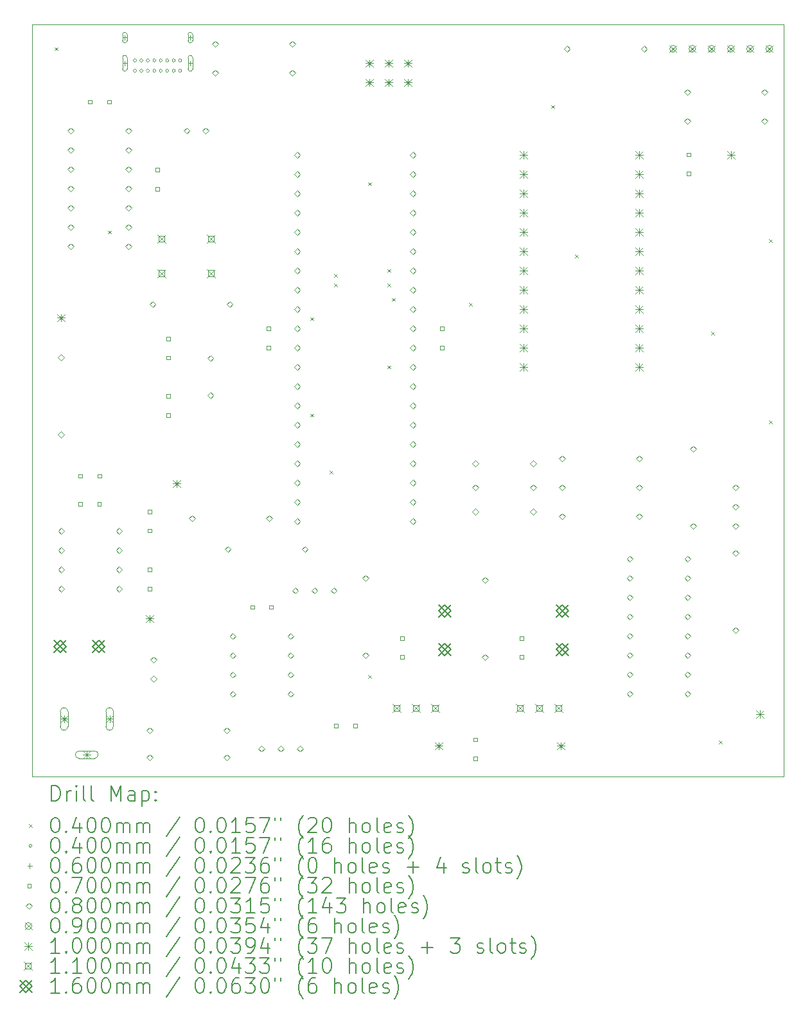
<source format=gbr>
%TF.GenerationSoftware,KiCad,Pcbnew,8.0.3*%
%TF.CreationDate,2024-06-18T23:37:50+02:00*%
%TF.ProjectId,EPROM-programmer,4550524f-4d2d-4707-926f-6772616d6d65,rev?*%
%TF.SameCoordinates,Original*%
%TF.FileFunction,Drillmap*%
%TF.FilePolarity,Positive*%
%FSLAX45Y45*%
G04 Gerber Fmt 4.5, Leading zero omitted, Abs format (unit mm)*
G04 Created by KiCad (PCBNEW 8.0.3) date 2024-06-18 23:37:50*
%MOMM*%
%LPD*%
G01*
G04 APERTURE LIST*
%ADD10C,0.100000*%
%ADD11C,0.200000*%
%ADD12C,0.110000*%
%ADD13C,0.160000*%
G04 APERTURE END LIST*
D10*
X13843000Y-5842000D02*
X13843000Y-15748000D01*
X13843000Y-15748000D02*
X3937000Y-15748000D01*
X3937000Y-15748000D02*
X3937000Y-5842000D01*
X3937000Y-5842000D02*
X13843000Y-5842000D01*
D11*
D10*
X4234500Y-6139500D02*
X4274500Y-6179500D01*
X4274500Y-6139500D02*
X4234500Y-6179500D01*
X4933000Y-8552500D02*
X4973000Y-8592500D01*
X4973000Y-8552500D02*
X4933000Y-8592500D01*
X7600000Y-9695500D02*
X7640000Y-9735500D01*
X7640000Y-9695500D02*
X7600000Y-9735500D01*
X7600000Y-10965500D02*
X7640000Y-11005500D01*
X7640000Y-10965500D02*
X7600000Y-11005500D01*
X7854000Y-11714800D02*
X7894000Y-11754800D01*
X7894000Y-11714800D02*
X7854000Y-11754800D01*
X7917500Y-9124000D02*
X7957500Y-9164000D01*
X7957500Y-9124000D02*
X7917500Y-9164000D01*
X7917500Y-9251000D02*
X7957500Y-9291000D01*
X7957500Y-9251000D02*
X7917500Y-9291000D01*
X8362000Y-7917500D02*
X8402000Y-7957500D01*
X8402000Y-7917500D02*
X8362000Y-7957500D01*
X8362000Y-14407200D02*
X8402000Y-14447200D01*
X8402000Y-14407200D02*
X8362000Y-14447200D01*
X8616000Y-9060500D02*
X8656000Y-9100500D01*
X8656000Y-9060500D02*
X8616000Y-9100500D01*
X8616000Y-9251000D02*
X8656000Y-9291000D01*
X8656000Y-9251000D02*
X8616000Y-9291000D01*
X8616000Y-10330500D02*
X8656000Y-10370500D01*
X8656000Y-10330500D02*
X8616000Y-10370500D01*
X8679500Y-9441500D02*
X8719500Y-9481500D01*
X8719500Y-9441500D02*
X8679500Y-9481500D01*
X9695500Y-9505000D02*
X9735500Y-9545000D01*
X9735500Y-9505000D02*
X9695500Y-9545000D01*
X10775000Y-6901500D02*
X10815000Y-6941500D01*
X10815000Y-6901500D02*
X10775000Y-6941500D01*
X11092500Y-8870000D02*
X11132500Y-8910000D01*
X11132500Y-8870000D02*
X11092500Y-8910000D01*
X12883200Y-9886000D02*
X12923200Y-9926000D01*
X12923200Y-9886000D02*
X12883200Y-9926000D01*
X12984800Y-15270800D02*
X13024800Y-15310800D01*
X13024800Y-15270800D02*
X12984800Y-15310800D01*
X13645200Y-8666800D02*
X13685200Y-8706800D01*
X13685200Y-8666800D02*
X13645200Y-8706800D01*
X13645200Y-11054400D02*
X13685200Y-11094400D01*
X13685200Y-11054400D02*
X13645200Y-11094400D01*
X5310500Y-6312700D02*
G75*
G02*
X5270500Y-6312700I-20000J0D01*
G01*
X5270500Y-6312700D02*
G75*
G02*
X5310500Y-6312700I20000J0D01*
G01*
X5310500Y-6447700D02*
G75*
G02*
X5270500Y-6447700I-20000J0D01*
G01*
X5270500Y-6447700D02*
G75*
G02*
X5310500Y-6447700I20000J0D01*
G01*
X5395500Y-6312700D02*
G75*
G02*
X5355500Y-6312700I-20000J0D01*
G01*
X5355500Y-6312700D02*
G75*
G02*
X5395500Y-6312700I20000J0D01*
G01*
X5395500Y-6447700D02*
G75*
G02*
X5355500Y-6447700I-20000J0D01*
G01*
X5355500Y-6447700D02*
G75*
G02*
X5395500Y-6447700I20000J0D01*
G01*
X5480500Y-6312700D02*
G75*
G02*
X5440500Y-6312700I-20000J0D01*
G01*
X5440500Y-6312700D02*
G75*
G02*
X5480500Y-6312700I20000J0D01*
G01*
X5480500Y-6447700D02*
G75*
G02*
X5440500Y-6447700I-20000J0D01*
G01*
X5440500Y-6447700D02*
G75*
G02*
X5480500Y-6447700I20000J0D01*
G01*
X5565500Y-6312700D02*
G75*
G02*
X5525500Y-6312700I-20000J0D01*
G01*
X5525500Y-6312700D02*
G75*
G02*
X5565500Y-6312700I20000J0D01*
G01*
X5565500Y-6447700D02*
G75*
G02*
X5525500Y-6447700I-20000J0D01*
G01*
X5525500Y-6447700D02*
G75*
G02*
X5565500Y-6447700I20000J0D01*
G01*
X5650500Y-6312700D02*
G75*
G02*
X5610500Y-6312700I-20000J0D01*
G01*
X5610500Y-6312700D02*
G75*
G02*
X5650500Y-6312700I20000J0D01*
G01*
X5650500Y-6447700D02*
G75*
G02*
X5610500Y-6447700I-20000J0D01*
G01*
X5610500Y-6447700D02*
G75*
G02*
X5650500Y-6447700I20000J0D01*
G01*
X5735500Y-6312700D02*
G75*
G02*
X5695500Y-6312700I-20000J0D01*
G01*
X5695500Y-6312700D02*
G75*
G02*
X5735500Y-6312700I20000J0D01*
G01*
X5735500Y-6447700D02*
G75*
G02*
X5695500Y-6447700I-20000J0D01*
G01*
X5695500Y-6447700D02*
G75*
G02*
X5735500Y-6447700I20000J0D01*
G01*
X5820500Y-6312700D02*
G75*
G02*
X5780500Y-6312700I-20000J0D01*
G01*
X5780500Y-6312700D02*
G75*
G02*
X5820500Y-6312700I20000J0D01*
G01*
X5820500Y-6447700D02*
G75*
G02*
X5780500Y-6447700I-20000J0D01*
G01*
X5780500Y-6447700D02*
G75*
G02*
X5820500Y-6447700I20000J0D01*
G01*
X5905500Y-6312700D02*
G75*
G02*
X5865500Y-6312700I-20000J0D01*
G01*
X5865500Y-6312700D02*
G75*
G02*
X5905500Y-6312700I20000J0D01*
G01*
X5905500Y-6447700D02*
G75*
G02*
X5865500Y-6447700I-20000J0D01*
G01*
X5865500Y-6447700D02*
G75*
G02*
X5905500Y-6447700I20000J0D01*
G01*
X5155500Y-5981700D02*
X5155500Y-6041700D01*
X5125500Y-6011700D02*
X5185500Y-6011700D01*
X5185500Y-6051700D02*
X5185500Y-5971700D01*
X5125500Y-5971700D02*
G75*
G02*
X5185500Y-5971700I30000J0D01*
G01*
X5125500Y-5971700D02*
X5125500Y-6051700D01*
X5125500Y-6051700D02*
G75*
G03*
X5185500Y-6051700I30000J0D01*
G01*
X5155500Y-6319700D02*
X5155500Y-6379700D01*
X5125500Y-6349700D02*
X5185500Y-6349700D01*
X5185500Y-6424700D02*
X5185500Y-6274700D01*
X5125500Y-6274700D02*
G75*
G02*
X5185500Y-6274700I30000J0D01*
G01*
X5125500Y-6274700D02*
X5125500Y-6424700D01*
X5125500Y-6424700D02*
G75*
G03*
X5185500Y-6424700I30000J0D01*
G01*
X6020500Y-5981700D02*
X6020500Y-6041700D01*
X5990500Y-6011700D02*
X6050500Y-6011700D01*
X6050500Y-6051700D02*
X6050500Y-5971700D01*
X5990500Y-5971700D02*
G75*
G02*
X6050500Y-5971700I30000J0D01*
G01*
X5990500Y-5971700D02*
X5990500Y-6051700D01*
X5990500Y-6051700D02*
G75*
G03*
X6050500Y-6051700I30000J0D01*
G01*
X6020500Y-6319700D02*
X6020500Y-6379700D01*
X5990500Y-6349700D02*
X6050500Y-6349700D01*
X6050500Y-6424700D02*
X6050500Y-6274700D01*
X5990500Y-6274700D02*
G75*
G02*
X6050500Y-6274700I30000J0D01*
G01*
X5990500Y-6274700D02*
X5990500Y-6424700D01*
X5990500Y-6424700D02*
G75*
G03*
X6050500Y-6424700I30000J0D01*
G01*
X4594749Y-12178649D02*
X4594749Y-12129151D01*
X4545251Y-12129151D01*
X4545251Y-12178649D01*
X4594749Y-12178649D01*
X4596749Y-11810599D02*
X4596749Y-11761101D01*
X4547251Y-11761101D01*
X4547251Y-11810599D01*
X4596749Y-11810599D01*
X4722749Y-6883249D02*
X4722749Y-6833751D01*
X4673251Y-6833751D01*
X4673251Y-6883249D01*
X4722749Y-6883249D01*
X4844749Y-12178649D02*
X4844749Y-12129151D01*
X4795251Y-12129151D01*
X4795251Y-12178649D01*
X4844749Y-12178649D01*
X4846749Y-11810599D02*
X4846749Y-11761101D01*
X4797251Y-11761101D01*
X4797251Y-11810599D01*
X4846749Y-11810599D01*
X4972749Y-6883249D02*
X4972749Y-6833751D01*
X4923251Y-6833751D01*
X4923251Y-6883249D01*
X4972749Y-6883249D01*
X5511149Y-12280249D02*
X5511149Y-12230751D01*
X5461651Y-12230751D01*
X5461651Y-12280249D01*
X5511149Y-12280249D01*
X5511149Y-12530249D02*
X5511149Y-12480751D01*
X5461651Y-12480751D01*
X5461651Y-12530249D01*
X5511149Y-12530249D01*
X5511149Y-13044249D02*
X5511149Y-12994751D01*
X5461651Y-12994751D01*
X5461651Y-13044249D01*
X5511149Y-13044249D01*
X5511149Y-13294249D02*
X5511149Y-13244751D01*
X5461651Y-13244751D01*
X5461651Y-13294249D01*
X5511149Y-13294249D01*
X5612749Y-7779749D02*
X5612749Y-7730251D01*
X5563251Y-7730251D01*
X5563251Y-7779749D01*
X5612749Y-7779749D01*
X5612749Y-8029749D02*
X5612749Y-7980251D01*
X5563251Y-7980251D01*
X5563251Y-8029749D01*
X5612749Y-8029749D01*
X5752449Y-10003249D02*
X5752449Y-9953751D01*
X5702951Y-9953751D01*
X5702951Y-10003249D01*
X5752449Y-10003249D01*
X5752449Y-10253249D02*
X5752449Y-10203751D01*
X5702951Y-10203751D01*
X5702951Y-10253249D01*
X5752449Y-10253249D01*
X5752449Y-10758249D02*
X5752449Y-10708751D01*
X5702951Y-10708751D01*
X5702951Y-10758249D01*
X5752449Y-10758249D01*
X5752449Y-11008249D02*
X5752449Y-10958751D01*
X5702951Y-10958751D01*
X5702951Y-11008249D01*
X5752449Y-11008249D01*
X6861349Y-13537549D02*
X6861349Y-13488051D01*
X6811851Y-13488051D01*
X6811851Y-13537549D01*
X6861349Y-13537549D01*
X7073249Y-9869249D02*
X7073249Y-9819751D01*
X7023751Y-9819751D01*
X7023751Y-9869249D01*
X7073249Y-9869249D01*
X7073249Y-10119249D02*
X7073249Y-10069751D01*
X7023751Y-10069751D01*
X7023751Y-10119249D01*
X7073249Y-10119249D01*
X7111349Y-13537549D02*
X7111349Y-13488051D01*
X7061851Y-13488051D01*
X7061851Y-13537549D01*
X7111349Y-13537549D01*
X7965449Y-15102949D02*
X7965449Y-15053451D01*
X7915951Y-15053451D01*
X7915951Y-15102949D01*
X7965449Y-15102949D01*
X8215449Y-15102949D02*
X8215449Y-15053451D01*
X8165951Y-15053451D01*
X8165951Y-15102949D01*
X8215449Y-15102949D01*
X8838799Y-13947149D02*
X8838799Y-13897651D01*
X8789301Y-13897651D01*
X8789301Y-13947149D01*
X8838799Y-13947149D01*
X8838799Y-14197149D02*
X8838799Y-14147651D01*
X8789301Y-14147651D01*
X8789301Y-14197149D01*
X8838799Y-14197149D01*
X9359249Y-9869249D02*
X9359249Y-9819751D01*
X9309751Y-9819751D01*
X9309751Y-9869249D01*
X9359249Y-9869249D01*
X9359249Y-10119249D02*
X9359249Y-10069751D01*
X9309751Y-10069751D01*
X9309751Y-10119249D01*
X9359249Y-10119249D01*
X9803499Y-15281799D02*
X9803499Y-15232301D01*
X9754001Y-15232301D01*
X9754001Y-15281799D01*
X9803499Y-15281799D01*
X9803499Y-15531799D02*
X9803499Y-15482301D01*
X9754001Y-15482301D01*
X9754001Y-15531799D01*
X9803499Y-15531799D01*
X10413599Y-13947149D02*
X10413599Y-13897651D01*
X10364101Y-13897651D01*
X10364101Y-13947149D01*
X10413599Y-13947149D01*
X10413599Y-14197149D02*
X10413599Y-14147651D01*
X10364101Y-14147651D01*
X10364101Y-14197149D01*
X10413599Y-14197149D01*
X12613899Y-7577249D02*
X12613899Y-7527751D01*
X12564401Y-7527751D01*
X12564401Y-7577249D01*
X12613899Y-7577249D01*
X12613899Y-7827249D02*
X12613899Y-7777751D01*
X12564401Y-7777751D01*
X12564401Y-7827249D01*
X12613899Y-7827249D01*
X4318000Y-10263500D02*
X4358000Y-10223500D01*
X4318000Y-10183500D01*
X4278000Y-10223500D01*
X4318000Y-10263500D01*
X4318000Y-11279500D02*
X4358000Y-11239500D01*
X4318000Y-11199500D01*
X4278000Y-11239500D01*
X4318000Y-11279500D01*
X4319000Y-12550500D02*
X4359000Y-12510500D01*
X4319000Y-12470500D01*
X4279000Y-12510500D01*
X4319000Y-12550500D01*
X4319000Y-12804500D02*
X4359000Y-12764500D01*
X4319000Y-12724500D01*
X4279000Y-12764500D01*
X4319000Y-12804500D01*
X4319000Y-13058500D02*
X4359000Y-13018500D01*
X4319000Y-12978500D01*
X4279000Y-13018500D01*
X4319000Y-13058500D01*
X4319000Y-13312500D02*
X4359000Y-13272500D01*
X4319000Y-13232500D01*
X4279000Y-13272500D01*
X4319000Y-13312500D01*
X4445000Y-7279000D02*
X4485000Y-7239000D01*
X4445000Y-7199000D01*
X4405000Y-7239000D01*
X4445000Y-7279000D01*
X4445000Y-7533000D02*
X4485000Y-7493000D01*
X4445000Y-7453000D01*
X4405000Y-7493000D01*
X4445000Y-7533000D01*
X4445000Y-7787000D02*
X4485000Y-7747000D01*
X4445000Y-7707000D01*
X4405000Y-7747000D01*
X4445000Y-7787000D01*
X4445000Y-8041000D02*
X4485000Y-8001000D01*
X4445000Y-7961000D01*
X4405000Y-8001000D01*
X4445000Y-8041000D01*
X4445000Y-8295000D02*
X4485000Y-8255000D01*
X4445000Y-8215000D01*
X4405000Y-8255000D01*
X4445000Y-8295000D01*
X4445000Y-8549000D02*
X4485000Y-8509000D01*
X4445000Y-8469000D01*
X4405000Y-8509000D01*
X4445000Y-8549000D01*
X4445000Y-8803000D02*
X4485000Y-8763000D01*
X4445000Y-8723000D01*
X4405000Y-8763000D01*
X4445000Y-8803000D01*
X5081000Y-12550500D02*
X5121000Y-12510500D01*
X5081000Y-12470500D01*
X5041000Y-12510500D01*
X5081000Y-12550500D01*
X5081000Y-12804500D02*
X5121000Y-12764500D01*
X5081000Y-12724500D01*
X5041000Y-12764500D01*
X5081000Y-12804500D01*
X5081000Y-13058500D02*
X5121000Y-13018500D01*
X5081000Y-12978500D01*
X5041000Y-13018500D01*
X5081000Y-13058500D01*
X5081000Y-13312500D02*
X5121000Y-13272500D01*
X5081000Y-13232500D01*
X5041000Y-13272500D01*
X5081000Y-13312500D01*
X5207000Y-7279000D02*
X5247000Y-7239000D01*
X5207000Y-7199000D01*
X5167000Y-7239000D01*
X5207000Y-7279000D01*
X5207000Y-7533000D02*
X5247000Y-7493000D01*
X5207000Y-7453000D01*
X5167000Y-7493000D01*
X5207000Y-7533000D01*
X5207000Y-7787000D02*
X5247000Y-7747000D01*
X5207000Y-7707000D01*
X5167000Y-7747000D01*
X5207000Y-7787000D01*
X5207000Y-8041000D02*
X5247000Y-8001000D01*
X5207000Y-7961000D01*
X5167000Y-8001000D01*
X5207000Y-8041000D01*
X5207000Y-8295000D02*
X5247000Y-8255000D01*
X5207000Y-8215000D01*
X5167000Y-8255000D01*
X5207000Y-8295000D01*
X5207000Y-8549000D02*
X5247000Y-8509000D01*
X5207000Y-8469000D01*
X5167000Y-8509000D01*
X5207000Y-8549000D01*
X5207000Y-8803000D02*
X5247000Y-8763000D01*
X5207000Y-8723000D01*
X5167000Y-8763000D01*
X5207000Y-8803000D01*
X5486400Y-15178400D02*
X5526400Y-15138400D01*
X5486400Y-15098400D01*
X5446400Y-15138400D01*
X5486400Y-15178400D01*
X5486400Y-15534000D02*
X5526400Y-15494000D01*
X5486400Y-15454000D01*
X5446400Y-15494000D01*
X5486400Y-15534000D01*
X5524500Y-9565000D02*
X5564500Y-9525000D01*
X5524500Y-9485000D01*
X5484500Y-9525000D01*
X5524500Y-9565000D01*
X5537200Y-14247362D02*
X5577200Y-14207362D01*
X5537200Y-14167362D01*
X5497200Y-14207362D01*
X5537200Y-14247362D01*
X5537200Y-14497362D02*
X5577200Y-14457362D01*
X5537200Y-14417362D01*
X5497200Y-14457362D01*
X5537200Y-14497362D01*
X5973000Y-7279000D02*
X6013000Y-7239000D01*
X5973000Y-7199000D01*
X5933000Y-7239000D01*
X5973000Y-7279000D01*
X6045200Y-12384400D02*
X6085200Y-12344400D01*
X6045200Y-12304400D01*
X6005200Y-12344400D01*
X6045200Y-12384400D01*
X6223000Y-7279000D02*
X6263000Y-7239000D01*
X6223000Y-7199000D01*
X6183000Y-7239000D01*
X6223000Y-7279000D01*
X6286500Y-10274500D02*
X6326500Y-10234500D01*
X6286500Y-10194500D01*
X6246500Y-10234500D01*
X6286500Y-10274500D01*
X6286500Y-10762500D02*
X6326500Y-10722500D01*
X6286500Y-10682500D01*
X6246500Y-10722500D01*
X6286500Y-10762500D01*
X6350000Y-6136000D02*
X6390000Y-6096000D01*
X6350000Y-6056000D01*
X6310000Y-6096000D01*
X6350000Y-6136000D01*
X6350000Y-6517000D02*
X6390000Y-6477000D01*
X6350000Y-6437000D01*
X6310000Y-6477000D01*
X6350000Y-6517000D01*
X6502400Y-15178400D02*
X6542400Y-15138400D01*
X6502400Y-15098400D01*
X6462400Y-15138400D01*
X6502400Y-15178400D01*
X6502400Y-15534000D02*
X6542400Y-15494000D01*
X6502400Y-15454000D01*
X6462400Y-15494000D01*
X6502400Y-15534000D01*
X6515100Y-12790800D02*
X6555100Y-12750800D01*
X6515100Y-12710800D01*
X6475100Y-12750800D01*
X6515100Y-12790800D01*
X6540500Y-9565000D02*
X6580500Y-9525000D01*
X6540500Y-9485000D01*
X6500500Y-9525000D01*
X6540500Y-9565000D01*
X6579600Y-13934800D02*
X6619600Y-13894800D01*
X6579600Y-13854800D01*
X6539600Y-13894800D01*
X6579600Y-13934800D01*
X6579600Y-14188800D02*
X6619600Y-14148800D01*
X6579600Y-14108800D01*
X6539600Y-14148800D01*
X6579600Y-14188800D01*
X6579600Y-14442800D02*
X6619600Y-14402800D01*
X6579600Y-14362800D01*
X6539600Y-14402800D01*
X6579600Y-14442800D01*
X6579600Y-14696800D02*
X6619600Y-14656800D01*
X6579600Y-14616800D01*
X6539600Y-14656800D01*
X6579600Y-14696800D01*
X6959600Y-15417600D02*
X6999600Y-15377600D01*
X6959600Y-15337600D01*
X6919600Y-15377600D01*
X6959600Y-15417600D01*
X7061200Y-12384400D02*
X7101200Y-12344400D01*
X7061200Y-12304400D01*
X7021200Y-12344400D01*
X7061200Y-12384400D01*
X7213600Y-15417600D02*
X7253600Y-15377600D01*
X7213600Y-15337600D01*
X7173600Y-15377600D01*
X7213600Y-15417600D01*
X7341600Y-13934800D02*
X7381600Y-13894800D01*
X7341600Y-13854800D01*
X7301600Y-13894800D01*
X7341600Y-13934800D01*
X7341600Y-14188800D02*
X7381600Y-14148800D01*
X7341600Y-14108800D01*
X7301600Y-14148800D01*
X7341600Y-14188800D01*
X7341600Y-14442800D02*
X7381600Y-14402800D01*
X7341600Y-14362800D01*
X7301600Y-14402800D01*
X7341600Y-14442800D01*
X7341600Y-14696800D02*
X7381600Y-14656800D01*
X7341600Y-14616800D01*
X7301600Y-14656800D01*
X7341600Y-14696800D01*
X7366000Y-6136000D02*
X7406000Y-6096000D01*
X7366000Y-6056000D01*
X7326000Y-6096000D01*
X7366000Y-6136000D01*
X7366000Y-6517000D02*
X7406000Y-6477000D01*
X7366000Y-6437000D01*
X7326000Y-6477000D01*
X7366000Y-6517000D01*
X7404100Y-13334800D02*
X7444100Y-13294800D01*
X7404100Y-13254800D01*
X7364100Y-13294800D01*
X7404100Y-13334800D01*
X7429500Y-7596500D02*
X7469500Y-7556500D01*
X7429500Y-7516500D01*
X7389500Y-7556500D01*
X7429500Y-7596500D01*
X7429500Y-7850500D02*
X7469500Y-7810500D01*
X7429500Y-7770500D01*
X7389500Y-7810500D01*
X7429500Y-7850500D01*
X7429500Y-8104500D02*
X7469500Y-8064500D01*
X7429500Y-8024500D01*
X7389500Y-8064500D01*
X7429500Y-8104500D01*
X7429500Y-8358500D02*
X7469500Y-8318500D01*
X7429500Y-8278500D01*
X7389500Y-8318500D01*
X7429500Y-8358500D01*
X7429500Y-8612500D02*
X7469500Y-8572500D01*
X7429500Y-8532500D01*
X7389500Y-8572500D01*
X7429500Y-8612500D01*
X7429500Y-8866500D02*
X7469500Y-8826500D01*
X7429500Y-8786500D01*
X7389500Y-8826500D01*
X7429500Y-8866500D01*
X7429500Y-9120500D02*
X7469500Y-9080500D01*
X7429500Y-9040500D01*
X7389500Y-9080500D01*
X7429500Y-9120500D01*
X7429500Y-9374500D02*
X7469500Y-9334500D01*
X7429500Y-9294500D01*
X7389500Y-9334500D01*
X7429500Y-9374500D01*
X7429500Y-9628500D02*
X7469500Y-9588500D01*
X7429500Y-9548500D01*
X7389500Y-9588500D01*
X7429500Y-9628500D01*
X7429500Y-9882500D02*
X7469500Y-9842500D01*
X7429500Y-9802500D01*
X7389500Y-9842500D01*
X7429500Y-9882500D01*
X7429500Y-10136500D02*
X7469500Y-10096500D01*
X7429500Y-10056500D01*
X7389500Y-10096500D01*
X7429500Y-10136500D01*
X7429500Y-10390500D02*
X7469500Y-10350500D01*
X7429500Y-10310500D01*
X7389500Y-10350500D01*
X7429500Y-10390500D01*
X7429500Y-10644500D02*
X7469500Y-10604500D01*
X7429500Y-10564500D01*
X7389500Y-10604500D01*
X7429500Y-10644500D01*
X7429500Y-10898500D02*
X7469500Y-10858500D01*
X7429500Y-10818500D01*
X7389500Y-10858500D01*
X7429500Y-10898500D01*
X7429500Y-11152500D02*
X7469500Y-11112500D01*
X7429500Y-11072500D01*
X7389500Y-11112500D01*
X7429500Y-11152500D01*
X7429500Y-11406500D02*
X7469500Y-11366500D01*
X7429500Y-11326500D01*
X7389500Y-11366500D01*
X7429500Y-11406500D01*
X7429500Y-11660500D02*
X7469500Y-11620500D01*
X7429500Y-11580500D01*
X7389500Y-11620500D01*
X7429500Y-11660500D01*
X7429500Y-11914500D02*
X7469500Y-11874500D01*
X7429500Y-11834500D01*
X7389500Y-11874500D01*
X7429500Y-11914500D01*
X7429500Y-12168500D02*
X7469500Y-12128500D01*
X7429500Y-12088500D01*
X7389500Y-12128500D01*
X7429500Y-12168500D01*
X7429500Y-12422500D02*
X7469500Y-12382500D01*
X7429500Y-12342500D01*
X7389500Y-12382500D01*
X7429500Y-12422500D01*
X7467600Y-15417600D02*
X7507600Y-15377600D01*
X7467600Y-15337600D01*
X7427600Y-15377600D01*
X7467600Y-15417600D01*
X7531100Y-12790800D02*
X7571100Y-12750800D01*
X7531100Y-12710800D01*
X7491100Y-12750800D01*
X7531100Y-12790800D01*
X7658100Y-13334800D02*
X7698100Y-13294800D01*
X7658100Y-13254800D01*
X7618100Y-13294800D01*
X7658100Y-13334800D01*
X7912100Y-13334800D02*
X7952100Y-13294800D01*
X7912100Y-13254800D01*
X7872100Y-13294800D01*
X7912100Y-13334800D01*
X8331200Y-13171800D02*
X8371200Y-13131800D01*
X8331200Y-13091800D01*
X8291200Y-13131800D01*
X8331200Y-13171800D01*
X8331200Y-14187800D02*
X8371200Y-14147800D01*
X8331200Y-14107800D01*
X8291200Y-14147800D01*
X8331200Y-14187800D01*
X8953500Y-7596500D02*
X8993500Y-7556500D01*
X8953500Y-7516500D01*
X8913500Y-7556500D01*
X8953500Y-7596500D01*
X8953500Y-7850500D02*
X8993500Y-7810500D01*
X8953500Y-7770500D01*
X8913500Y-7810500D01*
X8953500Y-7850500D01*
X8953500Y-8104500D02*
X8993500Y-8064500D01*
X8953500Y-8024500D01*
X8913500Y-8064500D01*
X8953500Y-8104500D01*
X8953500Y-8358500D02*
X8993500Y-8318500D01*
X8953500Y-8278500D01*
X8913500Y-8318500D01*
X8953500Y-8358500D01*
X8953500Y-8612500D02*
X8993500Y-8572500D01*
X8953500Y-8532500D01*
X8913500Y-8572500D01*
X8953500Y-8612500D01*
X8953500Y-8866500D02*
X8993500Y-8826500D01*
X8953500Y-8786500D01*
X8913500Y-8826500D01*
X8953500Y-8866500D01*
X8953500Y-9120500D02*
X8993500Y-9080500D01*
X8953500Y-9040500D01*
X8913500Y-9080500D01*
X8953500Y-9120500D01*
X8953500Y-9374500D02*
X8993500Y-9334500D01*
X8953500Y-9294500D01*
X8913500Y-9334500D01*
X8953500Y-9374500D01*
X8953500Y-9628500D02*
X8993500Y-9588500D01*
X8953500Y-9548500D01*
X8913500Y-9588500D01*
X8953500Y-9628500D01*
X8953500Y-9882500D02*
X8993500Y-9842500D01*
X8953500Y-9802500D01*
X8913500Y-9842500D01*
X8953500Y-9882500D01*
X8953500Y-10136500D02*
X8993500Y-10096500D01*
X8953500Y-10056500D01*
X8913500Y-10096500D01*
X8953500Y-10136500D01*
X8953500Y-10390500D02*
X8993500Y-10350500D01*
X8953500Y-10310500D01*
X8913500Y-10350500D01*
X8953500Y-10390500D01*
X8953500Y-10644500D02*
X8993500Y-10604500D01*
X8953500Y-10564500D01*
X8913500Y-10604500D01*
X8953500Y-10644500D01*
X8953500Y-10898500D02*
X8993500Y-10858500D01*
X8953500Y-10818500D01*
X8913500Y-10858500D01*
X8953500Y-10898500D01*
X8953500Y-11152500D02*
X8993500Y-11112500D01*
X8953500Y-11072500D01*
X8913500Y-11112500D01*
X8953500Y-11152500D01*
X8953500Y-11406500D02*
X8993500Y-11366500D01*
X8953500Y-11326500D01*
X8913500Y-11366500D01*
X8953500Y-11406500D01*
X8953500Y-11660500D02*
X8993500Y-11620500D01*
X8953500Y-11580500D01*
X8913500Y-11620500D01*
X8953500Y-11660500D01*
X8953500Y-11914500D02*
X8993500Y-11874500D01*
X8953500Y-11834500D01*
X8913500Y-11874500D01*
X8953500Y-11914500D01*
X8953500Y-12168500D02*
X8993500Y-12128500D01*
X8953500Y-12088500D01*
X8913500Y-12128500D01*
X8953500Y-12168500D01*
X8953500Y-12422500D02*
X8993500Y-12382500D01*
X8953500Y-12342500D01*
X8913500Y-12382500D01*
X8953500Y-12422500D01*
X9779000Y-11660500D02*
X9819000Y-11620500D01*
X9779000Y-11580500D01*
X9739000Y-11620500D01*
X9779000Y-11660500D01*
X9779000Y-11978000D02*
X9819000Y-11938000D01*
X9779000Y-11898000D01*
X9739000Y-11938000D01*
X9779000Y-11978000D01*
X9779000Y-12295500D02*
X9819000Y-12255500D01*
X9779000Y-12215500D01*
X9739000Y-12255500D01*
X9779000Y-12295500D01*
X9906000Y-13197200D02*
X9946000Y-13157200D01*
X9906000Y-13117200D01*
X9866000Y-13157200D01*
X9906000Y-13197200D01*
X9906000Y-14213200D02*
X9946000Y-14173200D01*
X9906000Y-14133200D01*
X9866000Y-14173200D01*
X9906000Y-14213200D01*
X10541000Y-11660500D02*
X10581000Y-11620500D01*
X10541000Y-11580500D01*
X10501000Y-11620500D01*
X10541000Y-11660500D01*
X10541000Y-11978000D02*
X10581000Y-11938000D01*
X10541000Y-11898000D01*
X10501000Y-11938000D01*
X10541000Y-11978000D01*
X10541000Y-12295500D02*
X10581000Y-12255500D01*
X10541000Y-12215500D01*
X10501000Y-12255500D01*
X10541000Y-12295500D01*
X10922000Y-11597000D02*
X10962000Y-11557000D01*
X10922000Y-11517000D01*
X10882000Y-11557000D01*
X10922000Y-11597000D01*
X10922000Y-11978000D02*
X10962000Y-11938000D01*
X10922000Y-11898000D01*
X10882000Y-11938000D01*
X10922000Y-11978000D01*
X10922000Y-12359000D02*
X10962000Y-12319000D01*
X10922000Y-12279000D01*
X10882000Y-12319000D01*
X10922000Y-12359000D01*
X10985500Y-6199500D02*
X11025500Y-6159500D01*
X10985500Y-6119500D01*
X10945500Y-6159500D01*
X10985500Y-6199500D01*
X11812000Y-12916800D02*
X11852000Y-12876800D01*
X11812000Y-12836800D01*
X11772000Y-12876800D01*
X11812000Y-12916800D01*
X11812000Y-13170800D02*
X11852000Y-13130800D01*
X11812000Y-13090800D01*
X11772000Y-13130800D01*
X11812000Y-13170800D01*
X11812000Y-13424800D02*
X11852000Y-13384800D01*
X11812000Y-13344800D01*
X11772000Y-13384800D01*
X11812000Y-13424800D01*
X11812000Y-13678800D02*
X11852000Y-13638800D01*
X11812000Y-13598800D01*
X11772000Y-13638800D01*
X11812000Y-13678800D01*
X11812000Y-13932800D02*
X11852000Y-13892800D01*
X11812000Y-13852800D01*
X11772000Y-13892800D01*
X11812000Y-13932800D01*
X11812000Y-14186800D02*
X11852000Y-14146800D01*
X11812000Y-14106800D01*
X11772000Y-14146800D01*
X11812000Y-14186800D01*
X11812000Y-14440800D02*
X11852000Y-14400800D01*
X11812000Y-14360800D01*
X11772000Y-14400800D01*
X11812000Y-14440800D01*
X11812000Y-14694800D02*
X11852000Y-14654800D01*
X11812000Y-14614800D01*
X11772000Y-14654800D01*
X11812000Y-14694800D01*
X11938000Y-11597000D02*
X11978000Y-11557000D01*
X11938000Y-11517000D01*
X11898000Y-11557000D01*
X11938000Y-11597000D01*
X11938000Y-11978000D02*
X11978000Y-11938000D01*
X11938000Y-11898000D01*
X11898000Y-11938000D01*
X11938000Y-11978000D01*
X11938000Y-12359000D02*
X11978000Y-12319000D01*
X11938000Y-12279000D01*
X11898000Y-12319000D01*
X11938000Y-12359000D01*
X12001500Y-6199500D02*
X12041500Y-6159500D01*
X12001500Y-6119500D01*
X11961500Y-6159500D01*
X12001500Y-6199500D01*
X12573000Y-6771000D02*
X12613000Y-6731000D01*
X12573000Y-6691000D01*
X12533000Y-6731000D01*
X12573000Y-6771000D01*
X12573000Y-7152000D02*
X12613000Y-7112000D01*
X12573000Y-7072000D01*
X12533000Y-7112000D01*
X12573000Y-7152000D01*
X12574000Y-12916800D02*
X12614000Y-12876800D01*
X12574000Y-12836800D01*
X12534000Y-12876800D01*
X12574000Y-12916800D01*
X12574000Y-13170800D02*
X12614000Y-13130800D01*
X12574000Y-13090800D01*
X12534000Y-13130800D01*
X12574000Y-13170800D01*
X12574000Y-13424800D02*
X12614000Y-13384800D01*
X12574000Y-13344800D01*
X12534000Y-13384800D01*
X12574000Y-13424800D01*
X12574000Y-13678800D02*
X12614000Y-13638800D01*
X12574000Y-13598800D01*
X12534000Y-13638800D01*
X12574000Y-13678800D01*
X12574000Y-13932800D02*
X12614000Y-13892800D01*
X12574000Y-13852800D01*
X12534000Y-13892800D01*
X12574000Y-13932800D01*
X12574000Y-14186800D02*
X12614000Y-14146800D01*
X12574000Y-14106800D01*
X12534000Y-14146800D01*
X12574000Y-14186800D01*
X12574000Y-14440800D02*
X12614000Y-14400800D01*
X12574000Y-14360800D01*
X12534000Y-14400800D01*
X12574000Y-14440800D01*
X12574000Y-14694800D02*
X12614000Y-14654800D01*
X12574000Y-14614800D01*
X12534000Y-14654800D01*
X12574000Y-14694800D01*
X12649200Y-11470000D02*
X12689200Y-11430000D01*
X12649200Y-11390000D01*
X12609200Y-11430000D01*
X12649200Y-11470000D01*
X12649200Y-12486000D02*
X12689200Y-12446000D01*
X12649200Y-12406000D01*
X12609200Y-12446000D01*
X12649200Y-12486000D01*
X13208000Y-11978000D02*
X13248000Y-11938000D01*
X13208000Y-11898000D01*
X13168000Y-11938000D01*
X13208000Y-11978000D01*
X13208000Y-12232000D02*
X13248000Y-12192000D01*
X13208000Y-12152000D01*
X13168000Y-12192000D01*
X13208000Y-12232000D01*
X13208000Y-12486000D02*
X13248000Y-12446000D01*
X13208000Y-12406000D01*
X13168000Y-12446000D01*
X13208000Y-12486000D01*
X13208000Y-12841600D02*
X13248000Y-12801600D01*
X13208000Y-12761600D01*
X13168000Y-12801600D01*
X13208000Y-12841600D01*
X13208000Y-13857600D02*
X13248000Y-13817600D01*
X13208000Y-13777600D01*
X13168000Y-13817600D01*
X13208000Y-13857600D01*
X13589000Y-6771000D02*
X13629000Y-6731000D01*
X13589000Y-6691000D01*
X13549000Y-6731000D01*
X13589000Y-6771000D01*
X13589000Y-7152000D02*
X13629000Y-7112000D01*
X13589000Y-7072000D01*
X13549000Y-7112000D01*
X13589000Y-7152000D01*
X12337500Y-6114500D02*
X12427500Y-6204500D01*
X12427500Y-6114500D02*
X12337500Y-6204500D01*
X12427500Y-6159500D02*
G75*
G02*
X12337500Y-6159500I-45000J0D01*
G01*
X12337500Y-6159500D02*
G75*
G02*
X12427500Y-6159500I45000J0D01*
G01*
X12591500Y-6114500D02*
X12681500Y-6204500D01*
X12681500Y-6114500D02*
X12591500Y-6204500D01*
X12681500Y-6159500D02*
G75*
G02*
X12591500Y-6159500I-45000J0D01*
G01*
X12591500Y-6159500D02*
G75*
G02*
X12681500Y-6159500I45000J0D01*
G01*
X12845500Y-6114500D02*
X12935500Y-6204500D01*
X12935500Y-6114500D02*
X12845500Y-6204500D01*
X12935500Y-6159500D02*
G75*
G02*
X12845500Y-6159500I-45000J0D01*
G01*
X12845500Y-6159500D02*
G75*
G02*
X12935500Y-6159500I45000J0D01*
G01*
X13099500Y-6114500D02*
X13189500Y-6204500D01*
X13189500Y-6114500D02*
X13099500Y-6204500D01*
X13189500Y-6159500D02*
G75*
G02*
X13099500Y-6159500I-45000J0D01*
G01*
X13099500Y-6159500D02*
G75*
G02*
X13189500Y-6159500I45000J0D01*
G01*
X13353000Y-6114500D02*
X13443000Y-6204500D01*
X13443000Y-6114500D02*
X13353000Y-6204500D01*
X13443000Y-6159500D02*
G75*
G02*
X13353000Y-6159500I-45000J0D01*
G01*
X13353000Y-6159500D02*
G75*
G02*
X13443000Y-6159500I45000J0D01*
G01*
X13607000Y-6114500D02*
X13697000Y-6204500D01*
X13697000Y-6114500D02*
X13607000Y-6204500D01*
X13697000Y-6159500D02*
G75*
G02*
X13607000Y-6159500I-45000J0D01*
G01*
X13607000Y-6159500D02*
G75*
G02*
X13697000Y-6159500I45000J0D01*
G01*
X4268000Y-9652800D02*
X4368000Y-9752800D01*
X4368000Y-9652800D02*
X4268000Y-9752800D01*
X4318000Y-9652800D02*
X4318000Y-9752800D01*
X4268000Y-9702800D02*
X4368000Y-9702800D01*
X4306100Y-14936000D02*
X4406100Y-15036000D01*
X4406100Y-14936000D02*
X4306100Y-15036000D01*
X4356100Y-14936000D02*
X4356100Y-15036000D01*
X4306100Y-14986000D02*
X4406100Y-14986000D01*
X4306100Y-14886000D02*
X4306100Y-15086000D01*
X4406100Y-15086000D02*
G75*
G02*
X4306100Y-15086000I-50000J0D01*
G01*
X4406100Y-15086000D02*
X4406100Y-14886000D01*
X4406100Y-14886000D02*
G75*
G03*
X4306100Y-14886000I-50000J0D01*
G01*
X4606100Y-15406000D02*
X4706100Y-15506000D01*
X4706100Y-15406000D02*
X4606100Y-15506000D01*
X4656100Y-15406000D02*
X4656100Y-15506000D01*
X4606100Y-15456000D02*
X4706100Y-15456000D01*
X4556100Y-15506000D02*
X4756100Y-15506000D01*
X4756100Y-15406000D02*
G75*
G02*
X4756100Y-15506000I0J-50000D01*
G01*
X4756100Y-15406000D02*
X4556100Y-15406000D01*
X4556100Y-15406000D02*
G75*
G03*
X4556100Y-15506000I0J-50000D01*
G01*
X4906100Y-14936000D02*
X5006100Y-15036000D01*
X5006100Y-14936000D02*
X4906100Y-15036000D01*
X4956100Y-14936000D02*
X4956100Y-15036000D01*
X4906100Y-14986000D02*
X5006100Y-14986000D01*
X4906100Y-14886000D02*
X4906100Y-15086000D01*
X5006100Y-15086000D02*
G75*
G02*
X4906100Y-15086000I-50000J0D01*
G01*
X5006100Y-15086000D02*
X5006100Y-14886000D01*
X5006100Y-14886000D02*
G75*
G03*
X4906100Y-14886000I-50000J0D01*
G01*
X5436400Y-13615200D02*
X5536400Y-13715200D01*
X5536400Y-13615200D02*
X5436400Y-13715200D01*
X5486400Y-13615200D02*
X5486400Y-13715200D01*
X5436400Y-13665200D02*
X5536400Y-13665200D01*
X5792000Y-11837200D02*
X5892000Y-11937200D01*
X5892000Y-11837200D02*
X5792000Y-11937200D01*
X5842000Y-11837200D02*
X5842000Y-11937200D01*
X5792000Y-11887200D02*
X5892000Y-11887200D01*
X8332000Y-6300000D02*
X8432000Y-6400000D01*
X8432000Y-6300000D02*
X8332000Y-6400000D01*
X8382000Y-6300000D02*
X8382000Y-6400000D01*
X8332000Y-6350000D02*
X8432000Y-6350000D01*
X8332000Y-6554000D02*
X8432000Y-6654000D01*
X8432000Y-6554000D02*
X8332000Y-6654000D01*
X8382000Y-6554000D02*
X8382000Y-6654000D01*
X8332000Y-6604000D02*
X8432000Y-6604000D01*
X8586000Y-6300000D02*
X8686000Y-6400000D01*
X8686000Y-6300000D02*
X8586000Y-6400000D01*
X8636000Y-6300000D02*
X8636000Y-6400000D01*
X8586000Y-6350000D02*
X8686000Y-6350000D01*
X8586000Y-6554000D02*
X8686000Y-6654000D01*
X8686000Y-6554000D02*
X8586000Y-6654000D01*
X8636000Y-6554000D02*
X8636000Y-6654000D01*
X8586000Y-6604000D02*
X8686000Y-6604000D01*
X8840000Y-6300000D02*
X8940000Y-6400000D01*
X8940000Y-6300000D02*
X8840000Y-6400000D01*
X8890000Y-6300000D02*
X8890000Y-6400000D01*
X8840000Y-6350000D02*
X8940000Y-6350000D01*
X8840000Y-6554000D02*
X8940000Y-6654000D01*
X8940000Y-6554000D02*
X8840000Y-6654000D01*
X8890000Y-6554000D02*
X8890000Y-6654000D01*
X8840000Y-6604000D02*
X8940000Y-6604000D01*
X9246400Y-15291600D02*
X9346400Y-15391600D01*
X9346400Y-15291600D02*
X9246400Y-15391600D01*
X9296400Y-15291600D02*
X9296400Y-15391600D01*
X9246400Y-15341600D02*
X9346400Y-15341600D01*
X10364000Y-7506500D02*
X10464000Y-7606500D01*
X10464000Y-7506500D02*
X10364000Y-7606500D01*
X10414000Y-7506500D02*
X10414000Y-7606500D01*
X10364000Y-7556500D02*
X10464000Y-7556500D01*
X10364000Y-7760500D02*
X10464000Y-7860500D01*
X10464000Y-7760500D02*
X10364000Y-7860500D01*
X10414000Y-7760500D02*
X10414000Y-7860500D01*
X10364000Y-7810500D02*
X10464000Y-7810500D01*
X10364000Y-8014500D02*
X10464000Y-8114500D01*
X10464000Y-8014500D02*
X10364000Y-8114500D01*
X10414000Y-8014500D02*
X10414000Y-8114500D01*
X10364000Y-8064500D02*
X10464000Y-8064500D01*
X10364000Y-8268500D02*
X10464000Y-8368500D01*
X10464000Y-8268500D02*
X10364000Y-8368500D01*
X10414000Y-8268500D02*
X10414000Y-8368500D01*
X10364000Y-8318500D02*
X10464000Y-8318500D01*
X10364000Y-8522500D02*
X10464000Y-8622500D01*
X10464000Y-8522500D02*
X10364000Y-8622500D01*
X10414000Y-8522500D02*
X10414000Y-8622500D01*
X10364000Y-8572500D02*
X10464000Y-8572500D01*
X10364000Y-8776500D02*
X10464000Y-8876500D01*
X10464000Y-8776500D02*
X10364000Y-8876500D01*
X10414000Y-8776500D02*
X10414000Y-8876500D01*
X10364000Y-8826500D02*
X10464000Y-8826500D01*
X10364000Y-9030500D02*
X10464000Y-9130500D01*
X10464000Y-9030500D02*
X10364000Y-9130500D01*
X10414000Y-9030500D02*
X10414000Y-9130500D01*
X10364000Y-9080500D02*
X10464000Y-9080500D01*
X10364000Y-9284500D02*
X10464000Y-9384500D01*
X10464000Y-9284500D02*
X10364000Y-9384500D01*
X10414000Y-9284500D02*
X10414000Y-9384500D01*
X10364000Y-9334500D02*
X10464000Y-9334500D01*
X10364000Y-9538500D02*
X10464000Y-9638500D01*
X10464000Y-9538500D02*
X10364000Y-9638500D01*
X10414000Y-9538500D02*
X10414000Y-9638500D01*
X10364000Y-9588500D02*
X10464000Y-9588500D01*
X10364000Y-9792500D02*
X10464000Y-9892500D01*
X10464000Y-9792500D02*
X10364000Y-9892500D01*
X10414000Y-9792500D02*
X10414000Y-9892500D01*
X10364000Y-9842500D02*
X10464000Y-9842500D01*
X10364000Y-10046500D02*
X10464000Y-10146500D01*
X10464000Y-10046500D02*
X10364000Y-10146500D01*
X10414000Y-10046500D02*
X10414000Y-10146500D01*
X10364000Y-10096500D02*
X10464000Y-10096500D01*
X10364000Y-10300500D02*
X10464000Y-10400500D01*
X10464000Y-10300500D02*
X10364000Y-10400500D01*
X10414000Y-10300500D02*
X10414000Y-10400500D01*
X10364000Y-10350500D02*
X10464000Y-10350500D01*
X10851200Y-15291600D02*
X10951200Y-15391600D01*
X10951200Y-15291600D02*
X10851200Y-15391600D01*
X10901200Y-15291600D02*
X10901200Y-15391600D01*
X10851200Y-15341600D02*
X10951200Y-15341600D01*
X11888000Y-7506500D02*
X11988000Y-7606500D01*
X11988000Y-7506500D02*
X11888000Y-7606500D01*
X11938000Y-7506500D02*
X11938000Y-7606500D01*
X11888000Y-7556500D02*
X11988000Y-7556500D01*
X11888000Y-7760500D02*
X11988000Y-7860500D01*
X11988000Y-7760500D02*
X11888000Y-7860500D01*
X11938000Y-7760500D02*
X11938000Y-7860500D01*
X11888000Y-7810500D02*
X11988000Y-7810500D01*
X11888000Y-8014500D02*
X11988000Y-8114500D01*
X11988000Y-8014500D02*
X11888000Y-8114500D01*
X11938000Y-8014500D02*
X11938000Y-8114500D01*
X11888000Y-8064500D02*
X11988000Y-8064500D01*
X11888000Y-8268500D02*
X11988000Y-8368500D01*
X11988000Y-8268500D02*
X11888000Y-8368500D01*
X11938000Y-8268500D02*
X11938000Y-8368500D01*
X11888000Y-8318500D02*
X11988000Y-8318500D01*
X11888000Y-8522500D02*
X11988000Y-8622500D01*
X11988000Y-8522500D02*
X11888000Y-8622500D01*
X11938000Y-8522500D02*
X11938000Y-8622500D01*
X11888000Y-8572500D02*
X11988000Y-8572500D01*
X11888000Y-8776500D02*
X11988000Y-8876500D01*
X11988000Y-8776500D02*
X11888000Y-8876500D01*
X11938000Y-8776500D02*
X11938000Y-8876500D01*
X11888000Y-8826500D02*
X11988000Y-8826500D01*
X11888000Y-9030500D02*
X11988000Y-9130500D01*
X11988000Y-9030500D02*
X11888000Y-9130500D01*
X11938000Y-9030500D02*
X11938000Y-9130500D01*
X11888000Y-9080500D02*
X11988000Y-9080500D01*
X11888000Y-9284500D02*
X11988000Y-9384500D01*
X11988000Y-9284500D02*
X11888000Y-9384500D01*
X11938000Y-9284500D02*
X11938000Y-9384500D01*
X11888000Y-9334500D02*
X11988000Y-9334500D01*
X11888000Y-9538500D02*
X11988000Y-9638500D01*
X11988000Y-9538500D02*
X11888000Y-9638500D01*
X11938000Y-9538500D02*
X11938000Y-9638500D01*
X11888000Y-9588500D02*
X11988000Y-9588500D01*
X11888000Y-9792500D02*
X11988000Y-9892500D01*
X11988000Y-9792500D02*
X11888000Y-9892500D01*
X11938000Y-9792500D02*
X11938000Y-9892500D01*
X11888000Y-9842500D02*
X11988000Y-9842500D01*
X11888000Y-10046500D02*
X11988000Y-10146500D01*
X11988000Y-10046500D02*
X11888000Y-10146500D01*
X11938000Y-10046500D02*
X11938000Y-10146500D01*
X11888000Y-10096500D02*
X11988000Y-10096500D01*
X11888000Y-10300500D02*
X11988000Y-10400500D01*
X11988000Y-10300500D02*
X11888000Y-10400500D01*
X11938000Y-10300500D02*
X11938000Y-10400500D01*
X11888000Y-10350500D02*
X11988000Y-10350500D01*
X13094500Y-7506500D02*
X13194500Y-7606500D01*
X13194500Y-7506500D02*
X13094500Y-7606500D01*
X13144500Y-7506500D02*
X13144500Y-7606500D01*
X13094500Y-7556500D02*
X13194500Y-7556500D01*
X13475500Y-14872500D02*
X13575500Y-14972500D01*
X13575500Y-14872500D02*
X13475500Y-14972500D01*
X13525500Y-14872500D02*
X13525500Y-14972500D01*
X13475500Y-14922500D02*
X13575500Y-14922500D01*
D12*
X5589000Y-8610000D02*
X5699000Y-8720000D01*
X5699000Y-8610000D02*
X5589000Y-8720000D01*
X5682891Y-8703891D02*
X5682891Y-8626109D01*
X5605109Y-8626109D01*
X5605109Y-8703891D01*
X5682891Y-8703891D01*
X5589000Y-9060000D02*
X5699000Y-9170000D01*
X5699000Y-9060000D02*
X5589000Y-9170000D01*
X5682891Y-9153891D02*
X5682891Y-9076109D01*
X5605109Y-9076109D01*
X5605109Y-9153891D01*
X5682891Y-9153891D01*
X6239000Y-8610000D02*
X6349000Y-8720000D01*
X6349000Y-8610000D02*
X6239000Y-8720000D01*
X6332891Y-8703891D02*
X6332891Y-8626109D01*
X6255109Y-8626109D01*
X6255109Y-8703891D01*
X6332891Y-8703891D01*
X6239000Y-9060000D02*
X6349000Y-9170000D01*
X6349000Y-9060000D02*
X6239000Y-9170000D01*
X6332891Y-9153891D02*
X6332891Y-9076109D01*
X6255109Y-9076109D01*
X6255109Y-9153891D01*
X6332891Y-9153891D01*
X8682600Y-14787750D02*
X8792600Y-14897750D01*
X8792600Y-14787750D02*
X8682600Y-14897750D01*
X8776491Y-14881641D02*
X8776491Y-14803859D01*
X8698709Y-14803859D01*
X8698709Y-14881641D01*
X8776491Y-14881641D01*
X8936600Y-14787750D02*
X9046600Y-14897750D01*
X9046600Y-14787750D02*
X8936600Y-14897750D01*
X9030491Y-14881641D02*
X9030491Y-14803859D01*
X8952709Y-14803859D01*
X8952709Y-14881641D01*
X9030491Y-14881641D01*
X9190600Y-14787750D02*
X9300600Y-14897750D01*
X9300600Y-14787750D02*
X9190600Y-14897750D01*
X9284491Y-14881641D02*
X9284491Y-14803859D01*
X9206709Y-14803859D01*
X9206709Y-14881641D01*
X9284491Y-14881641D01*
X10308200Y-14787750D02*
X10418200Y-14897750D01*
X10418200Y-14787750D02*
X10308200Y-14897750D01*
X10402091Y-14881641D02*
X10402091Y-14803859D01*
X10324309Y-14803859D01*
X10324309Y-14881641D01*
X10402091Y-14881641D01*
X10562200Y-14787750D02*
X10672200Y-14897750D01*
X10672200Y-14787750D02*
X10562200Y-14897750D01*
X10656091Y-14881641D02*
X10656091Y-14803859D01*
X10578309Y-14803859D01*
X10578309Y-14881641D01*
X10656091Y-14881641D01*
X10816200Y-14787750D02*
X10926200Y-14897750D01*
X10926200Y-14787750D02*
X10816200Y-14897750D01*
X10910091Y-14881641D02*
X10910091Y-14803859D01*
X10832309Y-14803859D01*
X10832309Y-14881641D01*
X10910091Y-14881641D01*
D13*
X4224500Y-13953500D02*
X4384500Y-14113500D01*
X4384500Y-13953500D02*
X4224500Y-14113500D01*
X4304500Y-14113500D02*
X4384500Y-14033500D01*
X4304500Y-13953500D01*
X4224500Y-14033500D01*
X4304500Y-14113500D01*
X4732500Y-13953500D02*
X4892500Y-14113500D01*
X4892500Y-13953500D02*
X4732500Y-14113500D01*
X4812500Y-14113500D02*
X4892500Y-14033500D01*
X4812500Y-13953500D01*
X4732500Y-14033500D01*
X4812500Y-14113500D01*
X9292600Y-13482800D02*
X9452600Y-13642800D01*
X9452600Y-13482800D02*
X9292600Y-13642800D01*
X9372600Y-13642800D02*
X9452600Y-13562800D01*
X9372600Y-13482800D01*
X9292600Y-13562800D01*
X9372600Y-13642800D01*
X9292600Y-13990800D02*
X9452600Y-14150800D01*
X9452600Y-13990800D02*
X9292600Y-14150800D01*
X9372600Y-14150800D02*
X9452600Y-14070800D01*
X9372600Y-13990800D01*
X9292600Y-14070800D01*
X9372600Y-14150800D01*
X10842000Y-13482800D02*
X11002000Y-13642800D01*
X11002000Y-13482800D02*
X10842000Y-13642800D01*
X10922000Y-13642800D02*
X11002000Y-13562800D01*
X10922000Y-13482800D01*
X10842000Y-13562800D01*
X10922000Y-13642800D01*
X10842000Y-13990800D02*
X11002000Y-14150800D01*
X11002000Y-13990800D02*
X10842000Y-14150800D01*
X10922000Y-14150800D02*
X11002000Y-14070800D01*
X10922000Y-13990800D01*
X10842000Y-14070800D01*
X10922000Y-14150800D01*
D11*
X4192777Y-16064484D02*
X4192777Y-15864484D01*
X4192777Y-15864484D02*
X4240396Y-15864484D01*
X4240396Y-15864484D02*
X4268967Y-15874008D01*
X4268967Y-15874008D02*
X4288015Y-15893055D01*
X4288015Y-15893055D02*
X4297539Y-15912103D01*
X4297539Y-15912103D02*
X4307063Y-15950198D01*
X4307063Y-15950198D02*
X4307063Y-15978769D01*
X4307063Y-15978769D02*
X4297539Y-16016865D01*
X4297539Y-16016865D02*
X4288015Y-16035912D01*
X4288015Y-16035912D02*
X4268967Y-16054960D01*
X4268967Y-16054960D02*
X4240396Y-16064484D01*
X4240396Y-16064484D02*
X4192777Y-16064484D01*
X4392777Y-16064484D02*
X4392777Y-15931150D01*
X4392777Y-15969246D02*
X4402301Y-15950198D01*
X4402301Y-15950198D02*
X4411824Y-15940674D01*
X4411824Y-15940674D02*
X4430872Y-15931150D01*
X4430872Y-15931150D02*
X4449920Y-15931150D01*
X4516586Y-16064484D02*
X4516586Y-15931150D01*
X4516586Y-15864484D02*
X4507063Y-15874008D01*
X4507063Y-15874008D02*
X4516586Y-15883531D01*
X4516586Y-15883531D02*
X4526110Y-15874008D01*
X4526110Y-15874008D02*
X4516586Y-15864484D01*
X4516586Y-15864484D02*
X4516586Y-15883531D01*
X4640396Y-16064484D02*
X4621348Y-16054960D01*
X4621348Y-16054960D02*
X4611824Y-16035912D01*
X4611824Y-16035912D02*
X4611824Y-15864484D01*
X4745158Y-16064484D02*
X4726110Y-16054960D01*
X4726110Y-16054960D02*
X4716586Y-16035912D01*
X4716586Y-16035912D02*
X4716586Y-15864484D01*
X4973729Y-16064484D02*
X4973729Y-15864484D01*
X4973729Y-15864484D02*
X5040396Y-16007341D01*
X5040396Y-16007341D02*
X5107063Y-15864484D01*
X5107063Y-15864484D02*
X5107063Y-16064484D01*
X5288015Y-16064484D02*
X5288015Y-15959722D01*
X5288015Y-15959722D02*
X5278491Y-15940674D01*
X5278491Y-15940674D02*
X5259444Y-15931150D01*
X5259444Y-15931150D02*
X5221348Y-15931150D01*
X5221348Y-15931150D02*
X5202301Y-15940674D01*
X5288015Y-16054960D02*
X5268967Y-16064484D01*
X5268967Y-16064484D02*
X5221348Y-16064484D01*
X5221348Y-16064484D02*
X5202301Y-16054960D01*
X5202301Y-16054960D02*
X5192777Y-16035912D01*
X5192777Y-16035912D02*
X5192777Y-16016865D01*
X5192777Y-16016865D02*
X5202301Y-15997817D01*
X5202301Y-15997817D02*
X5221348Y-15988293D01*
X5221348Y-15988293D02*
X5268967Y-15988293D01*
X5268967Y-15988293D02*
X5288015Y-15978769D01*
X5383253Y-15931150D02*
X5383253Y-16131150D01*
X5383253Y-15940674D02*
X5402301Y-15931150D01*
X5402301Y-15931150D02*
X5440396Y-15931150D01*
X5440396Y-15931150D02*
X5459444Y-15940674D01*
X5459444Y-15940674D02*
X5468967Y-15950198D01*
X5468967Y-15950198D02*
X5478491Y-15969246D01*
X5478491Y-15969246D02*
X5478491Y-16026388D01*
X5478491Y-16026388D02*
X5468967Y-16045436D01*
X5468967Y-16045436D02*
X5459444Y-16054960D01*
X5459444Y-16054960D02*
X5440396Y-16064484D01*
X5440396Y-16064484D02*
X5402301Y-16064484D01*
X5402301Y-16064484D02*
X5383253Y-16054960D01*
X5564205Y-16045436D02*
X5573729Y-16054960D01*
X5573729Y-16054960D02*
X5564205Y-16064484D01*
X5564205Y-16064484D02*
X5554682Y-16054960D01*
X5554682Y-16054960D02*
X5564205Y-16045436D01*
X5564205Y-16045436D02*
X5564205Y-16064484D01*
X5564205Y-15940674D02*
X5573729Y-15950198D01*
X5573729Y-15950198D02*
X5564205Y-15959722D01*
X5564205Y-15959722D02*
X5554682Y-15950198D01*
X5554682Y-15950198D02*
X5564205Y-15940674D01*
X5564205Y-15940674D02*
X5564205Y-15959722D01*
D10*
X3892000Y-16373000D02*
X3932000Y-16413000D01*
X3932000Y-16373000D02*
X3892000Y-16413000D01*
D11*
X4230872Y-16284484D02*
X4249920Y-16284484D01*
X4249920Y-16284484D02*
X4268967Y-16294008D01*
X4268967Y-16294008D02*
X4278491Y-16303531D01*
X4278491Y-16303531D02*
X4288015Y-16322579D01*
X4288015Y-16322579D02*
X4297539Y-16360674D01*
X4297539Y-16360674D02*
X4297539Y-16408293D01*
X4297539Y-16408293D02*
X4288015Y-16446388D01*
X4288015Y-16446388D02*
X4278491Y-16465436D01*
X4278491Y-16465436D02*
X4268967Y-16474960D01*
X4268967Y-16474960D02*
X4249920Y-16484484D01*
X4249920Y-16484484D02*
X4230872Y-16484484D01*
X4230872Y-16484484D02*
X4211824Y-16474960D01*
X4211824Y-16474960D02*
X4202301Y-16465436D01*
X4202301Y-16465436D02*
X4192777Y-16446388D01*
X4192777Y-16446388D02*
X4183253Y-16408293D01*
X4183253Y-16408293D02*
X4183253Y-16360674D01*
X4183253Y-16360674D02*
X4192777Y-16322579D01*
X4192777Y-16322579D02*
X4202301Y-16303531D01*
X4202301Y-16303531D02*
X4211824Y-16294008D01*
X4211824Y-16294008D02*
X4230872Y-16284484D01*
X4383253Y-16465436D02*
X4392777Y-16474960D01*
X4392777Y-16474960D02*
X4383253Y-16484484D01*
X4383253Y-16484484D02*
X4373729Y-16474960D01*
X4373729Y-16474960D02*
X4383253Y-16465436D01*
X4383253Y-16465436D02*
X4383253Y-16484484D01*
X4564205Y-16351150D02*
X4564205Y-16484484D01*
X4516586Y-16274960D02*
X4468967Y-16417817D01*
X4468967Y-16417817D02*
X4592777Y-16417817D01*
X4707063Y-16284484D02*
X4726110Y-16284484D01*
X4726110Y-16284484D02*
X4745158Y-16294008D01*
X4745158Y-16294008D02*
X4754682Y-16303531D01*
X4754682Y-16303531D02*
X4764205Y-16322579D01*
X4764205Y-16322579D02*
X4773729Y-16360674D01*
X4773729Y-16360674D02*
X4773729Y-16408293D01*
X4773729Y-16408293D02*
X4764205Y-16446388D01*
X4764205Y-16446388D02*
X4754682Y-16465436D01*
X4754682Y-16465436D02*
X4745158Y-16474960D01*
X4745158Y-16474960D02*
X4726110Y-16484484D01*
X4726110Y-16484484D02*
X4707063Y-16484484D01*
X4707063Y-16484484D02*
X4688015Y-16474960D01*
X4688015Y-16474960D02*
X4678491Y-16465436D01*
X4678491Y-16465436D02*
X4668967Y-16446388D01*
X4668967Y-16446388D02*
X4659444Y-16408293D01*
X4659444Y-16408293D02*
X4659444Y-16360674D01*
X4659444Y-16360674D02*
X4668967Y-16322579D01*
X4668967Y-16322579D02*
X4678491Y-16303531D01*
X4678491Y-16303531D02*
X4688015Y-16294008D01*
X4688015Y-16294008D02*
X4707063Y-16284484D01*
X4897539Y-16284484D02*
X4916586Y-16284484D01*
X4916586Y-16284484D02*
X4935634Y-16294008D01*
X4935634Y-16294008D02*
X4945158Y-16303531D01*
X4945158Y-16303531D02*
X4954682Y-16322579D01*
X4954682Y-16322579D02*
X4964205Y-16360674D01*
X4964205Y-16360674D02*
X4964205Y-16408293D01*
X4964205Y-16408293D02*
X4954682Y-16446388D01*
X4954682Y-16446388D02*
X4945158Y-16465436D01*
X4945158Y-16465436D02*
X4935634Y-16474960D01*
X4935634Y-16474960D02*
X4916586Y-16484484D01*
X4916586Y-16484484D02*
X4897539Y-16484484D01*
X4897539Y-16484484D02*
X4878491Y-16474960D01*
X4878491Y-16474960D02*
X4868967Y-16465436D01*
X4868967Y-16465436D02*
X4859444Y-16446388D01*
X4859444Y-16446388D02*
X4849920Y-16408293D01*
X4849920Y-16408293D02*
X4849920Y-16360674D01*
X4849920Y-16360674D02*
X4859444Y-16322579D01*
X4859444Y-16322579D02*
X4868967Y-16303531D01*
X4868967Y-16303531D02*
X4878491Y-16294008D01*
X4878491Y-16294008D02*
X4897539Y-16284484D01*
X5049920Y-16484484D02*
X5049920Y-16351150D01*
X5049920Y-16370198D02*
X5059444Y-16360674D01*
X5059444Y-16360674D02*
X5078491Y-16351150D01*
X5078491Y-16351150D02*
X5107063Y-16351150D01*
X5107063Y-16351150D02*
X5126110Y-16360674D01*
X5126110Y-16360674D02*
X5135634Y-16379722D01*
X5135634Y-16379722D02*
X5135634Y-16484484D01*
X5135634Y-16379722D02*
X5145158Y-16360674D01*
X5145158Y-16360674D02*
X5164205Y-16351150D01*
X5164205Y-16351150D02*
X5192777Y-16351150D01*
X5192777Y-16351150D02*
X5211825Y-16360674D01*
X5211825Y-16360674D02*
X5221348Y-16379722D01*
X5221348Y-16379722D02*
X5221348Y-16484484D01*
X5316586Y-16484484D02*
X5316586Y-16351150D01*
X5316586Y-16370198D02*
X5326110Y-16360674D01*
X5326110Y-16360674D02*
X5345158Y-16351150D01*
X5345158Y-16351150D02*
X5373729Y-16351150D01*
X5373729Y-16351150D02*
X5392777Y-16360674D01*
X5392777Y-16360674D02*
X5402301Y-16379722D01*
X5402301Y-16379722D02*
X5402301Y-16484484D01*
X5402301Y-16379722D02*
X5411825Y-16360674D01*
X5411825Y-16360674D02*
X5430872Y-16351150D01*
X5430872Y-16351150D02*
X5459444Y-16351150D01*
X5459444Y-16351150D02*
X5478491Y-16360674D01*
X5478491Y-16360674D02*
X5488015Y-16379722D01*
X5488015Y-16379722D02*
X5488015Y-16484484D01*
X5878491Y-16274960D02*
X5707063Y-16532103D01*
X6135634Y-16284484D02*
X6154682Y-16284484D01*
X6154682Y-16284484D02*
X6173729Y-16294008D01*
X6173729Y-16294008D02*
X6183253Y-16303531D01*
X6183253Y-16303531D02*
X6192777Y-16322579D01*
X6192777Y-16322579D02*
X6202301Y-16360674D01*
X6202301Y-16360674D02*
X6202301Y-16408293D01*
X6202301Y-16408293D02*
X6192777Y-16446388D01*
X6192777Y-16446388D02*
X6183253Y-16465436D01*
X6183253Y-16465436D02*
X6173729Y-16474960D01*
X6173729Y-16474960D02*
X6154682Y-16484484D01*
X6154682Y-16484484D02*
X6135634Y-16484484D01*
X6135634Y-16484484D02*
X6116586Y-16474960D01*
X6116586Y-16474960D02*
X6107063Y-16465436D01*
X6107063Y-16465436D02*
X6097539Y-16446388D01*
X6097539Y-16446388D02*
X6088015Y-16408293D01*
X6088015Y-16408293D02*
X6088015Y-16360674D01*
X6088015Y-16360674D02*
X6097539Y-16322579D01*
X6097539Y-16322579D02*
X6107063Y-16303531D01*
X6107063Y-16303531D02*
X6116586Y-16294008D01*
X6116586Y-16294008D02*
X6135634Y-16284484D01*
X6288015Y-16465436D02*
X6297539Y-16474960D01*
X6297539Y-16474960D02*
X6288015Y-16484484D01*
X6288015Y-16484484D02*
X6278491Y-16474960D01*
X6278491Y-16474960D02*
X6288015Y-16465436D01*
X6288015Y-16465436D02*
X6288015Y-16484484D01*
X6421348Y-16284484D02*
X6440396Y-16284484D01*
X6440396Y-16284484D02*
X6459444Y-16294008D01*
X6459444Y-16294008D02*
X6468967Y-16303531D01*
X6468967Y-16303531D02*
X6478491Y-16322579D01*
X6478491Y-16322579D02*
X6488015Y-16360674D01*
X6488015Y-16360674D02*
X6488015Y-16408293D01*
X6488015Y-16408293D02*
X6478491Y-16446388D01*
X6478491Y-16446388D02*
X6468967Y-16465436D01*
X6468967Y-16465436D02*
X6459444Y-16474960D01*
X6459444Y-16474960D02*
X6440396Y-16484484D01*
X6440396Y-16484484D02*
X6421348Y-16484484D01*
X6421348Y-16484484D02*
X6402301Y-16474960D01*
X6402301Y-16474960D02*
X6392777Y-16465436D01*
X6392777Y-16465436D02*
X6383253Y-16446388D01*
X6383253Y-16446388D02*
X6373729Y-16408293D01*
X6373729Y-16408293D02*
X6373729Y-16360674D01*
X6373729Y-16360674D02*
X6383253Y-16322579D01*
X6383253Y-16322579D02*
X6392777Y-16303531D01*
X6392777Y-16303531D02*
X6402301Y-16294008D01*
X6402301Y-16294008D02*
X6421348Y-16284484D01*
X6678491Y-16484484D02*
X6564206Y-16484484D01*
X6621348Y-16484484D02*
X6621348Y-16284484D01*
X6621348Y-16284484D02*
X6602301Y-16313055D01*
X6602301Y-16313055D02*
X6583253Y-16332103D01*
X6583253Y-16332103D02*
X6564206Y-16341627D01*
X6859444Y-16284484D02*
X6764206Y-16284484D01*
X6764206Y-16284484D02*
X6754682Y-16379722D01*
X6754682Y-16379722D02*
X6764206Y-16370198D01*
X6764206Y-16370198D02*
X6783253Y-16360674D01*
X6783253Y-16360674D02*
X6830872Y-16360674D01*
X6830872Y-16360674D02*
X6849920Y-16370198D01*
X6849920Y-16370198D02*
X6859444Y-16379722D01*
X6859444Y-16379722D02*
X6868967Y-16398769D01*
X6868967Y-16398769D02*
X6868967Y-16446388D01*
X6868967Y-16446388D02*
X6859444Y-16465436D01*
X6859444Y-16465436D02*
X6849920Y-16474960D01*
X6849920Y-16474960D02*
X6830872Y-16484484D01*
X6830872Y-16484484D02*
X6783253Y-16484484D01*
X6783253Y-16484484D02*
X6764206Y-16474960D01*
X6764206Y-16474960D02*
X6754682Y-16465436D01*
X6935634Y-16284484D02*
X7068967Y-16284484D01*
X7068967Y-16284484D02*
X6983253Y-16484484D01*
X7135634Y-16284484D02*
X7135634Y-16322579D01*
X7211825Y-16284484D02*
X7211825Y-16322579D01*
X7507063Y-16560674D02*
X7497539Y-16551150D01*
X7497539Y-16551150D02*
X7478491Y-16522579D01*
X7478491Y-16522579D02*
X7468968Y-16503531D01*
X7468968Y-16503531D02*
X7459444Y-16474960D01*
X7459444Y-16474960D02*
X7449920Y-16427341D01*
X7449920Y-16427341D02*
X7449920Y-16389246D01*
X7449920Y-16389246D02*
X7459444Y-16341627D01*
X7459444Y-16341627D02*
X7468968Y-16313055D01*
X7468968Y-16313055D02*
X7478491Y-16294008D01*
X7478491Y-16294008D02*
X7497539Y-16265436D01*
X7497539Y-16265436D02*
X7507063Y-16255912D01*
X7573729Y-16303531D02*
X7583253Y-16294008D01*
X7583253Y-16294008D02*
X7602301Y-16284484D01*
X7602301Y-16284484D02*
X7649920Y-16284484D01*
X7649920Y-16284484D02*
X7668968Y-16294008D01*
X7668968Y-16294008D02*
X7678491Y-16303531D01*
X7678491Y-16303531D02*
X7688015Y-16322579D01*
X7688015Y-16322579D02*
X7688015Y-16341627D01*
X7688015Y-16341627D02*
X7678491Y-16370198D01*
X7678491Y-16370198D02*
X7564206Y-16484484D01*
X7564206Y-16484484D02*
X7688015Y-16484484D01*
X7811825Y-16284484D02*
X7830872Y-16284484D01*
X7830872Y-16284484D02*
X7849920Y-16294008D01*
X7849920Y-16294008D02*
X7859444Y-16303531D01*
X7859444Y-16303531D02*
X7868968Y-16322579D01*
X7868968Y-16322579D02*
X7878491Y-16360674D01*
X7878491Y-16360674D02*
X7878491Y-16408293D01*
X7878491Y-16408293D02*
X7868968Y-16446388D01*
X7868968Y-16446388D02*
X7859444Y-16465436D01*
X7859444Y-16465436D02*
X7849920Y-16474960D01*
X7849920Y-16474960D02*
X7830872Y-16484484D01*
X7830872Y-16484484D02*
X7811825Y-16484484D01*
X7811825Y-16484484D02*
X7792777Y-16474960D01*
X7792777Y-16474960D02*
X7783253Y-16465436D01*
X7783253Y-16465436D02*
X7773729Y-16446388D01*
X7773729Y-16446388D02*
X7764206Y-16408293D01*
X7764206Y-16408293D02*
X7764206Y-16360674D01*
X7764206Y-16360674D02*
X7773729Y-16322579D01*
X7773729Y-16322579D02*
X7783253Y-16303531D01*
X7783253Y-16303531D02*
X7792777Y-16294008D01*
X7792777Y-16294008D02*
X7811825Y-16284484D01*
X8116587Y-16484484D02*
X8116587Y-16284484D01*
X8202301Y-16484484D02*
X8202301Y-16379722D01*
X8202301Y-16379722D02*
X8192777Y-16360674D01*
X8192777Y-16360674D02*
X8173730Y-16351150D01*
X8173730Y-16351150D02*
X8145158Y-16351150D01*
X8145158Y-16351150D02*
X8126110Y-16360674D01*
X8126110Y-16360674D02*
X8116587Y-16370198D01*
X8326110Y-16484484D02*
X8307063Y-16474960D01*
X8307063Y-16474960D02*
X8297539Y-16465436D01*
X8297539Y-16465436D02*
X8288015Y-16446388D01*
X8288015Y-16446388D02*
X8288015Y-16389246D01*
X8288015Y-16389246D02*
X8297539Y-16370198D01*
X8297539Y-16370198D02*
X8307063Y-16360674D01*
X8307063Y-16360674D02*
X8326110Y-16351150D01*
X8326110Y-16351150D02*
X8354682Y-16351150D01*
X8354682Y-16351150D02*
X8373730Y-16360674D01*
X8373730Y-16360674D02*
X8383253Y-16370198D01*
X8383253Y-16370198D02*
X8392777Y-16389246D01*
X8392777Y-16389246D02*
X8392777Y-16446388D01*
X8392777Y-16446388D02*
X8383253Y-16465436D01*
X8383253Y-16465436D02*
X8373730Y-16474960D01*
X8373730Y-16474960D02*
X8354682Y-16484484D01*
X8354682Y-16484484D02*
X8326110Y-16484484D01*
X8507063Y-16484484D02*
X8488015Y-16474960D01*
X8488015Y-16474960D02*
X8478492Y-16455912D01*
X8478492Y-16455912D02*
X8478492Y-16284484D01*
X8659444Y-16474960D02*
X8640396Y-16484484D01*
X8640396Y-16484484D02*
X8602301Y-16484484D01*
X8602301Y-16484484D02*
X8583253Y-16474960D01*
X8583253Y-16474960D02*
X8573730Y-16455912D01*
X8573730Y-16455912D02*
X8573730Y-16379722D01*
X8573730Y-16379722D02*
X8583253Y-16360674D01*
X8583253Y-16360674D02*
X8602301Y-16351150D01*
X8602301Y-16351150D02*
X8640396Y-16351150D01*
X8640396Y-16351150D02*
X8659444Y-16360674D01*
X8659444Y-16360674D02*
X8668968Y-16379722D01*
X8668968Y-16379722D02*
X8668968Y-16398769D01*
X8668968Y-16398769D02*
X8573730Y-16417817D01*
X8745158Y-16474960D02*
X8764206Y-16484484D01*
X8764206Y-16484484D02*
X8802301Y-16484484D01*
X8802301Y-16484484D02*
X8821349Y-16474960D01*
X8821349Y-16474960D02*
X8830873Y-16455912D01*
X8830873Y-16455912D02*
X8830873Y-16446388D01*
X8830873Y-16446388D02*
X8821349Y-16427341D01*
X8821349Y-16427341D02*
X8802301Y-16417817D01*
X8802301Y-16417817D02*
X8773730Y-16417817D01*
X8773730Y-16417817D02*
X8754682Y-16408293D01*
X8754682Y-16408293D02*
X8745158Y-16389246D01*
X8745158Y-16389246D02*
X8745158Y-16379722D01*
X8745158Y-16379722D02*
X8754682Y-16360674D01*
X8754682Y-16360674D02*
X8773730Y-16351150D01*
X8773730Y-16351150D02*
X8802301Y-16351150D01*
X8802301Y-16351150D02*
X8821349Y-16360674D01*
X8897539Y-16560674D02*
X8907063Y-16551150D01*
X8907063Y-16551150D02*
X8926111Y-16522579D01*
X8926111Y-16522579D02*
X8935634Y-16503531D01*
X8935634Y-16503531D02*
X8945158Y-16474960D01*
X8945158Y-16474960D02*
X8954682Y-16427341D01*
X8954682Y-16427341D02*
X8954682Y-16389246D01*
X8954682Y-16389246D02*
X8945158Y-16341627D01*
X8945158Y-16341627D02*
X8935634Y-16313055D01*
X8935634Y-16313055D02*
X8926111Y-16294008D01*
X8926111Y-16294008D02*
X8907063Y-16265436D01*
X8907063Y-16265436D02*
X8897539Y-16255912D01*
D10*
X3932000Y-16657000D02*
G75*
G02*
X3892000Y-16657000I-20000J0D01*
G01*
X3892000Y-16657000D02*
G75*
G02*
X3932000Y-16657000I20000J0D01*
G01*
D11*
X4230872Y-16548484D02*
X4249920Y-16548484D01*
X4249920Y-16548484D02*
X4268967Y-16558008D01*
X4268967Y-16558008D02*
X4278491Y-16567531D01*
X4278491Y-16567531D02*
X4288015Y-16586579D01*
X4288015Y-16586579D02*
X4297539Y-16624674D01*
X4297539Y-16624674D02*
X4297539Y-16672293D01*
X4297539Y-16672293D02*
X4288015Y-16710388D01*
X4288015Y-16710388D02*
X4278491Y-16729436D01*
X4278491Y-16729436D02*
X4268967Y-16738960D01*
X4268967Y-16738960D02*
X4249920Y-16748484D01*
X4249920Y-16748484D02*
X4230872Y-16748484D01*
X4230872Y-16748484D02*
X4211824Y-16738960D01*
X4211824Y-16738960D02*
X4202301Y-16729436D01*
X4202301Y-16729436D02*
X4192777Y-16710388D01*
X4192777Y-16710388D02*
X4183253Y-16672293D01*
X4183253Y-16672293D02*
X4183253Y-16624674D01*
X4183253Y-16624674D02*
X4192777Y-16586579D01*
X4192777Y-16586579D02*
X4202301Y-16567531D01*
X4202301Y-16567531D02*
X4211824Y-16558008D01*
X4211824Y-16558008D02*
X4230872Y-16548484D01*
X4383253Y-16729436D02*
X4392777Y-16738960D01*
X4392777Y-16738960D02*
X4383253Y-16748484D01*
X4383253Y-16748484D02*
X4373729Y-16738960D01*
X4373729Y-16738960D02*
X4383253Y-16729436D01*
X4383253Y-16729436D02*
X4383253Y-16748484D01*
X4564205Y-16615150D02*
X4564205Y-16748484D01*
X4516586Y-16538960D02*
X4468967Y-16681817D01*
X4468967Y-16681817D02*
X4592777Y-16681817D01*
X4707063Y-16548484D02*
X4726110Y-16548484D01*
X4726110Y-16548484D02*
X4745158Y-16558008D01*
X4745158Y-16558008D02*
X4754682Y-16567531D01*
X4754682Y-16567531D02*
X4764205Y-16586579D01*
X4764205Y-16586579D02*
X4773729Y-16624674D01*
X4773729Y-16624674D02*
X4773729Y-16672293D01*
X4773729Y-16672293D02*
X4764205Y-16710388D01*
X4764205Y-16710388D02*
X4754682Y-16729436D01*
X4754682Y-16729436D02*
X4745158Y-16738960D01*
X4745158Y-16738960D02*
X4726110Y-16748484D01*
X4726110Y-16748484D02*
X4707063Y-16748484D01*
X4707063Y-16748484D02*
X4688015Y-16738960D01*
X4688015Y-16738960D02*
X4678491Y-16729436D01*
X4678491Y-16729436D02*
X4668967Y-16710388D01*
X4668967Y-16710388D02*
X4659444Y-16672293D01*
X4659444Y-16672293D02*
X4659444Y-16624674D01*
X4659444Y-16624674D02*
X4668967Y-16586579D01*
X4668967Y-16586579D02*
X4678491Y-16567531D01*
X4678491Y-16567531D02*
X4688015Y-16558008D01*
X4688015Y-16558008D02*
X4707063Y-16548484D01*
X4897539Y-16548484D02*
X4916586Y-16548484D01*
X4916586Y-16548484D02*
X4935634Y-16558008D01*
X4935634Y-16558008D02*
X4945158Y-16567531D01*
X4945158Y-16567531D02*
X4954682Y-16586579D01*
X4954682Y-16586579D02*
X4964205Y-16624674D01*
X4964205Y-16624674D02*
X4964205Y-16672293D01*
X4964205Y-16672293D02*
X4954682Y-16710388D01*
X4954682Y-16710388D02*
X4945158Y-16729436D01*
X4945158Y-16729436D02*
X4935634Y-16738960D01*
X4935634Y-16738960D02*
X4916586Y-16748484D01*
X4916586Y-16748484D02*
X4897539Y-16748484D01*
X4897539Y-16748484D02*
X4878491Y-16738960D01*
X4878491Y-16738960D02*
X4868967Y-16729436D01*
X4868967Y-16729436D02*
X4859444Y-16710388D01*
X4859444Y-16710388D02*
X4849920Y-16672293D01*
X4849920Y-16672293D02*
X4849920Y-16624674D01*
X4849920Y-16624674D02*
X4859444Y-16586579D01*
X4859444Y-16586579D02*
X4868967Y-16567531D01*
X4868967Y-16567531D02*
X4878491Y-16558008D01*
X4878491Y-16558008D02*
X4897539Y-16548484D01*
X5049920Y-16748484D02*
X5049920Y-16615150D01*
X5049920Y-16634198D02*
X5059444Y-16624674D01*
X5059444Y-16624674D02*
X5078491Y-16615150D01*
X5078491Y-16615150D02*
X5107063Y-16615150D01*
X5107063Y-16615150D02*
X5126110Y-16624674D01*
X5126110Y-16624674D02*
X5135634Y-16643722D01*
X5135634Y-16643722D02*
X5135634Y-16748484D01*
X5135634Y-16643722D02*
X5145158Y-16624674D01*
X5145158Y-16624674D02*
X5164205Y-16615150D01*
X5164205Y-16615150D02*
X5192777Y-16615150D01*
X5192777Y-16615150D02*
X5211825Y-16624674D01*
X5211825Y-16624674D02*
X5221348Y-16643722D01*
X5221348Y-16643722D02*
X5221348Y-16748484D01*
X5316586Y-16748484D02*
X5316586Y-16615150D01*
X5316586Y-16634198D02*
X5326110Y-16624674D01*
X5326110Y-16624674D02*
X5345158Y-16615150D01*
X5345158Y-16615150D02*
X5373729Y-16615150D01*
X5373729Y-16615150D02*
X5392777Y-16624674D01*
X5392777Y-16624674D02*
X5402301Y-16643722D01*
X5402301Y-16643722D02*
X5402301Y-16748484D01*
X5402301Y-16643722D02*
X5411825Y-16624674D01*
X5411825Y-16624674D02*
X5430872Y-16615150D01*
X5430872Y-16615150D02*
X5459444Y-16615150D01*
X5459444Y-16615150D02*
X5478491Y-16624674D01*
X5478491Y-16624674D02*
X5488015Y-16643722D01*
X5488015Y-16643722D02*
X5488015Y-16748484D01*
X5878491Y-16538960D02*
X5707063Y-16796103D01*
X6135634Y-16548484D02*
X6154682Y-16548484D01*
X6154682Y-16548484D02*
X6173729Y-16558008D01*
X6173729Y-16558008D02*
X6183253Y-16567531D01*
X6183253Y-16567531D02*
X6192777Y-16586579D01*
X6192777Y-16586579D02*
X6202301Y-16624674D01*
X6202301Y-16624674D02*
X6202301Y-16672293D01*
X6202301Y-16672293D02*
X6192777Y-16710388D01*
X6192777Y-16710388D02*
X6183253Y-16729436D01*
X6183253Y-16729436D02*
X6173729Y-16738960D01*
X6173729Y-16738960D02*
X6154682Y-16748484D01*
X6154682Y-16748484D02*
X6135634Y-16748484D01*
X6135634Y-16748484D02*
X6116586Y-16738960D01*
X6116586Y-16738960D02*
X6107063Y-16729436D01*
X6107063Y-16729436D02*
X6097539Y-16710388D01*
X6097539Y-16710388D02*
X6088015Y-16672293D01*
X6088015Y-16672293D02*
X6088015Y-16624674D01*
X6088015Y-16624674D02*
X6097539Y-16586579D01*
X6097539Y-16586579D02*
X6107063Y-16567531D01*
X6107063Y-16567531D02*
X6116586Y-16558008D01*
X6116586Y-16558008D02*
X6135634Y-16548484D01*
X6288015Y-16729436D02*
X6297539Y-16738960D01*
X6297539Y-16738960D02*
X6288015Y-16748484D01*
X6288015Y-16748484D02*
X6278491Y-16738960D01*
X6278491Y-16738960D02*
X6288015Y-16729436D01*
X6288015Y-16729436D02*
X6288015Y-16748484D01*
X6421348Y-16548484D02*
X6440396Y-16548484D01*
X6440396Y-16548484D02*
X6459444Y-16558008D01*
X6459444Y-16558008D02*
X6468967Y-16567531D01*
X6468967Y-16567531D02*
X6478491Y-16586579D01*
X6478491Y-16586579D02*
X6488015Y-16624674D01*
X6488015Y-16624674D02*
X6488015Y-16672293D01*
X6488015Y-16672293D02*
X6478491Y-16710388D01*
X6478491Y-16710388D02*
X6468967Y-16729436D01*
X6468967Y-16729436D02*
X6459444Y-16738960D01*
X6459444Y-16738960D02*
X6440396Y-16748484D01*
X6440396Y-16748484D02*
X6421348Y-16748484D01*
X6421348Y-16748484D02*
X6402301Y-16738960D01*
X6402301Y-16738960D02*
X6392777Y-16729436D01*
X6392777Y-16729436D02*
X6383253Y-16710388D01*
X6383253Y-16710388D02*
X6373729Y-16672293D01*
X6373729Y-16672293D02*
X6373729Y-16624674D01*
X6373729Y-16624674D02*
X6383253Y-16586579D01*
X6383253Y-16586579D02*
X6392777Y-16567531D01*
X6392777Y-16567531D02*
X6402301Y-16558008D01*
X6402301Y-16558008D02*
X6421348Y-16548484D01*
X6678491Y-16748484D02*
X6564206Y-16748484D01*
X6621348Y-16748484D02*
X6621348Y-16548484D01*
X6621348Y-16548484D02*
X6602301Y-16577055D01*
X6602301Y-16577055D02*
X6583253Y-16596103D01*
X6583253Y-16596103D02*
X6564206Y-16605627D01*
X6859444Y-16548484D02*
X6764206Y-16548484D01*
X6764206Y-16548484D02*
X6754682Y-16643722D01*
X6754682Y-16643722D02*
X6764206Y-16634198D01*
X6764206Y-16634198D02*
X6783253Y-16624674D01*
X6783253Y-16624674D02*
X6830872Y-16624674D01*
X6830872Y-16624674D02*
X6849920Y-16634198D01*
X6849920Y-16634198D02*
X6859444Y-16643722D01*
X6859444Y-16643722D02*
X6868967Y-16662769D01*
X6868967Y-16662769D02*
X6868967Y-16710388D01*
X6868967Y-16710388D02*
X6859444Y-16729436D01*
X6859444Y-16729436D02*
X6849920Y-16738960D01*
X6849920Y-16738960D02*
X6830872Y-16748484D01*
X6830872Y-16748484D02*
X6783253Y-16748484D01*
X6783253Y-16748484D02*
X6764206Y-16738960D01*
X6764206Y-16738960D02*
X6754682Y-16729436D01*
X6935634Y-16548484D02*
X7068967Y-16548484D01*
X7068967Y-16548484D02*
X6983253Y-16748484D01*
X7135634Y-16548484D02*
X7135634Y-16586579D01*
X7211825Y-16548484D02*
X7211825Y-16586579D01*
X7507063Y-16824674D02*
X7497539Y-16815150D01*
X7497539Y-16815150D02*
X7478491Y-16786579D01*
X7478491Y-16786579D02*
X7468968Y-16767531D01*
X7468968Y-16767531D02*
X7459444Y-16738960D01*
X7459444Y-16738960D02*
X7449920Y-16691341D01*
X7449920Y-16691341D02*
X7449920Y-16653246D01*
X7449920Y-16653246D02*
X7459444Y-16605627D01*
X7459444Y-16605627D02*
X7468968Y-16577055D01*
X7468968Y-16577055D02*
X7478491Y-16558008D01*
X7478491Y-16558008D02*
X7497539Y-16529436D01*
X7497539Y-16529436D02*
X7507063Y-16519912D01*
X7688015Y-16748484D02*
X7573729Y-16748484D01*
X7630872Y-16748484D02*
X7630872Y-16548484D01*
X7630872Y-16548484D02*
X7611825Y-16577055D01*
X7611825Y-16577055D02*
X7592777Y-16596103D01*
X7592777Y-16596103D02*
X7573729Y-16605627D01*
X7859444Y-16548484D02*
X7821348Y-16548484D01*
X7821348Y-16548484D02*
X7802301Y-16558008D01*
X7802301Y-16558008D02*
X7792777Y-16567531D01*
X7792777Y-16567531D02*
X7773729Y-16596103D01*
X7773729Y-16596103D02*
X7764206Y-16634198D01*
X7764206Y-16634198D02*
X7764206Y-16710388D01*
X7764206Y-16710388D02*
X7773729Y-16729436D01*
X7773729Y-16729436D02*
X7783253Y-16738960D01*
X7783253Y-16738960D02*
X7802301Y-16748484D01*
X7802301Y-16748484D02*
X7840396Y-16748484D01*
X7840396Y-16748484D02*
X7859444Y-16738960D01*
X7859444Y-16738960D02*
X7868968Y-16729436D01*
X7868968Y-16729436D02*
X7878491Y-16710388D01*
X7878491Y-16710388D02*
X7878491Y-16662769D01*
X7878491Y-16662769D02*
X7868968Y-16643722D01*
X7868968Y-16643722D02*
X7859444Y-16634198D01*
X7859444Y-16634198D02*
X7840396Y-16624674D01*
X7840396Y-16624674D02*
X7802301Y-16624674D01*
X7802301Y-16624674D02*
X7783253Y-16634198D01*
X7783253Y-16634198D02*
X7773729Y-16643722D01*
X7773729Y-16643722D02*
X7764206Y-16662769D01*
X8116587Y-16748484D02*
X8116587Y-16548484D01*
X8202301Y-16748484D02*
X8202301Y-16643722D01*
X8202301Y-16643722D02*
X8192777Y-16624674D01*
X8192777Y-16624674D02*
X8173730Y-16615150D01*
X8173730Y-16615150D02*
X8145158Y-16615150D01*
X8145158Y-16615150D02*
X8126110Y-16624674D01*
X8126110Y-16624674D02*
X8116587Y-16634198D01*
X8326110Y-16748484D02*
X8307063Y-16738960D01*
X8307063Y-16738960D02*
X8297539Y-16729436D01*
X8297539Y-16729436D02*
X8288015Y-16710388D01*
X8288015Y-16710388D02*
X8288015Y-16653246D01*
X8288015Y-16653246D02*
X8297539Y-16634198D01*
X8297539Y-16634198D02*
X8307063Y-16624674D01*
X8307063Y-16624674D02*
X8326110Y-16615150D01*
X8326110Y-16615150D02*
X8354682Y-16615150D01*
X8354682Y-16615150D02*
X8373730Y-16624674D01*
X8373730Y-16624674D02*
X8383253Y-16634198D01*
X8383253Y-16634198D02*
X8392777Y-16653246D01*
X8392777Y-16653246D02*
X8392777Y-16710388D01*
X8392777Y-16710388D02*
X8383253Y-16729436D01*
X8383253Y-16729436D02*
X8373730Y-16738960D01*
X8373730Y-16738960D02*
X8354682Y-16748484D01*
X8354682Y-16748484D02*
X8326110Y-16748484D01*
X8507063Y-16748484D02*
X8488015Y-16738960D01*
X8488015Y-16738960D02*
X8478492Y-16719912D01*
X8478492Y-16719912D02*
X8478492Y-16548484D01*
X8659444Y-16738960D02*
X8640396Y-16748484D01*
X8640396Y-16748484D02*
X8602301Y-16748484D01*
X8602301Y-16748484D02*
X8583253Y-16738960D01*
X8583253Y-16738960D02*
X8573730Y-16719912D01*
X8573730Y-16719912D02*
X8573730Y-16643722D01*
X8573730Y-16643722D02*
X8583253Y-16624674D01*
X8583253Y-16624674D02*
X8602301Y-16615150D01*
X8602301Y-16615150D02*
X8640396Y-16615150D01*
X8640396Y-16615150D02*
X8659444Y-16624674D01*
X8659444Y-16624674D02*
X8668968Y-16643722D01*
X8668968Y-16643722D02*
X8668968Y-16662769D01*
X8668968Y-16662769D02*
X8573730Y-16681817D01*
X8745158Y-16738960D02*
X8764206Y-16748484D01*
X8764206Y-16748484D02*
X8802301Y-16748484D01*
X8802301Y-16748484D02*
X8821349Y-16738960D01*
X8821349Y-16738960D02*
X8830873Y-16719912D01*
X8830873Y-16719912D02*
X8830873Y-16710388D01*
X8830873Y-16710388D02*
X8821349Y-16691341D01*
X8821349Y-16691341D02*
X8802301Y-16681817D01*
X8802301Y-16681817D02*
X8773730Y-16681817D01*
X8773730Y-16681817D02*
X8754682Y-16672293D01*
X8754682Y-16672293D02*
X8745158Y-16653246D01*
X8745158Y-16653246D02*
X8745158Y-16643722D01*
X8745158Y-16643722D02*
X8754682Y-16624674D01*
X8754682Y-16624674D02*
X8773730Y-16615150D01*
X8773730Y-16615150D02*
X8802301Y-16615150D01*
X8802301Y-16615150D02*
X8821349Y-16624674D01*
X8897539Y-16824674D02*
X8907063Y-16815150D01*
X8907063Y-16815150D02*
X8926111Y-16786579D01*
X8926111Y-16786579D02*
X8935634Y-16767531D01*
X8935634Y-16767531D02*
X8945158Y-16738960D01*
X8945158Y-16738960D02*
X8954682Y-16691341D01*
X8954682Y-16691341D02*
X8954682Y-16653246D01*
X8954682Y-16653246D02*
X8945158Y-16605627D01*
X8945158Y-16605627D02*
X8935634Y-16577055D01*
X8935634Y-16577055D02*
X8926111Y-16558008D01*
X8926111Y-16558008D02*
X8907063Y-16529436D01*
X8907063Y-16529436D02*
X8897539Y-16519912D01*
D10*
X3902000Y-16891000D02*
X3902000Y-16951000D01*
X3872000Y-16921000D02*
X3932000Y-16921000D01*
D11*
X4230872Y-16812484D02*
X4249920Y-16812484D01*
X4249920Y-16812484D02*
X4268967Y-16822008D01*
X4268967Y-16822008D02*
X4278491Y-16831531D01*
X4278491Y-16831531D02*
X4288015Y-16850579D01*
X4288015Y-16850579D02*
X4297539Y-16888674D01*
X4297539Y-16888674D02*
X4297539Y-16936293D01*
X4297539Y-16936293D02*
X4288015Y-16974389D01*
X4288015Y-16974389D02*
X4278491Y-16993436D01*
X4278491Y-16993436D02*
X4268967Y-17002960D01*
X4268967Y-17002960D02*
X4249920Y-17012484D01*
X4249920Y-17012484D02*
X4230872Y-17012484D01*
X4230872Y-17012484D02*
X4211824Y-17002960D01*
X4211824Y-17002960D02*
X4202301Y-16993436D01*
X4202301Y-16993436D02*
X4192777Y-16974389D01*
X4192777Y-16974389D02*
X4183253Y-16936293D01*
X4183253Y-16936293D02*
X4183253Y-16888674D01*
X4183253Y-16888674D02*
X4192777Y-16850579D01*
X4192777Y-16850579D02*
X4202301Y-16831531D01*
X4202301Y-16831531D02*
X4211824Y-16822008D01*
X4211824Y-16822008D02*
X4230872Y-16812484D01*
X4383253Y-16993436D02*
X4392777Y-17002960D01*
X4392777Y-17002960D02*
X4383253Y-17012484D01*
X4383253Y-17012484D02*
X4373729Y-17002960D01*
X4373729Y-17002960D02*
X4383253Y-16993436D01*
X4383253Y-16993436D02*
X4383253Y-17012484D01*
X4564205Y-16812484D02*
X4526110Y-16812484D01*
X4526110Y-16812484D02*
X4507063Y-16822008D01*
X4507063Y-16822008D02*
X4497539Y-16831531D01*
X4497539Y-16831531D02*
X4478491Y-16860103D01*
X4478491Y-16860103D02*
X4468967Y-16898198D01*
X4468967Y-16898198D02*
X4468967Y-16974389D01*
X4468967Y-16974389D02*
X4478491Y-16993436D01*
X4478491Y-16993436D02*
X4488015Y-17002960D01*
X4488015Y-17002960D02*
X4507063Y-17012484D01*
X4507063Y-17012484D02*
X4545158Y-17012484D01*
X4545158Y-17012484D02*
X4564205Y-17002960D01*
X4564205Y-17002960D02*
X4573729Y-16993436D01*
X4573729Y-16993436D02*
X4583253Y-16974389D01*
X4583253Y-16974389D02*
X4583253Y-16926770D01*
X4583253Y-16926770D02*
X4573729Y-16907722D01*
X4573729Y-16907722D02*
X4564205Y-16898198D01*
X4564205Y-16898198D02*
X4545158Y-16888674D01*
X4545158Y-16888674D02*
X4507063Y-16888674D01*
X4507063Y-16888674D02*
X4488015Y-16898198D01*
X4488015Y-16898198D02*
X4478491Y-16907722D01*
X4478491Y-16907722D02*
X4468967Y-16926770D01*
X4707063Y-16812484D02*
X4726110Y-16812484D01*
X4726110Y-16812484D02*
X4745158Y-16822008D01*
X4745158Y-16822008D02*
X4754682Y-16831531D01*
X4754682Y-16831531D02*
X4764205Y-16850579D01*
X4764205Y-16850579D02*
X4773729Y-16888674D01*
X4773729Y-16888674D02*
X4773729Y-16936293D01*
X4773729Y-16936293D02*
X4764205Y-16974389D01*
X4764205Y-16974389D02*
X4754682Y-16993436D01*
X4754682Y-16993436D02*
X4745158Y-17002960D01*
X4745158Y-17002960D02*
X4726110Y-17012484D01*
X4726110Y-17012484D02*
X4707063Y-17012484D01*
X4707063Y-17012484D02*
X4688015Y-17002960D01*
X4688015Y-17002960D02*
X4678491Y-16993436D01*
X4678491Y-16993436D02*
X4668967Y-16974389D01*
X4668967Y-16974389D02*
X4659444Y-16936293D01*
X4659444Y-16936293D02*
X4659444Y-16888674D01*
X4659444Y-16888674D02*
X4668967Y-16850579D01*
X4668967Y-16850579D02*
X4678491Y-16831531D01*
X4678491Y-16831531D02*
X4688015Y-16822008D01*
X4688015Y-16822008D02*
X4707063Y-16812484D01*
X4897539Y-16812484D02*
X4916586Y-16812484D01*
X4916586Y-16812484D02*
X4935634Y-16822008D01*
X4935634Y-16822008D02*
X4945158Y-16831531D01*
X4945158Y-16831531D02*
X4954682Y-16850579D01*
X4954682Y-16850579D02*
X4964205Y-16888674D01*
X4964205Y-16888674D02*
X4964205Y-16936293D01*
X4964205Y-16936293D02*
X4954682Y-16974389D01*
X4954682Y-16974389D02*
X4945158Y-16993436D01*
X4945158Y-16993436D02*
X4935634Y-17002960D01*
X4935634Y-17002960D02*
X4916586Y-17012484D01*
X4916586Y-17012484D02*
X4897539Y-17012484D01*
X4897539Y-17012484D02*
X4878491Y-17002960D01*
X4878491Y-17002960D02*
X4868967Y-16993436D01*
X4868967Y-16993436D02*
X4859444Y-16974389D01*
X4859444Y-16974389D02*
X4849920Y-16936293D01*
X4849920Y-16936293D02*
X4849920Y-16888674D01*
X4849920Y-16888674D02*
X4859444Y-16850579D01*
X4859444Y-16850579D02*
X4868967Y-16831531D01*
X4868967Y-16831531D02*
X4878491Y-16822008D01*
X4878491Y-16822008D02*
X4897539Y-16812484D01*
X5049920Y-17012484D02*
X5049920Y-16879150D01*
X5049920Y-16898198D02*
X5059444Y-16888674D01*
X5059444Y-16888674D02*
X5078491Y-16879150D01*
X5078491Y-16879150D02*
X5107063Y-16879150D01*
X5107063Y-16879150D02*
X5126110Y-16888674D01*
X5126110Y-16888674D02*
X5135634Y-16907722D01*
X5135634Y-16907722D02*
X5135634Y-17012484D01*
X5135634Y-16907722D02*
X5145158Y-16888674D01*
X5145158Y-16888674D02*
X5164205Y-16879150D01*
X5164205Y-16879150D02*
X5192777Y-16879150D01*
X5192777Y-16879150D02*
X5211825Y-16888674D01*
X5211825Y-16888674D02*
X5221348Y-16907722D01*
X5221348Y-16907722D02*
X5221348Y-17012484D01*
X5316586Y-17012484D02*
X5316586Y-16879150D01*
X5316586Y-16898198D02*
X5326110Y-16888674D01*
X5326110Y-16888674D02*
X5345158Y-16879150D01*
X5345158Y-16879150D02*
X5373729Y-16879150D01*
X5373729Y-16879150D02*
X5392777Y-16888674D01*
X5392777Y-16888674D02*
X5402301Y-16907722D01*
X5402301Y-16907722D02*
X5402301Y-17012484D01*
X5402301Y-16907722D02*
X5411825Y-16888674D01*
X5411825Y-16888674D02*
X5430872Y-16879150D01*
X5430872Y-16879150D02*
X5459444Y-16879150D01*
X5459444Y-16879150D02*
X5478491Y-16888674D01*
X5478491Y-16888674D02*
X5488015Y-16907722D01*
X5488015Y-16907722D02*
X5488015Y-17012484D01*
X5878491Y-16802960D02*
X5707063Y-17060103D01*
X6135634Y-16812484D02*
X6154682Y-16812484D01*
X6154682Y-16812484D02*
X6173729Y-16822008D01*
X6173729Y-16822008D02*
X6183253Y-16831531D01*
X6183253Y-16831531D02*
X6192777Y-16850579D01*
X6192777Y-16850579D02*
X6202301Y-16888674D01*
X6202301Y-16888674D02*
X6202301Y-16936293D01*
X6202301Y-16936293D02*
X6192777Y-16974389D01*
X6192777Y-16974389D02*
X6183253Y-16993436D01*
X6183253Y-16993436D02*
X6173729Y-17002960D01*
X6173729Y-17002960D02*
X6154682Y-17012484D01*
X6154682Y-17012484D02*
X6135634Y-17012484D01*
X6135634Y-17012484D02*
X6116586Y-17002960D01*
X6116586Y-17002960D02*
X6107063Y-16993436D01*
X6107063Y-16993436D02*
X6097539Y-16974389D01*
X6097539Y-16974389D02*
X6088015Y-16936293D01*
X6088015Y-16936293D02*
X6088015Y-16888674D01*
X6088015Y-16888674D02*
X6097539Y-16850579D01*
X6097539Y-16850579D02*
X6107063Y-16831531D01*
X6107063Y-16831531D02*
X6116586Y-16822008D01*
X6116586Y-16822008D02*
X6135634Y-16812484D01*
X6288015Y-16993436D02*
X6297539Y-17002960D01*
X6297539Y-17002960D02*
X6288015Y-17012484D01*
X6288015Y-17012484D02*
X6278491Y-17002960D01*
X6278491Y-17002960D02*
X6288015Y-16993436D01*
X6288015Y-16993436D02*
X6288015Y-17012484D01*
X6421348Y-16812484D02*
X6440396Y-16812484D01*
X6440396Y-16812484D02*
X6459444Y-16822008D01*
X6459444Y-16822008D02*
X6468967Y-16831531D01*
X6468967Y-16831531D02*
X6478491Y-16850579D01*
X6478491Y-16850579D02*
X6488015Y-16888674D01*
X6488015Y-16888674D02*
X6488015Y-16936293D01*
X6488015Y-16936293D02*
X6478491Y-16974389D01*
X6478491Y-16974389D02*
X6468967Y-16993436D01*
X6468967Y-16993436D02*
X6459444Y-17002960D01*
X6459444Y-17002960D02*
X6440396Y-17012484D01*
X6440396Y-17012484D02*
X6421348Y-17012484D01*
X6421348Y-17012484D02*
X6402301Y-17002960D01*
X6402301Y-17002960D02*
X6392777Y-16993436D01*
X6392777Y-16993436D02*
X6383253Y-16974389D01*
X6383253Y-16974389D02*
X6373729Y-16936293D01*
X6373729Y-16936293D02*
X6373729Y-16888674D01*
X6373729Y-16888674D02*
X6383253Y-16850579D01*
X6383253Y-16850579D02*
X6392777Y-16831531D01*
X6392777Y-16831531D02*
X6402301Y-16822008D01*
X6402301Y-16822008D02*
X6421348Y-16812484D01*
X6564206Y-16831531D02*
X6573729Y-16822008D01*
X6573729Y-16822008D02*
X6592777Y-16812484D01*
X6592777Y-16812484D02*
X6640396Y-16812484D01*
X6640396Y-16812484D02*
X6659444Y-16822008D01*
X6659444Y-16822008D02*
X6668967Y-16831531D01*
X6668967Y-16831531D02*
X6678491Y-16850579D01*
X6678491Y-16850579D02*
X6678491Y-16869627D01*
X6678491Y-16869627D02*
X6668967Y-16898198D01*
X6668967Y-16898198D02*
X6554682Y-17012484D01*
X6554682Y-17012484D02*
X6678491Y-17012484D01*
X6745158Y-16812484D02*
X6868967Y-16812484D01*
X6868967Y-16812484D02*
X6802301Y-16888674D01*
X6802301Y-16888674D02*
X6830872Y-16888674D01*
X6830872Y-16888674D02*
X6849920Y-16898198D01*
X6849920Y-16898198D02*
X6859444Y-16907722D01*
X6859444Y-16907722D02*
X6868967Y-16926770D01*
X6868967Y-16926770D02*
X6868967Y-16974389D01*
X6868967Y-16974389D02*
X6859444Y-16993436D01*
X6859444Y-16993436D02*
X6849920Y-17002960D01*
X6849920Y-17002960D02*
X6830872Y-17012484D01*
X6830872Y-17012484D02*
X6773729Y-17012484D01*
X6773729Y-17012484D02*
X6754682Y-17002960D01*
X6754682Y-17002960D02*
X6745158Y-16993436D01*
X7040396Y-16812484D02*
X7002301Y-16812484D01*
X7002301Y-16812484D02*
X6983253Y-16822008D01*
X6983253Y-16822008D02*
X6973729Y-16831531D01*
X6973729Y-16831531D02*
X6954682Y-16860103D01*
X6954682Y-16860103D02*
X6945158Y-16898198D01*
X6945158Y-16898198D02*
X6945158Y-16974389D01*
X6945158Y-16974389D02*
X6954682Y-16993436D01*
X6954682Y-16993436D02*
X6964206Y-17002960D01*
X6964206Y-17002960D02*
X6983253Y-17012484D01*
X6983253Y-17012484D02*
X7021348Y-17012484D01*
X7021348Y-17012484D02*
X7040396Y-17002960D01*
X7040396Y-17002960D02*
X7049920Y-16993436D01*
X7049920Y-16993436D02*
X7059444Y-16974389D01*
X7059444Y-16974389D02*
X7059444Y-16926770D01*
X7059444Y-16926770D02*
X7049920Y-16907722D01*
X7049920Y-16907722D02*
X7040396Y-16898198D01*
X7040396Y-16898198D02*
X7021348Y-16888674D01*
X7021348Y-16888674D02*
X6983253Y-16888674D01*
X6983253Y-16888674D02*
X6964206Y-16898198D01*
X6964206Y-16898198D02*
X6954682Y-16907722D01*
X6954682Y-16907722D02*
X6945158Y-16926770D01*
X7135634Y-16812484D02*
X7135634Y-16850579D01*
X7211825Y-16812484D02*
X7211825Y-16850579D01*
X7507063Y-17088674D02*
X7497539Y-17079150D01*
X7497539Y-17079150D02*
X7478491Y-17050579D01*
X7478491Y-17050579D02*
X7468968Y-17031531D01*
X7468968Y-17031531D02*
X7459444Y-17002960D01*
X7459444Y-17002960D02*
X7449920Y-16955341D01*
X7449920Y-16955341D02*
X7449920Y-16917246D01*
X7449920Y-16917246D02*
X7459444Y-16869627D01*
X7459444Y-16869627D02*
X7468968Y-16841055D01*
X7468968Y-16841055D02*
X7478491Y-16822008D01*
X7478491Y-16822008D02*
X7497539Y-16793436D01*
X7497539Y-16793436D02*
X7507063Y-16783912D01*
X7621348Y-16812484D02*
X7640396Y-16812484D01*
X7640396Y-16812484D02*
X7659444Y-16822008D01*
X7659444Y-16822008D02*
X7668968Y-16831531D01*
X7668968Y-16831531D02*
X7678491Y-16850579D01*
X7678491Y-16850579D02*
X7688015Y-16888674D01*
X7688015Y-16888674D02*
X7688015Y-16936293D01*
X7688015Y-16936293D02*
X7678491Y-16974389D01*
X7678491Y-16974389D02*
X7668968Y-16993436D01*
X7668968Y-16993436D02*
X7659444Y-17002960D01*
X7659444Y-17002960D02*
X7640396Y-17012484D01*
X7640396Y-17012484D02*
X7621348Y-17012484D01*
X7621348Y-17012484D02*
X7602301Y-17002960D01*
X7602301Y-17002960D02*
X7592777Y-16993436D01*
X7592777Y-16993436D02*
X7583253Y-16974389D01*
X7583253Y-16974389D02*
X7573729Y-16936293D01*
X7573729Y-16936293D02*
X7573729Y-16888674D01*
X7573729Y-16888674D02*
X7583253Y-16850579D01*
X7583253Y-16850579D02*
X7592777Y-16831531D01*
X7592777Y-16831531D02*
X7602301Y-16822008D01*
X7602301Y-16822008D02*
X7621348Y-16812484D01*
X7926110Y-17012484D02*
X7926110Y-16812484D01*
X8011825Y-17012484D02*
X8011825Y-16907722D01*
X8011825Y-16907722D02*
X8002301Y-16888674D01*
X8002301Y-16888674D02*
X7983253Y-16879150D01*
X7983253Y-16879150D02*
X7954682Y-16879150D01*
X7954682Y-16879150D02*
X7935634Y-16888674D01*
X7935634Y-16888674D02*
X7926110Y-16898198D01*
X8135634Y-17012484D02*
X8116587Y-17002960D01*
X8116587Y-17002960D02*
X8107063Y-16993436D01*
X8107063Y-16993436D02*
X8097539Y-16974389D01*
X8097539Y-16974389D02*
X8097539Y-16917246D01*
X8097539Y-16917246D02*
X8107063Y-16898198D01*
X8107063Y-16898198D02*
X8116587Y-16888674D01*
X8116587Y-16888674D02*
X8135634Y-16879150D01*
X8135634Y-16879150D02*
X8164206Y-16879150D01*
X8164206Y-16879150D02*
X8183253Y-16888674D01*
X8183253Y-16888674D02*
X8192777Y-16898198D01*
X8192777Y-16898198D02*
X8202301Y-16917246D01*
X8202301Y-16917246D02*
X8202301Y-16974389D01*
X8202301Y-16974389D02*
X8192777Y-16993436D01*
X8192777Y-16993436D02*
X8183253Y-17002960D01*
X8183253Y-17002960D02*
X8164206Y-17012484D01*
X8164206Y-17012484D02*
X8135634Y-17012484D01*
X8316587Y-17012484D02*
X8297539Y-17002960D01*
X8297539Y-17002960D02*
X8288015Y-16983912D01*
X8288015Y-16983912D02*
X8288015Y-16812484D01*
X8468968Y-17002960D02*
X8449920Y-17012484D01*
X8449920Y-17012484D02*
X8411825Y-17012484D01*
X8411825Y-17012484D02*
X8392777Y-17002960D01*
X8392777Y-17002960D02*
X8383253Y-16983912D01*
X8383253Y-16983912D02*
X8383253Y-16907722D01*
X8383253Y-16907722D02*
X8392777Y-16888674D01*
X8392777Y-16888674D02*
X8411825Y-16879150D01*
X8411825Y-16879150D02*
X8449920Y-16879150D01*
X8449920Y-16879150D02*
X8468968Y-16888674D01*
X8468968Y-16888674D02*
X8478492Y-16907722D01*
X8478492Y-16907722D02*
X8478492Y-16926770D01*
X8478492Y-16926770D02*
X8383253Y-16945817D01*
X8554682Y-17002960D02*
X8573730Y-17012484D01*
X8573730Y-17012484D02*
X8611825Y-17012484D01*
X8611825Y-17012484D02*
X8630873Y-17002960D01*
X8630873Y-17002960D02*
X8640396Y-16983912D01*
X8640396Y-16983912D02*
X8640396Y-16974389D01*
X8640396Y-16974389D02*
X8630873Y-16955341D01*
X8630873Y-16955341D02*
X8611825Y-16945817D01*
X8611825Y-16945817D02*
X8583253Y-16945817D01*
X8583253Y-16945817D02*
X8564206Y-16936293D01*
X8564206Y-16936293D02*
X8554682Y-16917246D01*
X8554682Y-16917246D02*
X8554682Y-16907722D01*
X8554682Y-16907722D02*
X8564206Y-16888674D01*
X8564206Y-16888674D02*
X8583253Y-16879150D01*
X8583253Y-16879150D02*
X8611825Y-16879150D01*
X8611825Y-16879150D02*
X8630873Y-16888674D01*
X8878492Y-16936293D02*
X9030873Y-16936293D01*
X8954682Y-17012484D02*
X8954682Y-16860103D01*
X9364206Y-16879150D02*
X9364206Y-17012484D01*
X9316587Y-16802960D02*
X9268968Y-16945817D01*
X9268968Y-16945817D02*
X9392777Y-16945817D01*
X9611825Y-17002960D02*
X9630873Y-17012484D01*
X9630873Y-17012484D02*
X9668968Y-17012484D01*
X9668968Y-17012484D02*
X9688016Y-17002960D01*
X9688016Y-17002960D02*
X9697539Y-16983912D01*
X9697539Y-16983912D02*
X9697539Y-16974389D01*
X9697539Y-16974389D02*
X9688016Y-16955341D01*
X9688016Y-16955341D02*
X9668968Y-16945817D01*
X9668968Y-16945817D02*
X9640396Y-16945817D01*
X9640396Y-16945817D02*
X9621349Y-16936293D01*
X9621349Y-16936293D02*
X9611825Y-16917246D01*
X9611825Y-16917246D02*
X9611825Y-16907722D01*
X9611825Y-16907722D02*
X9621349Y-16888674D01*
X9621349Y-16888674D02*
X9640396Y-16879150D01*
X9640396Y-16879150D02*
X9668968Y-16879150D01*
X9668968Y-16879150D02*
X9688016Y-16888674D01*
X9811825Y-17012484D02*
X9792777Y-17002960D01*
X9792777Y-17002960D02*
X9783254Y-16983912D01*
X9783254Y-16983912D02*
X9783254Y-16812484D01*
X9916587Y-17012484D02*
X9897539Y-17002960D01*
X9897539Y-17002960D02*
X9888016Y-16993436D01*
X9888016Y-16993436D02*
X9878492Y-16974389D01*
X9878492Y-16974389D02*
X9878492Y-16917246D01*
X9878492Y-16917246D02*
X9888016Y-16898198D01*
X9888016Y-16898198D02*
X9897539Y-16888674D01*
X9897539Y-16888674D02*
X9916587Y-16879150D01*
X9916587Y-16879150D02*
X9945158Y-16879150D01*
X9945158Y-16879150D02*
X9964206Y-16888674D01*
X9964206Y-16888674D02*
X9973730Y-16898198D01*
X9973730Y-16898198D02*
X9983254Y-16917246D01*
X9983254Y-16917246D02*
X9983254Y-16974389D01*
X9983254Y-16974389D02*
X9973730Y-16993436D01*
X9973730Y-16993436D02*
X9964206Y-17002960D01*
X9964206Y-17002960D02*
X9945158Y-17012484D01*
X9945158Y-17012484D02*
X9916587Y-17012484D01*
X10040397Y-16879150D02*
X10116587Y-16879150D01*
X10068968Y-16812484D02*
X10068968Y-16983912D01*
X10068968Y-16983912D02*
X10078492Y-17002960D01*
X10078492Y-17002960D02*
X10097539Y-17012484D01*
X10097539Y-17012484D02*
X10116587Y-17012484D01*
X10173730Y-17002960D02*
X10192777Y-17012484D01*
X10192777Y-17012484D02*
X10230873Y-17012484D01*
X10230873Y-17012484D02*
X10249920Y-17002960D01*
X10249920Y-17002960D02*
X10259444Y-16983912D01*
X10259444Y-16983912D02*
X10259444Y-16974389D01*
X10259444Y-16974389D02*
X10249920Y-16955341D01*
X10249920Y-16955341D02*
X10230873Y-16945817D01*
X10230873Y-16945817D02*
X10202301Y-16945817D01*
X10202301Y-16945817D02*
X10183254Y-16936293D01*
X10183254Y-16936293D02*
X10173730Y-16917246D01*
X10173730Y-16917246D02*
X10173730Y-16907722D01*
X10173730Y-16907722D02*
X10183254Y-16888674D01*
X10183254Y-16888674D02*
X10202301Y-16879150D01*
X10202301Y-16879150D02*
X10230873Y-16879150D01*
X10230873Y-16879150D02*
X10249920Y-16888674D01*
X10326111Y-17088674D02*
X10335635Y-17079150D01*
X10335635Y-17079150D02*
X10354682Y-17050579D01*
X10354682Y-17050579D02*
X10364206Y-17031531D01*
X10364206Y-17031531D02*
X10373730Y-17002960D01*
X10373730Y-17002960D02*
X10383254Y-16955341D01*
X10383254Y-16955341D02*
X10383254Y-16917246D01*
X10383254Y-16917246D02*
X10373730Y-16869627D01*
X10373730Y-16869627D02*
X10364206Y-16841055D01*
X10364206Y-16841055D02*
X10354682Y-16822008D01*
X10354682Y-16822008D02*
X10335635Y-16793436D01*
X10335635Y-16793436D02*
X10326111Y-16783912D01*
D10*
X3921749Y-17209749D02*
X3921749Y-17160251D01*
X3872251Y-17160251D01*
X3872251Y-17209749D01*
X3921749Y-17209749D01*
D11*
X4230872Y-17076484D02*
X4249920Y-17076484D01*
X4249920Y-17076484D02*
X4268967Y-17086008D01*
X4268967Y-17086008D02*
X4278491Y-17095531D01*
X4278491Y-17095531D02*
X4288015Y-17114579D01*
X4288015Y-17114579D02*
X4297539Y-17152674D01*
X4297539Y-17152674D02*
X4297539Y-17200293D01*
X4297539Y-17200293D02*
X4288015Y-17238389D01*
X4288015Y-17238389D02*
X4278491Y-17257436D01*
X4278491Y-17257436D02*
X4268967Y-17266960D01*
X4268967Y-17266960D02*
X4249920Y-17276484D01*
X4249920Y-17276484D02*
X4230872Y-17276484D01*
X4230872Y-17276484D02*
X4211824Y-17266960D01*
X4211824Y-17266960D02*
X4202301Y-17257436D01*
X4202301Y-17257436D02*
X4192777Y-17238389D01*
X4192777Y-17238389D02*
X4183253Y-17200293D01*
X4183253Y-17200293D02*
X4183253Y-17152674D01*
X4183253Y-17152674D02*
X4192777Y-17114579D01*
X4192777Y-17114579D02*
X4202301Y-17095531D01*
X4202301Y-17095531D02*
X4211824Y-17086008D01*
X4211824Y-17086008D02*
X4230872Y-17076484D01*
X4383253Y-17257436D02*
X4392777Y-17266960D01*
X4392777Y-17266960D02*
X4383253Y-17276484D01*
X4383253Y-17276484D02*
X4373729Y-17266960D01*
X4373729Y-17266960D02*
X4383253Y-17257436D01*
X4383253Y-17257436D02*
X4383253Y-17276484D01*
X4459444Y-17076484D02*
X4592777Y-17076484D01*
X4592777Y-17076484D02*
X4507063Y-17276484D01*
X4707063Y-17076484D02*
X4726110Y-17076484D01*
X4726110Y-17076484D02*
X4745158Y-17086008D01*
X4745158Y-17086008D02*
X4754682Y-17095531D01*
X4754682Y-17095531D02*
X4764205Y-17114579D01*
X4764205Y-17114579D02*
X4773729Y-17152674D01*
X4773729Y-17152674D02*
X4773729Y-17200293D01*
X4773729Y-17200293D02*
X4764205Y-17238389D01*
X4764205Y-17238389D02*
X4754682Y-17257436D01*
X4754682Y-17257436D02*
X4745158Y-17266960D01*
X4745158Y-17266960D02*
X4726110Y-17276484D01*
X4726110Y-17276484D02*
X4707063Y-17276484D01*
X4707063Y-17276484D02*
X4688015Y-17266960D01*
X4688015Y-17266960D02*
X4678491Y-17257436D01*
X4678491Y-17257436D02*
X4668967Y-17238389D01*
X4668967Y-17238389D02*
X4659444Y-17200293D01*
X4659444Y-17200293D02*
X4659444Y-17152674D01*
X4659444Y-17152674D02*
X4668967Y-17114579D01*
X4668967Y-17114579D02*
X4678491Y-17095531D01*
X4678491Y-17095531D02*
X4688015Y-17086008D01*
X4688015Y-17086008D02*
X4707063Y-17076484D01*
X4897539Y-17076484D02*
X4916586Y-17076484D01*
X4916586Y-17076484D02*
X4935634Y-17086008D01*
X4935634Y-17086008D02*
X4945158Y-17095531D01*
X4945158Y-17095531D02*
X4954682Y-17114579D01*
X4954682Y-17114579D02*
X4964205Y-17152674D01*
X4964205Y-17152674D02*
X4964205Y-17200293D01*
X4964205Y-17200293D02*
X4954682Y-17238389D01*
X4954682Y-17238389D02*
X4945158Y-17257436D01*
X4945158Y-17257436D02*
X4935634Y-17266960D01*
X4935634Y-17266960D02*
X4916586Y-17276484D01*
X4916586Y-17276484D02*
X4897539Y-17276484D01*
X4897539Y-17276484D02*
X4878491Y-17266960D01*
X4878491Y-17266960D02*
X4868967Y-17257436D01*
X4868967Y-17257436D02*
X4859444Y-17238389D01*
X4859444Y-17238389D02*
X4849920Y-17200293D01*
X4849920Y-17200293D02*
X4849920Y-17152674D01*
X4849920Y-17152674D02*
X4859444Y-17114579D01*
X4859444Y-17114579D02*
X4868967Y-17095531D01*
X4868967Y-17095531D02*
X4878491Y-17086008D01*
X4878491Y-17086008D02*
X4897539Y-17076484D01*
X5049920Y-17276484D02*
X5049920Y-17143150D01*
X5049920Y-17162198D02*
X5059444Y-17152674D01*
X5059444Y-17152674D02*
X5078491Y-17143150D01*
X5078491Y-17143150D02*
X5107063Y-17143150D01*
X5107063Y-17143150D02*
X5126110Y-17152674D01*
X5126110Y-17152674D02*
X5135634Y-17171722D01*
X5135634Y-17171722D02*
X5135634Y-17276484D01*
X5135634Y-17171722D02*
X5145158Y-17152674D01*
X5145158Y-17152674D02*
X5164205Y-17143150D01*
X5164205Y-17143150D02*
X5192777Y-17143150D01*
X5192777Y-17143150D02*
X5211825Y-17152674D01*
X5211825Y-17152674D02*
X5221348Y-17171722D01*
X5221348Y-17171722D02*
X5221348Y-17276484D01*
X5316586Y-17276484D02*
X5316586Y-17143150D01*
X5316586Y-17162198D02*
X5326110Y-17152674D01*
X5326110Y-17152674D02*
X5345158Y-17143150D01*
X5345158Y-17143150D02*
X5373729Y-17143150D01*
X5373729Y-17143150D02*
X5392777Y-17152674D01*
X5392777Y-17152674D02*
X5402301Y-17171722D01*
X5402301Y-17171722D02*
X5402301Y-17276484D01*
X5402301Y-17171722D02*
X5411825Y-17152674D01*
X5411825Y-17152674D02*
X5430872Y-17143150D01*
X5430872Y-17143150D02*
X5459444Y-17143150D01*
X5459444Y-17143150D02*
X5478491Y-17152674D01*
X5478491Y-17152674D02*
X5488015Y-17171722D01*
X5488015Y-17171722D02*
X5488015Y-17276484D01*
X5878491Y-17066960D02*
X5707063Y-17324103D01*
X6135634Y-17076484D02*
X6154682Y-17076484D01*
X6154682Y-17076484D02*
X6173729Y-17086008D01*
X6173729Y-17086008D02*
X6183253Y-17095531D01*
X6183253Y-17095531D02*
X6192777Y-17114579D01*
X6192777Y-17114579D02*
X6202301Y-17152674D01*
X6202301Y-17152674D02*
X6202301Y-17200293D01*
X6202301Y-17200293D02*
X6192777Y-17238389D01*
X6192777Y-17238389D02*
X6183253Y-17257436D01*
X6183253Y-17257436D02*
X6173729Y-17266960D01*
X6173729Y-17266960D02*
X6154682Y-17276484D01*
X6154682Y-17276484D02*
X6135634Y-17276484D01*
X6135634Y-17276484D02*
X6116586Y-17266960D01*
X6116586Y-17266960D02*
X6107063Y-17257436D01*
X6107063Y-17257436D02*
X6097539Y-17238389D01*
X6097539Y-17238389D02*
X6088015Y-17200293D01*
X6088015Y-17200293D02*
X6088015Y-17152674D01*
X6088015Y-17152674D02*
X6097539Y-17114579D01*
X6097539Y-17114579D02*
X6107063Y-17095531D01*
X6107063Y-17095531D02*
X6116586Y-17086008D01*
X6116586Y-17086008D02*
X6135634Y-17076484D01*
X6288015Y-17257436D02*
X6297539Y-17266960D01*
X6297539Y-17266960D02*
X6288015Y-17276484D01*
X6288015Y-17276484D02*
X6278491Y-17266960D01*
X6278491Y-17266960D02*
X6288015Y-17257436D01*
X6288015Y-17257436D02*
X6288015Y-17276484D01*
X6421348Y-17076484D02*
X6440396Y-17076484D01*
X6440396Y-17076484D02*
X6459444Y-17086008D01*
X6459444Y-17086008D02*
X6468967Y-17095531D01*
X6468967Y-17095531D02*
X6478491Y-17114579D01*
X6478491Y-17114579D02*
X6488015Y-17152674D01*
X6488015Y-17152674D02*
X6488015Y-17200293D01*
X6488015Y-17200293D02*
X6478491Y-17238389D01*
X6478491Y-17238389D02*
X6468967Y-17257436D01*
X6468967Y-17257436D02*
X6459444Y-17266960D01*
X6459444Y-17266960D02*
X6440396Y-17276484D01*
X6440396Y-17276484D02*
X6421348Y-17276484D01*
X6421348Y-17276484D02*
X6402301Y-17266960D01*
X6402301Y-17266960D02*
X6392777Y-17257436D01*
X6392777Y-17257436D02*
X6383253Y-17238389D01*
X6383253Y-17238389D02*
X6373729Y-17200293D01*
X6373729Y-17200293D02*
X6373729Y-17152674D01*
X6373729Y-17152674D02*
X6383253Y-17114579D01*
X6383253Y-17114579D02*
X6392777Y-17095531D01*
X6392777Y-17095531D02*
X6402301Y-17086008D01*
X6402301Y-17086008D02*
X6421348Y-17076484D01*
X6564206Y-17095531D02*
X6573729Y-17086008D01*
X6573729Y-17086008D02*
X6592777Y-17076484D01*
X6592777Y-17076484D02*
X6640396Y-17076484D01*
X6640396Y-17076484D02*
X6659444Y-17086008D01*
X6659444Y-17086008D02*
X6668967Y-17095531D01*
X6668967Y-17095531D02*
X6678491Y-17114579D01*
X6678491Y-17114579D02*
X6678491Y-17133627D01*
X6678491Y-17133627D02*
X6668967Y-17162198D01*
X6668967Y-17162198D02*
X6554682Y-17276484D01*
X6554682Y-17276484D02*
X6678491Y-17276484D01*
X6745158Y-17076484D02*
X6878491Y-17076484D01*
X6878491Y-17076484D02*
X6792777Y-17276484D01*
X7040396Y-17076484D02*
X7002301Y-17076484D01*
X7002301Y-17076484D02*
X6983253Y-17086008D01*
X6983253Y-17086008D02*
X6973729Y-17095531D01*
X6973729Y-17095531D02*
X6954682Y-17124103D01*
X6954682Y-17124103D02*
X6945158Y-17162198D01*
X6945158Y-17162198D02*
X6945158Y-17238389D01*
X6945158Y-17238389D02*
X6954682Y-17257436D01*
X6954682Y-17257436D02*
X6964206Y-17266960D01*
X6964206Y-17266960D02*
X6983253Y-17276484D01*
X6983253Y-17276484D02*
X7021348Y-17276484D01*
X7021348Y-17276484D02*
X7040396Y-17266960D01*
X7040396Y-17266960D02*
X7049920Y-17257436D01*
X7049920Y-17257436D02*
X7059444Y-17238389D01*
X7059444Y-17238389D02*
X7059444Y-17190770D01*
X7059444Y-17190770D02*
X7049920Y-17171722D01*
X7049920Y-17171722D02*
X7040396Y-17162198D01*
X7040396Y-17162198D02*
X7021348Y-17152674D01*
X7021348Y-17152674D02*
X6983253Y-17152674D01*
X6983253Y-17152674D02*
X6964206Y-17162198D01*
X6964206Y-17162198D02*
X6954682Y-17171722D01*
X6954682Y-17171722D02*
X6945158Y-17190770D01*
X7135634Y-17076484D02*
X7135634Y-17114579D01*
X7211825Y-17076484D02*
X7211825Y-17114579D01*
X7507063Y-17352674D02*
X7497539Y-17343150D01*
X7497539Y-17343150D02*
X7478491Y-17314579D01*
X7478491Y-17314579D02*
X7468968Y-17295531D01*
X7468968Y-17295531D02*
X7459444Y-17266960D01*
X7459444Y-17266960D02*
X7449920Y-17219341D01*
X7449920Y-17219341D02*
X7449920Y-17181246D01*
X7449920Y-17181246D02*
X7459444Y-17133627D01*
X7459444Y-17133627D02*
X7468968Y-17105055D01*
X7468968Y-17105055D02*
X7478491Y-17086008D01*
X7478491Y-17086008D02*
X7497539Y-17057436D01*
X7497539Y-17057436D02*
X7507063Y-17047912D01*
X7564206Y-17076484D02*
X7688015Y-17076484D01*
X7688015Y-17076484D02*
X7621348Y-17152674D01*
X7621348Y-17152674D02*
X7649920Y-17152674D01*
X7649920Y-17152674D02*
X7668968Y-17162198D01*
X7668968Y-17162198D02*
X7678491Y-17171722D01*
X7678491Y-17171722D02*
X7688015Y-17190770D01*
X7688015Y-17190770D02*
X7688015Y-17238389D01*
X7688015Y-17238389D02*
X7678491Y-17257436D01*
X7678491Y-17257436D02*
X7668968Y-17266960D01*
X7668968Y-17266960D02*
X7649920Y-17276484D01*
X7649920Y-17276484D02*
X7592777Y-17276484D01*
X7592777Y-17276484D02*
X7573729Y-17266960D01*
X7573729Y-17266960D02*
X7564206Y-17257436D01*
X7764206Y-17095531D02*
X7773729Y-17086008D01*
X7773729Y-17086008D02*
X7792777Y-17076484D01*
X7792777Y-17076484D02*
X7840396Y-17076484D01*
X7840396Y-17076484D02*
X7859444Y-17086008D01*
X7859444Y-17086008D02*
X7868968Y-17095531D01*
X7868968Y-17095531D02*
X7878491Y-17114579D01*
X7878491Y-17114579D02*
X7878491Y-17133627D01*
X7878491Y-17133627D02*
X7868968Y-17162198D01*
X7868968Y-17162198D02*
X7754682Y-17276484D01*
X7754682Y-17276484D02*
X7878491Y-17276484D01*
X8116587Y-17276484D02*
X8116587Y-17076484D01*
X8202301Y-17276484D02*
X8202301Y-17171722D01*
X8202301Y-17171722D02*
X8192777Y-17152674D01*
X8192777Y-17152674D02*
X8173730Y-17143150D01*
X8173730Y-17143150D02*
X8145158Y-17143150D01*
X8145158Y-17143150D02*
X8126110Y-17152674D01*
X8126110Y-17152674D02*
X8116587Y-17162198D01*
X8326110Y-17276484D02*
X8307063Y-17266960D01*
X8307063Y-17266960D02*
X8297539Y-17257436D01*
X8297539Y-17257436D02*
X8288015Y-17238389D01*
X8288015Y-17238389D02*
X8288015Y-17181246D01*
X8288015Y-17181246D02*
X8297539Y-17162198D01*
X8297539Y-17162198D02*
X8307063Y-17152674D01*
X8307063Y-17152674D02*
X8326110Y-17143150D01*
X8326110Y-17143150D02*
X8354682Y-17143150D01*
X8354682Y-17143150D02*
X8373730Y-17152674D01*
X8373730Y-17152674D02*
X8383253Y-17162198D01*
X8383253Y-17162198D02*
X8392777Y-17181246D01*
X8392777Y-17181246D02*
X8392777Y-17238389D01*
X8392777Y-17238389D02*
X8383253Y-17257436D01*
X8383253Y-17257436D02*
X8373730Y-17266960D01*
X8373730Y-17266960D02*
X8354682Y-17276484D01*
X8354682Y-17276484D02*
X8326110Y-17276484D01*
X8507063Y-17276484D02*
X8488015Y-17266960D01*
X8488015Y-17266960D02*
X8478492Y-17247912D01*
X8478492Y-17247912D02*
X8478492Y-17076484D01*
X8659444Y-17266960D02*
X8640396Y-17276484D01*
X8640396Y-17276484D02*
X8602301Y-17276484D01*
X8602301Y-17276484D02*
X8583253Y-17266960D01*
X8583253Y-17266960D02*
X8573730Y-17247912D01*
X8573730Y-17247912D02*
X8573730Y-17171722D01*
X8573730Y-17171722D02*
X8583253Y-17152674D01*
X8583253Y-17152674D02*
X8602301Y-17143150D01*
X8602301Y-17143150D02*
X8640396Y-17143150D01*
X8640396Y-17143150D02*
X8659444Y-17152674D01*
X8659444Y-17152674D02*
X8668968Y-17171722D01*
X8668968Y-17171722D02*
X8668968Y-17190770D01*
X8668968Y-17190770D02*
X8573730Y-17209817D01*
X8745158Y-17266960D02*
X8764206Y-17276484D01*
X8764206Y-17276484D02*
X8802301Y-17276484D01*
X8802301Y-17276484D02*
X8821349Y-17266960D01*
X8821349Y-17266960D02*
X8830873Y-17247912D01*
X8830873Y-17247912D02*
X8830873Y-17238389D01*
X8830873Y-17238389D02*
X8821349Y-17219341D01*
X8821349Y-17219341D02*
X8802301Y-17209817D01*
X8802301Y-17209817D02*
X8773730Y-17209817D01*
X8773730Y-17209817D02*
X8754682Y-17200293D01*
X8754682Y-17200293D02*
X8745158Y-17181246D01*
X8745158Y-17181246D02*
X8745158Y-17171722D01*
X8745158Y-17171722D02*
X8754682Y-17152674D01*
X8754682Y-17152674D02*
X8773730Y-17143150D01*
X8773730Y-17143150D02*
X8802301Y-17143150D01*
X8802301Y-17143150D02*
X8821349Y-17152674D01*
X8897539Y-17352674D02*
X8907063Y-17343150D01*
X8907063Y-17343150D02*
X8926111Y-17314579D01*
X8926111Y-17314579D02*
X8935634Y-17295531D01*
X8935634Y-17295531D02*
X8945158Y-17266960D01*
X8945158Y-17266960D02*
X8954682Y-17219341D01*
X8954682Y-17219341D02*
X8954682Y-17181246D01*
X8954682Y-17181246D02*
X8945158Y-17133627D01*
X8945158Y-17133627D02*
X8935634Y-17105055D01*
X8935634Y-17105055D02*
X8926111Y-17086008D01*
X8926111Y-17086008D02*
X8907063Y-17057436D01*
X8907063Y-17057436D02*
X8897539Y-17047912D01*
D10*
X3892000Y-17489000D02*
X3932000Y-17449000D01*
X3892000Y-17409000D01*
X3852000Y-17449000D01*
X3892000Y-17489000D01*
D11*
X4230872Y-17340484D02*
X4249920Y-17340484D01*
X4249920Y-17340484D02*
X4268967Y-17350008D01*
X4268967Y-17350008D02*
X4278491Y-17359531D01*
X4278491Y-17359531D02*
X4288015Y-17378579D01*
X4288015Y-17378579D02*
X4297539Y-17416674D01*
X4297539Y-17416674D02*
X4297539Y-17464293D01*
X4297539Y-17464293D02*
X4288015Y-17502389D01*
X4288015Y-17502389D02*
X4278491Y-17521436D01*
X4278491Y-17521436D02*
X4268967Y-17530960D01*
X4268967Y-17530960D02*
X4249920Y-17540484D01*
X4249920Y-17540484D02*
X4230872Y-17540484D01*
X4230872Y-17540484D02*
X4211824Y-17530960D01*
X4211824Y-17530960D02*
X4202301Y-17521436D01*
X4202301Y-17521436D02*
X4192777Y-17502389D01*
X4192777Y-17502389D02*
X4183253Y-17464293D01*
X4183253Y-17464293D02*
X4183253Y-17416674D01*
X4183253Y-17416674D02*
X4192777Y-17378579D01*
X4192777Y-17378579D02*
X4202301Y-17359531D01*
X4202301Y-17359531D02*
X4211824Y-17350008D01*
X4211824Y-17350008D02*
X4230872Y-17340484D01*
X4383253Y-17521436D02*
X4392777Y-17530960D01*
X4392777Y-17530960D02*
X4383253Y-17540484D01*
X4383253Y-17540484D02*
X4373729Y-17530960D01*
X4373729Y-17530960D02*
X4383253Y-17521436D01*
X4383253Y-17521436D02*
X4383253Y-17540484D01*
X4507063Y-17426198D02*
X4488015Y-17416674D01*
X4488015Y-17416674D02*
X4478491Y-17407150D01*
X4478491Y-17407150D02*
X4468967Y-17388103D01*
X4468967Y-17388103D02*
X4468967Y-17378579D01*
X4468967Y-17378579D02*
X4478491Y-17359531D01*
X4478491Y-17359531D02*
X4488015Y-17350008D01*
X4488015Y-17350008D02*
X4507063Y-17340484D01*
X4507063Y-17340484D02*
X4545158Y-17340484D01*
X4545158Y-17340484D02*
X4564205Y-17350008D01*
X4564205Y-17350008D02*
X4573729Y-17359531D01*
X4573729Y-17359531D02*
X4583253Y-17378579D01*
X4583253Y-17378579D02*
X4583253Y-17388103D01*
X4583253Y-17388103D02*
X4573729Y-17407150D01*
X4573729Y-17407150D02*
X4564205Y-17416674D01*
X4564205Y-17416674D02*
X4545158Y-17426198D01*
X4545158Y-17426198D02*
X4507063Y-17426198D01*
X4507063Y-17426198D02*
X4488015Y-17435722D01*
X4488015Y-17435722D02*
X4478491Y-17445246D01*
X4478491Y-17445246D02*
X4468967Y-17464293D01*
X4468967Y-17464293D02*
X4468967Y-17502389D01*
X4468967Y-17502389D02*
X4478491Y-17521436D01*
X4478491Y-17521436D02*
X4488015Y-17530960D01*
X4488015Y-17530960D02*
X4507063Y-17540484D01*
X4507063Y-17540484D02*
X4545158Y-17540484D01*
X4545158Y-17540484D02*
X4564205Y-17530960D01*
X4564205Y-17530960D02*
X4573729Y-17521436D01*
X4573729Y-17521436D02*
X4583253Y-17502389D01*
X4583253Y-17502389D02*
X4583253Y-17464293D01*
X4583253Y-17464293D02*
X4573729Y-17445246D01*
X4573729Y-17445246D02*
X4564205Y-17435722D01*
X4564205Y-17435722D02*
X4545158Y-17426198D01*
X4707063Y-17340484D02*
X4726110Y-17340484D01*
X4726110Y-17340484D02*
X4745158Y-17350008D01*
X4745158Y-17350008D02*
X4754682Y-17359531D01*
X4754682Y-17359531D02*
X4764205Y-17378579D01*
X4764205Y-17378579D02*
X4773729Y-17416674D01*
X4773729Y-17416674D02*
X4773729Y-17464293D01*
X4773729Y-17464293D02*
X4764205Y-17502389D01*
X4764205Y-17502389D02*
X4754682Y-17521436D01*
X4754682Y-17521436D02*
X4745158Y-17530960D01*
X4745158Y-17530960D02*
X4726110Y-17540484D01*
X4726110Y-17540484D02*
X4707063Y-17540484D01*
X4707063Y-17540484D02*
X4688015Y-17530960D01*
X4688015Y-17530960D02*
X4678491Y-17521436D01*
X4678491Y-17521436D02*
X4668967Y-17502389D01*
X4668967Y-17502389D02*
X4659444Y-17464293D01*
X4659444Y-17464293D02*
X4659444Y-17416674D01*
X4659444Y-17416674D02*
X4668967Y-17378579D01*
X4668967Y-17378579D02*
X4678491Y-17359531D01*
X4678491Y-17359531D02*
X4688015Y-17350008D01*
X4688015Y-17350008D02*
X4707063Y-17340484D01*
X4897539Y-17340484D02*
X4916586Y-17340484D01*
X4916586Y-17340484D02*
X4935634Y-17350008D01*
X4935634Y-17350008D02*
X4945158Y-17359531D01*
X4945158Y-17359531D02*
X4954682Y-17378579D01*
X4954682Y-17378579D02*
X4964205Y-17416674D01*
X4964205Y-17416674D02*
X4964205Y-17464293D01*
X4964205Y-17464293D02*
X4954682Y-17502389D01*
X4954682Y-17502389D02*
X4945158Y-17521436D01*
X4945158Y-17521436D02*
X4935634Y-17530960D01*
X4935634Y-17530960D02*
X4916586Y-17540484D01*
X4916586Y-17540484D02*
X4897539Y-17540484D01*
X4897539Y-17540484D02*
X4878491Y-17530960D01*
X4878491Y-17530960D02*
X4868967Y-17521436D01*
X4868967Y-17521436D02*
X4859444Y-17502389D01*
X4859444Y-17502389D02*
X4849920Y-17464293D01*
X4849920Y-17464293D02*
X4849920Y-17416674D01*
X4849920Y-17416674D02*
X4859444Y-17378579D01*
X4859444Y-17378579D02*
X4868967Y-17359531D01*
X4868967Y-17359531D02*
X4878491Y-17350008D01*
X4878491Y-17350008D02*
X4897539Y-17340484D01*
X5049920Y-17540484D02*
X5049920Y-17407150D01*
X5049920Y-17426198D02*
X5059444Y-17416674D01*
X5059444Y-17416674D02*
X5078491Y-17407150D01*
X5078491Y-17407150D02*
X5107063Y-17407150D01*
X5107063Y-17407150D02*
X5126110Y-17416674D01*
X5126110Y-17416674D02*
X5135634Y-17435722D01*
X5135634Y-17435722D02*
X5135634Y-17540484D01*
X5135634Y-17435722D02*
X5145158Y-17416674D01*
X5145158Y-17416674D02*
X5164205Y-17407150D01*
X5164205Y-17407150D02*
X5192777Y-17407150D01*
X5192777Y-17407150D02*
X5211825Y-17416674D01*
X5211825Y-17416674D02*
X5221348Y-17435722D01*
X5221348Y-17435722D02*
X5221348Y-17540484D01*
X5316586Y-17540484D02*
X5316586Y-17407150D01*
X5316586Y-17426198D02*
X5326110Y-17416674D01*
X5326110Y-17416674D02*
X5345158Y-17407150D01*
X5345158Y-17407150D02*
X5373729Y-17407150D01*
X5373729Y-17407150D02*
X5392777Y-17416674D01*
X5392777Y-17416674D02*
X5402301Y-17435722D01*
X5402301Y-17435722D02*
X5402301Y-17540484D01*
X5402301Y-17435722D02*
X5411825Y-17416674D01*
X5411825Y-17416674D02*
X5430872Y-17407150D01*
X5430872Y-17407150D02*
X5459444Y-17407150D01*
X5459444Y-17407150D02*
X5478491Y-17416674D01*
X5478491Y-17416674D02*
X5488015Y-17435722D01*
X5488015Y-17435722D02*
X5488015Y-17540484D01*
X5878491Y-17330960D02*
X5707063Y-17588103D01*
X6135634Y-17340484D02*
X6154682Y-17340484D01*
X6154682Y-17340484D02*
X6173729Y-17350008D01*
X6173729Y-17350008D02*
X6183253Y-17359531D01*
X6183253Y-17359531D02*
X6192777Y-17378579D01*
X6192777Y-17378579D02*
X6202301Y-17416674D01*
X6202301Y-17416674D02*
X6202301Y-17464293D01*
X6202301Y-17464293D02*
X6192777Y-17502389D01*
X6192777Y-17502389D02*
X6183253Y-17521436D01*
X6183253Y-17521436D02*
X6173729Y-17530960D01*
X6173729Y-17530960D02*
X6154682Y-17540484D01*
X6154682Y-17540484D02*
X6135634Y-17540484D01*
X6135634Y-17540484D02*
X6116586Y-17530960D01*
X6116586Y-17530960D02*
X6107063Y-17521436D01*
X6107063Y-17521436D02*
X6097539Y-17502389D01*
X6097539Y-17502389D02*
X6088015Y-17464293D01*
X6088015Y-17464293D02*
X6088015Y-17416674D01*
X6088015Y-17416674D02*
X6097539Y-17378579D01*
X6097539Y-17378579D02*
X6107063Y-17359531D01*
X6107063Y-17359531D02*
X6116586Y-17350008D01*
X6116586Y-17350008D02*
X6135634Y-17340484D01*
X6288015Y-17521436D02*
X6297539Y-17530960D01*
X6297539Y-17530960D02*
X6288015Y-17540484D01*
X6288015Y-17540484D02*
X6278491Y-17530960D01*
X6278491Y-17530960D02*
X6288015Y-17521436D01*
X6288015Y-17521436D02*
X6288015Y-17540484D01*
X6421348Y-17340484D02*
X6440396Y-17340484D01*
X6440396Y-17340484D02*
X6459444Y-17350008D01*
X6459444Y-17350008D02*
X6468967Y-17359531D01*
X6468967Y-17359531D02*
X6478491Y-17378579D01*
X6478491Y-17378579D02*
X6488015Y-17416674D01*
X6488015Y-17416674D02*
X6488015Y-17464293D01*
X6488015Y-17464293D02*
X6478491Y-17502389D01*
X6478491Y-17502389D02*
X6468967Y-17521436D01*
X6468967Y-17521436D02*
X6459444Y-17530960D01*
X6459444Y-17530960D02*
X6440396Y-17540484D01*
X6440396Y-17540484D02*
X6421348Y-17540484D01*
X6421348Y-17540484D02*
X6402301Y-17530960D01*
X6402301Y-17530960D02*
X6392777Y-17521436D01*
X6392777Y-17521436D02*
X6383253Y-17502389D01*
X6383253Y-17502389D02*
X6373729Y-17464293D01*
X6373729Y-17464293D02*
X6373729Y-17416674D01*
X6373729Y-17416674D02*
X6383253Y-17378579D01*
X6383253Y-17378579D02*
X6392777Y-17359531D01*
X6392777Y-17359531D02*
X6402301Y-17350008D01*
X6402301Y-17350008D02*
X6421348Y-17340484D01*
X6554682Y-17340484D02*
X6678491Y-17340484D01*
X6678491Y-17340484D02*
X6611825Y-17416674D01*
X6611825Y-17416674D02*
X6640396Y-17416674D01*
X6640396Y-17416674D02*
X6659444Y-17426198D01*
X6659444Y-17426198D02*
X6668967Y-17435722D01*
X6668967Y-17435722D02*
X6678491Y-17454770D01*
X6678491Y-17454770D02*
X6678491Y-17502389D01*
X6678491Y-17502389D02*
X6668967Y-17521436D01*
X6668967Y-17521436D02*
X6659444Y-17530960D01*
X6659444Y-17530960D02*
X6640396Y-17540484D01*
X6640396Y-17540484D02*
X6583253Y-17540484D01*
X6583253Y-17540484D02*
X6564206Y-17530960D01*
X6564206Y-17530960D02*
X6554682Y-17521436D01*
X6868967Y-17540484D02*
X6754682Y-17540484D01*
X6811825Y-17540484D02*
X6811825Y-17340484D01*
X6811825Y-17340484D02*
X6792777Y-17369055D01*
X6792777Y-17369055D02*
X6773729Y-17388103D01*
X6773729Y-17388103D02*
X6754682Y-17397627D01*
X7049920Y-17340484D02*
X6954682Y-17340484D01*
X6954682Y-17340484D02*
X6945158Y-17435722D01*
X6945158Y-17435722D02*
X6954682Y-17426198D01*
X6954682Y-17426198D02*
X6973729Y-17416674D01*
X6973729Y-17416674D02*
X7021348Y-17416674D01*
X7021348Y-17416674D02*
X7040396Y-17426198D01*
X7040396Y-17426198D02*
X7049920Y-17435722D01*
X7049920Y-17435722D02*
X7059444Y-17454770D01*
X7059444Y-17454770D02*
X7059444Y-17502389D01*
X7059444Y-17502389D02*
X7049920Y-17521436D01*
X7049920Y-17521436D02*
X7040396Y-17530960D01*
X7040396Y-17530960D02*
X7021348Y-17540484D01*
X7021348Y-17540484D02*
X6973729Y-17540484D01*
X6973729Y-17540484D02*
X6954682Y-17530960D01*
X6954682Y-17530960D02*
X6945158Y-17521436D01*
X7135634Y-17340484D02*
X7135634Y-17378579D01*
X7211825Y-17340484D02*
X7211825Y-17378579D01*
X7507063Y-17616674D02*
X7497539Y-17607150D01*
X7497539Y-17607150D02*
X7478491Y-17578579D01*
X7478491Y-17578579D02*
X7468968Y-17559531D01*
X7468968Y-17559531D02*
X7459444Y-17530960D01*
X7459444Y-17530960D02*
X7449920Y-17483341D01*
X7449920Y-17483341D02*
X7449920Y-17445246D01*
X7449920Y-17445246D02*
X7459444Y-17397627D01*
X7459444Y-17397627D02*
X7468968Y-17369055D01*
X7468968Y-17369055D02*
X7478491Y-17350008D01*
X7478491Y-17350008D02*
X7497539Y-17321436D01*
X7497539Y-17321436D02*
X7507063Y-17311912D01*
X7688015Y-17540484D02*
X7573729Y-17540484D01*
X7630872Y-17540484D02*
X7630872Y-17340484D01*
X7630872Y-17340484D02*
X7611825Y-17369055D01*
X7611825Y-17369055D02*
X7592777Y-17388103D01*
X7592777Y-17388103D02*
X7573729Y-17397627D01*
X7859444Y-17407150D02*
X7859444Y-17540484D01*
X7811825Y-17330960D02*
X7764206Y-17473817D01*
X7764206Y-17473817D02*
X7888015Y-17473817D01*
X7945158Y-17340484D02*
X8068968Y-17340484D01*
X8068968Y-17340484D02*
X8002301Y-17416674D01*
X8002301Y-17416674D02*
X8030872Y-17416674D01*
X8030872Y-17416674D02*
X8049920Y-17426198D01*
X8049920Y-17426198D02*
X8059444Y-17435722D01*
X8059444Y-17435722D02*
X8068968Y-17454770D01*
X8068968Y-17454770D02*
X8068968Y-17502389D01*
X8068968Y-17502389D02*
X8059444Y-17521436D01*
X8059444Y-17521436D02*
X8049920Y-17530960D01*
X8049920Y-17530960D02*
X8030872Y-17540484D01*
X8030872Y-17540484D02*
X7973729Y-17540484D01*
X7973729Y-17540484D02*
X7954682Y-17530960D01*
X7954682Y-17530960D02*
X7945158Y-17521436D01*
X8307063Y-17540484D02*
X8307063Y-17340484D01*
X8392777Y-17540484D02*
X8392777Y-17435722D01*
X8392777Y-17435722D02*
X8383253Y-17416674D01*
X8383253Y-17416674D02*
X8364206Y-17407150D01*
X8364206Y-17407150D02*
X8335634Y-17407150D01*
X8335634Y-17407150D02*
X8316587Y-17416674D01*
X8316587Y-17416674D02*
X8307063Y-17426198D01*
X8516587Y-17540484D02*
X8497539Y-17530960D01*
X8497539Y-17530960D02*
X8488015Y-17521436D01*
X8488015Y-17521436D02*
X8478492Y-17502389D01*
X8478492Y-17502389D02*
X8478492Y-17445246D01*
X8478492Y-17445246D02*
X8488015Y-17426198D01*
X8488015Y-17426198D02*
X8497539Y-17416674D01*
X8497539Y-17416674D02*
X8516587Y-17407150D01*
X8516587Y-17407150D02*
X8545158Y-17407150D01*
X8545158Y-17407150D02*
X8564206Y-17416674D01*
X8564206Y-17416674D02*
X8573730Y-17426198D01*
X8573730Y-17426198D02*
X8583253Y-17445246D01*
X8583253Y-17445246D02*
X8583253Y-17502389D01*
X8583253Y-17502389D02*
X8573730Y-17521436D01*
X8573730Y-17521436D02*
X8564206Y-17530960D01*
X8564206Y-17530960D02*
X8545158Y-17540484D01*
X8545158Y-17540484D02*
X8516587Y-17540484D01*
X8697539Y-17540484D02*
X8678492Y-17530960D01*
X8678492Y-17530960D02*
X8668968Y-17511912D01*
X8668968Y-17511912D02*
X8668968Y-17340484D01*
X8849920Y-17530960D02*
X8830873Y-17540484D01*
X8830873Y-17540484D02*
X8792777Y-17540484D01*
X8792777Y-17540484D02*
X8773730Y-17530960D01*
X8773730Y-17530960D02*
X8764206Y-17511912D01*
X8764206Y-17511912D02*
X8764206Y-17435722D01*
X8764206Y-17435722D02*
X8773730Y-17416674D01*
X8773730Y-17416674D02*
X8792777Y-17407150D01*
X8792777Y-17407150D02*
X8830873Y-17407150D01*
X8830873Y-17407150D02*
X8849920Y-17416674D01*
X8849920Y-17416674D02*
X8859444Y-17435722D01*
X8859444Y-17435722D02*
X8859444Y-17454770D01*
X8859444Y-17454770D02*
X8764206Y-17473817D01*
X8935634Y-17530960D02*
X8954682Y-17540484D01*
X8954682Y-17540484D02*
X8992777Y-17540484D01*
X8992777Y-17540484D02*
X9011825Y-17530960D01*
X9011825Y-17530960D02*
X9021349Y-17511912D01*
X9021349Y-17511912D02*
X9021349Y-17502389D01*
X9021349Y-17502389D02*
X9011825Y-17483341D01*
X9011825Y-17483341D02*
X8992777Y-17473817D01*
X8992777Y-17473817D02*
X8964206Y-17473817D01*
X8964206Y-17473817D02*
X8945158Y-17464293D01*
X8945158Y-17464293D02*
X8935634Y-17445246D01*
X8935634Y-17445246D02*
X8935634Y-17435722D01*
X8935634Y-17435722D02*
X8945158Y-17416674D01*
X8945158Y-17416674D02*
X8964206Y-17407150D01*
X8964206Y-17407150D02*
X8992777Y-17407150D01*
X8992777Y-17407150D02*
X9011825Y-17416674D01*
X9088015Y-17616674D02*
X9097539Y-17607150D01*
X9097539Y-17607150D02*
X9116587Y-17578579D01*
X9116587Y-17578579D02*
X9126111Y-17559531D01*
X9126111Y-17559531D02*
X9135634Y-17530960D01*
X9135634Y-17530960D02*
X9145158Y-17483341D01*
X9145158Y-17483341D02*
X9145158Y-17445246D01*
X9145158Y-17445246D02*
X9135634Y-17397627D01*
X9135634Y-17397627D02*
X9126111Y-17369055D01*
X9126111Y-17369055D02*
X9116587Y-17350008D01*
X9116587Y-17350008D02*
X9097539Y-17321436D01*
X9097539Y-17321436D02*
X9088015Y-17311912D01*
D10*
X3842000Y-17668000D02*
X3932000Y-17758000D01*
X3932000Y-17668000D02*
X3842000Y-17758000D01*
X3932000Y-17713000D02*
G75*
G02*
X3842000Y-17713000I-45000J0D01*
G01*
X3842000Y-17713000D02*
G75*
G02*
X3932000Y-17713000I45000J0D01*
G01*
D11*
X4230872Y-17604484D02*
X4249920Y-17604484D01*
X4249920Y-17604484D02*
X4268967Y-17614008D01*
X4268967Y-17614008D02*
X4278491Y-17623531D01*
X4278491Y-17623531D02*
X4288015Y-17642579D01*
X4288015Y-17642579D02*
X4297539Y-17680674D01*
X4297539Y-17680674D02*
X4297539Y-17728293D01*
X4297539Y-17728293D02*
X4288015Y-17766389D01*
X4288015Y-17766389D02*
X4278491Y-17785436D01*
X4278491Y-17785436D02*
X4268967Y-17794960D01*
X4268967Y-17794960D02*
X4249920Y-17804484D01*
X4249920Y-17804484D02*
X4230872Y-17804484D01*
X4230872Y-17804484D02*
X4211824Y-17794960D01*
X4211824Y-17794960D02*
X4202301Y-17785436D01*
X4202301Y-17785436D02*
X4192777Y-17766389D01*
X4192777Y-17766389D02*
X4183253Y-17728293D01*
X4183253Y-17728293D02*
X4183253Y-17680674D01*
X4183253Y-17680674D02*
X4192777Y-17642579D01*
X4192777Y-17642579D02*
X4202301Y-17623531D01*
X4202301Y-17623531D02*
X4211824Y-17614008D01*
X4211824Y-17614008D02*
X4230872Y-17604484D01*
X4383253Y-17785436D02*
X4392777Y-17794960D01*
X4392777Y-17794960D02*
X4383253Y-17804484D01*
X4383253Y-17804484D02*
X4373729Y-17794960D01*
X4373729Y-17794960D02*
X4383253Y-17785436D01*
X4383253Y-17785436D02*
X4383253Y-17804484D01*
X4488015Y-17804484D02*
X4526110Y-17804484D01*
X4526110Y-17804484D02*
X4545158Y-17794960D01*
X4545158Y-17794960D02*
X4554682Y-17785436D01*
X4554682Y-17785436D02*
X4573729Y-17756865D01*
X4573729Y-17756865D02*
X4583253Y-17718770D01*
X4583253Y-17718770D02*
X4583253Y-17642579D01*
X4583253Y-17642579D02*
X4573729Y-17623531D01*
X4573729Y-17623531D02*
X4564205Y-17614008D01*
X4564205Y-17614008D02*
X4545158Y-17604484D01*
X4545158Y-17604484D02*
X4507063Y-17604484D01*
X4507063Y-17604484D02*
X4488015Y-17614008D01*
X4488015Y-17614008D02*
X4478491Y-17623531D01*
X4478491Y-17623531D02*
X4468967Y-17642579D01*
X4468967Y-17642579D02*
X4468967Y-17690198D01*
X4468967Y-17690198D02*
X4478491Y-17709246D01*
X4478491Y-17709246D02*
X4488015Y-17718770D01*
X4488015Y-17718770D02*
X4507063Y-17728293D01*
X4507063Y-17728293D02*
X4545158Y-17728293D01*
X4545158Y-17728293D02*
X4564205Y-17718770D01*
X4564205Y-17718770D02*
X4573729Y-17709246D01*
X4573729Y-17709246D02*
X4583253Y-17690198D01*
X4707063Y-17604484D02*
X4726110Y-17604484D01*
X4726110Y-17604484D02*
X4745158Y-17614008D01*
X4745158Y-17614008D02*
X4754682Y-17623531D01*
X4754682Y-17623531D02*
X4764205Y-17642579D01*
X4764205Y-17642579D02*
X4773729Y-17680674D01*
X4773729Y-17680674D02*
X4773729Y-17728293D01*
X4773729Y-17728293D02*
X4764205Y-17766389D01*
X4764205Y-17766389D02*
X4754682Y-17785436D01*
X4754682Y-17785436D02*
X4745158Y-17794960D01*
X4745158Y-17794960D02*
X4726110Y-17804484D01*
X4726110Y-17804484D02*
X4707063Y-17804484D01*
X4707063Y-17804484D02*
X4688015Y-17794960D01*
X4688015Y-17794960D02*
X4678491Y-17785436D01*
X4678491Y-17785436D02*
X4668967Y-17766389D01*
X4668967Y-17766389D02*
X4659444Y-17728293D01*
X4659444Y-17728293D02*
X4659444Y-17680674D01*
X4659444Y-17680674D02*
X4668967Y-17642579D01*
X4668967Y-17642579D02*
X4678491Y-17623531D01*
X4678491Y-17623531D02*
X4688015Y-17614008D01*
X4688015Y-17614008D02*
X4707063Y-17604484D01*
X4897539Y-17604484D02*
X4916586Y-17604484D01*
X4916586Y-17604484D02*
X4935634Y-17614008D01*
X4935634Y-17614008D02*
X4945158Y-17623531D01*
X4945158Y-17623531D02*
X4954682Y-17642579D01*
X4954682Y-17642579D02*
X4964205Y-17680674D01*
X4964205Y-17680674D02*
X4964205Y-17728293D01*
X4964205Y-17728293D02*
X4954682Y-17766389D01*
X4954682Y-17766389D02*
X4945158Y-17785436D01*
X4945158Y-17785436D02*
X4935634Y-17794960D01*
X4935634Y-17794960D02*
X4916586Y-17804484D01*
X4916586Y-17804484D02*
X4897539Y-17804484D01*
X4897539Y-17804484D02*
X4878491Y-17794960D01*
X4878491Y-17794960D02*
X4868967Y-17785436D01*
X4868967Y-17785436D02*
X4859444Y-17766389D01*
X4859444Y-17766389D02*
X4849920Y-17728293D01*
X4849920Y-17728293D02*
X4849920Y-17680674D01*
X4849920Y-17680674D02*
X4859444Y-17642579D01*
X4859444Y-17642579D02*
X4868967Y-17623531D01*
X4868967Y-17623531D02*
X4878491Y-17614008D01*
X4878491Y-17614008D02*
X4897539Y-17604484D01*
X5049920Y-17804484D02*
X5049920Y-17671150D01*
X5049920Y-17690198D02*
X5059444Y-17680674D01*
X5059444Y-17680674D02*
X5078491Y-17671150D01*
X5078491Y-17671150D02*
X5107063Y-17671150D01*
X5107063Y-17671150D02*
X5126110Y-17680674D01*
X5126110Y-17680674D02*
X5135634Y-17699722D01*
X5135634Y-17699722D02*
X5135634Y-17804484D01*
X5135634Y-17699722D02*
X5145158Y-17680674D01*
X5145158Y-17680674D02*
X5164205Y-17671150D01*
X5164205Y-17671150D02*
X5192777Y-17671150D01*
X5192777Y-17671150D02*
X5211825Y-17680674D01*
X5211825Y-17680674D02*
X5221348Y-17699722D01*
X5221348Y-17699722D02*
X5221348Y-17804484D01*
X5316586Y-17804484D02*
X5316586Y-17671150D01*
X5316586Y-17690198D02*
X5326110Y-17680674D01*
X5326110Y-17680674D02*
X5345158Y-17671150D01*
X5345158Y-17671150D02*
X5373729Y-17671150D01*
X5373729Y-17671150D02*
X5392777Y-17680674D01*
X5392777Y-17680674D02*
X5402301Y-17699722D01*
X5402301Y-17699722D02*
X5402301Y-17804484D01*
X5402301Y-17699722D02*
X5411825Y-17680674D01*
X5411825Y-17680674D02*
X5430872Y-17671150D01*
X5430872Y-17671150D02*
X5459444Y-17671150D01*
X5459444Y-17671150D02*
X5478491Y-17680674D01*
X5478491Y-17680674D02*
X5488015Y-17699722D01*
X5488015Y-17699722D02*
X5488015Y-17804484D01*
X5878491Y-17594960D02*
X5707063Y-17852103D01*
X6135634Y-17604484D02*
X6154682Y-17604484D01*
X6154682Y-17604484D02*
X6173729Y-17614008D01*
X6173729Y-17614008D02*
X6183253Y-17623531D01*
X6183253Y-17623531D02*
X6192777Y-17642579D01*
X6192777Y-17642579D02*
X6202301Y-17680674D01*
X6202301Y-17680674D02*
X6202301Y-17728293D01*
X6202301Y-17728293D02*
X6192777Y-17766389D01*
X6192777Y-17766389D02*
X6183253Y-17785436D01*
X6183253Y-17785436D02*
X6173729Y-17794960D01*
X6173729Y-17794960D02*
X6154682Y-17804484D01*
X6154682Y-17804484D02*
X6135634Y-17804484D01*
X6135634Y-17804484D02*
X6116586Y-17794960D01*
X6116586Y-17794960D02*
X6107063Y-17785436D01*
X6107063Y-17785436D02*
X6097539Y-17766389D01*
X6097539Y-17766389D02*
X6088015Y-17728293D01*
X6088015Y-17728293D02*
X6088015Y-17680674D01*
X6088015Y-17680674D02*
X6097539Y-17642579D01*
X6097539Y-17642579D02*
X6107063Y-17623531D01*
X6107063Y-17623531D02*
X6116586Y-17614008D01*
X6116586Y-17614008D02*
X6135634Y-17604484D01*
X6288015Y-17785436D02*
X6297539Y-17794960D01*
X6297539Y-17794960D02*
X6288015Y-17804484D01*
X6288015Y-17804484D02*
X6278491Y-17794960D01*
X6278491Y-17794960D02*
X6288015Y-17785436D01*
X6288015Y-17785436D02*
X6288015Y-17804484D01*
X6421348Y-17604484D02*
X6440396Y-17604484D01*
X6440396Y-17604484D02*
X6459444Y-17614008D01*
X6459444Y-17614008D02*
X6468967Y-17623531D01*
X6468967Y-17623531D02*
X6478491Y-17642579D01*
X6478491Y-17642579D02*
X6488015Y-17680674D01*
X6488015Y-17680674D02*
X6488015Y-17728293D01*
X6488015Y-17728293D02*
X6478491Y-17766389D01*
X6478491Y-17766389D02*
X6468967Y-17785436D01*
X6468967Y-17785436D02*
X6459444Y-17794960D01*
X6459444Y-17794960D02*
X6440396Y-17804484D01*
X6440396Y-17804484D02*
X6421348Y-17804484D01*
X6421348Y-17804484D02*
X6402301Y-17794960D01*
X6402301Y-17794960D02*
X6392777Y-17785436D01*
X6392777Y-17785436D02*
X6383253Y-17766389D01*
X6383253Y-17766389D02*
X6373729Y-17728293D01*
X6373729Y-17728293D02*
X6373729Y-17680674D01*
X6373729Y-17680674D02*
X6383253Y-17642579D01*
X6383253Y-17642579D02*
X6392777Y-17623531D01*
X6392777Y-17623531D02*
X6402301Y-17614008D01*
X6402301Y-17614008D02*
X6421348Y-17604484D01*
X6554682Y-17604484D02*
X6678491Y-17604484D01*
X6678491Y-17604484D02*
X6611825Y-17680674D01*
X6611825Y-17680674D02*
X6640396Y-17680674D01*
X6640396Y-17680674D02*
X6659444Y-17690198D01*
X6659444Y-17690198D02*
X6668967Y-17699722D01*
X6668967Y-17699722D02*
X6678491Y-17718770D01*
X6678491Y-17718770D02*
X6678491Y-17766389D01*
X6678491Y-17766389D02*
X6668967Y-17785436D01*
X6668967Y-17785436D02*
X6659444Y-17794960D01*
X6659444Y-17794960D02*
X6640396Y-17804484D01*
X6640396Y-17804484D02*
X6583253Y-17804484D01*
X6583253Y-17804484D02*
X6564206Y-17794960D01*
X6564206Y-17794960D02*
X6554682Y-17785436D01*
X6859444Y-17604484D02*
X6764206Y-17604484D01*
X6764206Y-17604484D02*
X6754682Y-17699722D01*
X6754682Y-17699722D02*
X6764206Y-17690198D01*
X6764206Y-17690198D02*
X6783253Y-17680674D01*
X6783253Y-17680674D02*
X6830872Y-17680674D01*
X6830872Y-17680674D02*
X6849920Y-17690198D01*
X6849920Y-17690198D02*
X6859444Y-17699722D01*
X6859444Y-17699722D02*
X6868967Y-17718770D01*
X6868967Y-17718770D02*
X6868967Y-17766389D01*
X6868967Y-17766389D02*
X6859444Y-17785436D01*
X6859444Y-17785436D02*
X6849920Y-17794960D01*
X6849920Y-17794960D02*
X6830872Y-17804484D01*
X6830872Y-17804484D02*
X6783253Y-17804484D01*
X6783253Y-17804484D02*
X6764206Y-17794960D01*
X6764206Y-17794960D02*
X6754682Y-17785436D01*
X7040396Y-17671150D02*
X7040396Y-17804484D01*
X6992777Y-17594960D02*
X6945158Y-17737817D01*
X6945158Y-17737817D02*
X7068967Y-17737817D01*
X7135634Y-17604484D02*
X7135634Y-17642579D01*
X7211825Y-17604484D02*
X7211825Y-17642579D01*
X7507063Y-17880674D02*
X7497539Y-17871150D01*
X7497539Y-17871150D02*
X7478491Y-17842579D01*
X7478491Y-17842579D02*
X7468968Y-17823531D01*
X7468968Y-17823531D02*
X7459444Y-17794960D01*
X7459444Y-17794960D02*
X7449920Y-17747341D01*
X7449920Y-17747341D02*
X7449920Y-17709246D01*
X7449920Y-17709246D02*
X7459444Y-17661627D01*
X7459444Y-17661627D02*
X7468968Y-17633055D01*
X7468968Y-17633055D02*
X7478491Y-17614008D01*
X7478491Y-17614008D02*
X7497539Y-17585436D01*
X7497539Y-17585436D02*
X7507063Y-17575912D01*
X7668968Y-17604484D02*
X7630872Y-17604484D01*
X7630872Y-17604484D02*
X7611825Y-17614008D01*
X7611825Y-17614008D02*
X7602301Y-17623531D01*
X7602301Y-17623531D02*
X7583253Y-17652103D01*
X7583253Y-17652103D02*
X7573729Y-17690198D01*
X7573729Y-17690198D02*
X7573729Y-17766389D01*
X7573729Y-17766389D02*
X7583253Y-17785436D01*
X7583253Y-17785436D02*
X7592777Y-17794960D01*
X7592777Y-17794960D02*
X7611825Y-17804484D01*
X7611825Y-17804484D02*
X7649920Y-17804484D01*
X7649920Y-17804484D02*
X7668968Y-17794960D01*
X7668968Y-17794960D02*
X7678491Y-17785436D01*
X7678491Y-17785436D02*
X7688015Y-17766389D01*
X7688015Y-17766389D02*
X7688015Y-17718770D01*
X7688015Y-17718770D02*
X7678491Y-17699722D01*
X7678491Y-17699722D02*
X7668968Y-17690198D01*
X7668968Y-17690198D02*
X7649920Y-17680674D01*
X7649920Y-17680674D02*
X7611825Y-17680674D01*
X7611825Y-17680674D02*
X7592777Y-17690198D01*
X7592777Y-17690198D02*
X7583253Y-17699722D01*
X7583253Y-17699722D02*
X7573729Y-17718770D01*
X7926110Y-17804484D02*
X7926110Y-17604484D01*
X8011825Y-17804484D02*
X8011825Y-17699722D01*
X8011825Y-17699722D02*
X8002301Y-17680674D01*
X8002301Y-17680674D02*
X7983253Y-17671150D01*
X7983253Y-17671150D02*
X7954682Y-17671150D01*
X7954682Y-17671150D02*
X7935634Y-17680674D01*
X7935634Y-17680674D02*
X7926110Y-17690198D01*
X8135634Y-17804484D02*
X8116587Y-17794960D01*
X8116587Y-17794960D02*
X8107063Y-17785436D01*
X8107063Y-17785436D02*
X8097539Y-17766389D01*
X8097539Y-17766389D02*
X8097539Y-17709246D01*
X8097539Y-17709246D02*
X8107063Y-17690198D01*
X8107063Y-17690198D02*
X8116587Y-17680674D01*
X8116587Y-17680674D02*
X8135634Y-17671150D01*
X8135634Y-17671150D02*
X8164206Y-17671150D01*
X8164206Y-17671150D02*
X8183253Y-17680674D01*
X8183253Y-17680674D02*
X8192777Y-17690198D01*
X8192777Y-17690198D02*
X8202301Y-17709246D01*
X8202301Y-17709246D02*
X8202301Y-17766389D01*
X8202301Y-17766389D02*
X8192777Y-17785436D01*
X8192777Y-17785436D02*
X8183253Y-17794960D01*
X8183253Y-17794960D02*
X8164206Y-17804484D01*
X8164206Y-17804484D02*
X8135634Y-17804484D01*
X8316587Y-17804484D02*
X8297539Y-17794960D01*
X8297539Y-17794960D02*
X8288015Y-17775912D01*
X8288015Y-17775912D02*
X8288015Y-17604484D01*
X8468968Y-17794960D02*
X8449920Y-17804484D01*
X8449920Y-17804484D02*
X8411825Y-17804484D01*
X8411825Y-17804484D02*
X8392777Y-17794960D01*
X8392777Y-17794960D02*
X8383253Y-17775912D01*
X8383253Y-17775912D02*
X8383253Y-17699722D01*
X8383253Y-17699722D02*
X8392777Y-17680674D01*
X8392777Y-17680674D02*
X8411825Y-17671150D01*
X8411825Y-17671150D02*
X8449920Y-17671150D01*
X8449920Y-17671150D02*
X8468968Y-17680674D01*
X8468968Y-17680674D02*
X8478492Y-17699722D01*
X8478492Y-17699722D02*
X8478492Y-17718770D01*
X8478492Y-17718770D02*
X8383253Y-17737817D01*
X8554682Y-17794960D02*
X8573730Y-17804484D01*
X8573730Y-17804484D02*
X8611825Y-17804484D01*
X8611825Y-17804484D02*
X8630873Y-17794960D01*
X8630873Y-17794960D02*
X8640396Y-17775912D01*
X8640396Y-17775912D02*
X8640396Y-17766389D01*
X8640396Y-17766389D02*
X8630873Y-17747341D01*
X8630873Y-17747341D02*
X8611825Y-17737817D01*
X8611825Y-17737817D02*
X8583253Y-17737817D01*
X8583253Y-17737817D02*
X8564206Y-17728293D01*
X8564206Y-17728293D02*
X8554682Y-17709246D01*
X8554682Y-17709246D02*
X8554682Y-17699722D01*
X8554682Y-17699722D02*
X8564206Y-17680674D01*
X8564206Y-17680674D02*
X8583253Y-17671150D01*
X8583253Y-17671150D02*
X8611825Y-17671150D01*
X8611825Y-17671150D02*
X8630873Y-17680674D01*
X8707063Y-17880674D02*
X8716587Y-17871150D01*
X8716587Y-17871150D02*
X8735634Y-17842579D01*
X8735634Y-17842579D02*
X8745158Y-17823531D01*
X8745158Y-17823531D02*
X8754682Y-17794960D01*
X8754682Y-17794960D02*
X8764206Y-17747341D01*
X8764206Y-17747341D02*
X8764206Y-17709246D01*
X8764206Y-17709246D02*
X8754682Y-17661627D01*
X8754682Y-17661627D02*
X8745158Y-17633055D01*
X8745158Y-17633055D02*
X8735634Y-17614008D01*
X8735634Y-17614008D02*
X8716587Y-17585436D01*
X8716587Y-17585436D02*
X8707063Y-17575912D01*
D10*
X3832000Y-17927000D02*
X3932000Y-18027000D01*
X3932000Y-17927000D02*
X3832000Y-18027000D01*
X3882000Y-17927000D02*
X3882000Y-18027000D01*
X3832000Y-17977000D02*
X3932000Y-17977000D01*
D11*
X4297539Y-18068484D02*
X4183253Y-18068484D01*
X4240396Y-18068484D02*
X4240396Y-17868484D01*
X4240396Y-17868484D02*
X4221348Y-17897055D01*
X4221348Y-17897055D02*
X4202301Y-17916103D01*
X4202301Y-17916103D02*
X4183253Y-17925627D01*
X4383253Y-18049436D02*
X4392777Y-18058960D01*
X4392777Y-18058960D02*
X4383253Y-18068484D01*
X4383253Y-18068484D02*
X4373729Y-18058960D01*
X4373729Y-18058960D02*
X4383253Y-18049436D01*
X4383253Y-18049436D02*
X4383253Y-18068484D01*
X4516586Y-17868484D02*
X4535634Y-17868484D01*
X4535634Y-17868484D02*
X4554682Y-17878008D01*
X4554682Y-17878008D02*
X4564205Y-17887531D01*
X4564205Y-17887531D02*
X4573729Y-17906579D01*
X4573729Y-17906579D02*
X4583253Y-17944674D01*
X4583253Y-17944674D02*
X4583253Y-17992293D01*
X4583253Y-17992293D02*
X4573729Y-18030389D01*
X4573729Y-18030389D02*
X4564205Y-18049436D01*
X4564205Y-18049436D02*
X4554682Y-18058960D01*
X4554682Y-18058960D02*
X4535634Y-18068484D01*
X4535634Y-18068484D02*
X4516586Y-18068484D01*
X4516586Y-18068484D02*
X4497539Y-18058960D01*
X4497539Y-18058960D02*
X4488015Y-18049436D01*
X4488015Y-18049436D02*
X4478491Y-18030389D01*
X4478491Y-18030389D02*
X4468967Y-17992293D01*
X4468967Y-17992293D02*
X4468967Y-17944674D01*
X4468967Y-17944674D02*
X4478491Y-17906579D01*
X4478491Y-17906579D02*
X4488015Y-17887531D01*
X4488015Y-17887531D02*
X4497539Y-17878008D01*
X4497539Y-17878008D02*
X4516586Y-17868484D01*
X4707063Y-17868484D02*
X4726110Y-17868484D01*
X4726110Y-17868484D02*
X4745158Y-17878008D01*
X4745158Y-17878008D02*
X4754682Y-17887531D01*
X4754682Y-17887531D02*
X4764205Y-17906579D01*
X4764205Y-17906579D02*
X4773729Y-17944674D01*
X4773729Y-17944674D02*
X4773729Y-17992293D01*
X4773729Y-17992293D02*
X4764205Y-18030389D01*
X4764205Y-18030389D02*
X4754682Y-18049436D01*
X4754682Y-18049436D02*
X4745158Y-18058960D01*
X4745158Y-18058960D02*
X4726110Y-18068484D01*
X4726110Y-18068484D02*
X4707063Y-18068484D01*
X4707063Y-18068484D02*
X4688015Y-18058960D01*
X4688015Y-18058960D02*
X4678491Y-18049436D01*
X4678491Y-18049436D02*
X4668967Y-18030389D01*
X4668967Y-18030389D02*
X4659444Y-17992293D01*
X4659444Y-17992293D02*
X4659444Y-17944674D01*
X4659444Y-17944674D02*
X4668967Y-17906579D01*
X4668967Y-17906579D02*
X4678491Y-17887531D01*
X4678491Y-17887531D02*
X4688015Y-17878008D01*
X4688015Y-17878008D02*
X4707063Y-17868484D01*
X4897539Y-17868484D02*
X4916586Y-17868484D01*
X4916586Y-17868484D02*
X4935634Y-17878008D01*
X4935634Y-17878008D02*
X4945158Y-17887531D01*
X4945158Y-17887531D02*
X4954682Y-17906579D01*
X4954682Y-17906579D02*
X4964205Y-17944674D01*
X4964205Y-17944674D02*
X4964205Y-17992293D01*
X4964205Y-17992293D02*
X4954682Y-18030389D01*
X4954682Y-18030389D02*
X4945158Y-18049436D01*
X4945158Y-18049436D02*
X4935634Y-18058960D01*
X4935634Y-18058960D02*
X4916586Y-18068484D01*
X4916586Y-18068484D02*
X4897539Y-18068484D01*
X4897539Y-18068484D02*
X4878491Y-18058960D01*
X4878491Y-18058960D02*
X4868967Y-18049436D01*
X4868967Y-18049436D02*
X4859444Y-18030389D01*
X4859444Y-18030389D02*
X4849920Y-17992293D01*
X4849920Y-17992293D02*
X4849920Y-17944674D01*
X4849920Y-17944674D02*
X4859444Y-17906579D01*
X4859444Y-17906579D02*
X4868967Y-17887531D01*
X4868967Y-17887531D02*
X4878491Y-17878008D01*
X4878491Y-17878008D02*
X4897539Y-17868484D01*
X5049920Y-18068484D02*
X5049920Y-17935150D01*
X5049920Y-17954198D02*
X5059444Y-17944674D01*
X5059444Y-17944674D02*
X5078491Y-17935150D01*
X5078491Y-17935150D02*
X5107063Y-17935150D01*
X5107063Y-17935150D02*
X5126110Y-17944674D01*
X5126110Y-17944674D02*
X5135634Y-17963722D01*
X5135634Y-17963722D02*
X5135634Y-18068484D01*
X5135634Y-17963722D02*
X5145158Y-17944674D01*
X5145158Y-17944674D02*
X5164205Y-17935150D01*
X5164205Y-17935150D02*
X5192777Y-17935150D01*
X5192777Y-17935150D02*
X5211825Y-17944674D01*
X5211825Y-17944674D02*
X5221348Y-17963722D01*
X5221348Y-17963722D02*
X5221348Y-18068484D01*
X5316586Y-18068484D02*
X5316586Y-17935150D01*
X5316586Y-17954198D02*
X5326110Y-17944674D01*
X5326110Y-17944674D02*
X5345158Y-17935150D01*
X5345158Y-17935150D02*
X5373729Y-17935150D01*
X5373729Y-17935150D02*
X5392777Y-17944674D01*
X5392777Y-17944674D02*
X5402301Y-17963722D01*
X5402301Y-17963722D02*
X5402301Y-18068484D01*
X5402301Y-17963722D02*
X5411825Y-17944674D01*
X5411825Y-17944674D02*
X5430872Y-17935150D01*
X5430872Y-17935150D02*
X5459444Y-17935150D01*
X5459444Y-17935150D02*
X5478491Y-17944674D01*
X5478491Y-17944674D02*
X5488015Y-17963722D01*
X5488015Y-17963722D02*
X5488015Y-18068484D01*
X5878491Y-17858960D02*
X5707063Y-18116103D01*
X6135634Y-17868484D02*
X6154682Y-17868484D01*
X6154682Y-17868484D02*
X6173729Y-17878008D01*
X6173729Y-17878008D02*
X6183253Y-17887531D01*
X6183253Y-17887531D02*
X6192777Y-17906579D01*
X6192777Y-17906579D02*
X6202301Y-17944674D01*
X6202301Y-17944674D02*
X6202301Y-17992293D01*
X6202301Y-17992293D02*
X6192777Y-18030389D01*
X6192777Y-18030389D02*
X6183253Y-18049436D01*
X6183253Y-18049436D02*
X6173729Y-18058960D01*
X6173729Y-18058960D02*
X6154682Y-18068484D01*
X6154682Y-18068484D02*
X6135634Y-18068484D01*
X6135634Y-18068484D02*
X6116586Y-18058960D01*
X6116586Y-18058960D02*
X6107063Y-18049436D01*
X6107063Y-18049436D02*
X6097539Y-18030389D01*
X6097539Y-18030389D02*
X6088015Y-17992293D01*
X6088015Y-17992293D02*
X6088015Y-17944674D01*
X6088015Y-17944674D02*
X6097539Y-17906579D01*
X6097539Y-17906579D02*
X6107063Y-17887531D01*
X6107063Y-17887531D02*
X6116586Y-17878008D01*
X6116586Y-17878008D02*
X6135634Y-17868484D01*
X6288015Y-18049436D02*
X6297539Y-18058960D01*
X6297539Y-18058960D02*
X6288015Y-18068484D01*
X6288015Y-18068484D02*
X6278491Y-18058960D01*
X6278491Y-18058960D02*
X6288015Y-18049436D01*
X6288015Y-18049436D02*
X6288015Y-18068484D01*
X6421348Y-17868484D02*
X6440396Y-17868484D01*
X6440396Y-17868484D02*
X6459444Y-17878008D01*
X6459444Y-17878008D02*
X6468967Y-17887531D01*
X6468967Y-17887531D02*
X6478491Y-17906579D01*
X6478491Y-17906579D02*
X6488015Y-17944674D01*
X6488015Y-17944674D02*
X6488015Y-17992293D01*
X6488015Y-17992293D02*
X6478491Y-18030389D01*
X6478491Y-18030389D02*
X6468967Y-18049436D01*
X6468967Y-18049436D02*
X6459444Y-18058960D01*
X6459444Y-18058960D02*
X6440396Y-18068484D01*
X6440396Y-18068484D02*
X6421348Y-18068484D01*
X6421348Y-18068484D02*
X6402301Y-18058960D01*
X6402301Y-18058960D02*
X6392777Y-18049436D01*
X6392777Y-18049436D02*
X6383253Y-18030389D01*
X6383253Y-18030389D02*
X6373729Y-17992293D01*
X6373729Y-17992293D02*
X6373729Y-17944674D01*
X6373729Y-17944674D02*
X6383253Y-17906579D01*
X6383253Y-17906579D02*
X6392777Y-17887531D01*
X6392777Y-17887531D02*
X6402301Y-17878008D01*
X6402301Y-17878008D02*
X6421348Y-17868484D01*
X6554682Y-17868484D02*
X6678491Y-17868484D01*
X6678491Y-17868484D02*
X6611825Y-17944674D01*
X6611825Y-17944674D02*
X6640396Y-17944674D01*
X6640396Y-17944674D02*
X6659444Y-17954198D01*
X6659444Y-17954198D02*
X6668967Y-17963722D01*
X6668967Y-17963722D02*
X6678491Y-17982770D01*
X6678491Y-17982770D02*
X6678491Y-18030389D01*
X6678491Y-18030389D02*
X6668967Y-18049436D01*
X6668967Y-18049436D02*
X6659444Y-18058960D01*
X6659444Y-18058960D02*
X6640396Y-18068484D01*
X6640396Y-18068484D02*
X6583253Y-18068484D01*
X6583253Y-18068484D02*
X6564206Y-18058960D01*
X6564206Y-18058960D02*
X6554682Y-18049436D01*
X6773729Y-18068484D02*
X6811825Y-18068484D01*
X6811825Y-18068484D02*
X6830872Y-18058960D01*
X6830872Y-18058960D02*
X6840396Y-18049436D01*
X6840396Y-18049436D02*
X6859444Y-18020865D01*
X6859444Y-18020865D02*
X6868967Y-17982770D01*
X6868967Y-17982770D02*
X6868967Y-17906579D01*
X6868967Y-17906579D02*
X6859444Y-17887531D01*
X6859444Y-17887531D02*
X6849920Y-17878008D01*
X6849920Y-17878008D02*
X6830872Y-17868484D01*
X6830872Y-17868484D02*
X6792777Y-17868484D01*
X6792777Y-17868484D02*
X6773729Y-17878008D01*
X6773729Y-17878008D02*
X6764206Y-17887531D01*
X6764206Y-17887531D02*
X6754682Y-17906579D01*
X6754682Y-17906579D02*
X6754682Y-17954198D01*
X6754682Y-17954198D02*
X6764206Y-17973246D01*
X6764206Y-17973246D02*
X6773729Y-17982770D01*
X6773729Y-17982770D02*
X6792777Y-17992293D01*
X6792777Y-17992293D02*
X6830872Y-17992293D01*
X6830872Y-17992293D02*
X6849920Y-17982770D01*
X6849920Y-17982770D02*
X6859444Y-17973246D01*
X6859444Y-17973246D02*
X6868967Y-17954198D01*
X7040396Y-17935150D02*
X7040396Y-18068484D01*
X6992777Y-17858960D02*
X6945158Y-18001817D01*
X6945158Y-18001817D02*
X7068967Y-18001817D01*
X7135634Y-17868484D02*
X7135634Y-17906579D01*
X7211825Y-17868484D02*
X7211825Y-17906579D01*
X7507063Y-18144674D02*
X7497539Y-18135150D01*
X7497539Y-18135150D02*
X7478491Y-18106579D01*
X7478491Y-18106579D02*
X7468968Y-18087531D01*
X7468968Y-18087531D02*
X7459444Y-18058960D01*
X7459444Y-18058960D02*
X7449920Y-18011341D01*
X7449920Y-18011341D02*
X7449920Y-17973246D01*
X7449920Y-17973246D02*
X7459444Y-17925627D01*
X7459444Y-17925627D02*
X7468968Y-17897055D01*
X7468968Y-17897055D02*
X7478491Y-17878008D01*
X7478491Y-17878008D02*
X7497539Y-17849436D01*
X7497539Y-17849436D02*
X7507063Y-17839912D01*
X7564206Y-17868484D02*
X7688015Y-17868484D01*
X7688015Y-17868484D02*
X7621348Y-17944674D01*
X7621348Y-17944674D02*
X7649920Y-17944674D01*
X7649920Y-17944674D02*
X7668968Y-17954198D01*
X7668968Y-17954198D02*
X7678491Y-17963722D01*
X7678491Y-17963722D02*
X7688015Y-17982770D01*
X7688015Y-17982770D02*
X7688015Y-18030389D01*
X7688015Y-18030389D02*
X7678491Y-18049436D01*
X7678491Y-18049436D02*
X7668968Y-18058960D01*
X7668968Y-18058960D02*
X7649920Y-18068484D01*
X7649920Y-18068484D02*
X7592777Y-18068484D01*
X7592777Y-18068484D02*
X7573729Y-18058960D01*
X7573729Y-18058960D02*
X7564206Y-18049436D01*
X7754682Y-17868484D02*
X7888015Y-17868484D01*
X7888015Y-17868484D02*
X7802301Y-18068484D01*
X8116587Y-18068484D02*
X8116587Y-17868484D01*
X8202301Y-18068484D02*
X8202301Y-17963722D01*
X8202301Y-17963722D02*
X8192777Y-17944674D01*
X8192777Y-17944674D02*
X8173730Y-17935150D01*
X8173730Y-17935150D02*
X8145158Y-17935150D01*
X8145158Y-17935150D02*
X8126110Y-17944674D01*
X8126110Y-17944674D02*
X8116587Y-17954198D01*
X8326110Y-18068484D02*
X8307063Y-18058960D01*
X8307063Y-18058960D02*
X8297539Y-18049436D01*
X8297539Y-18049436D02*
X8288015Y-18030389D01*
X8288015Y-18030389D02*
X8288015Y-17973246D01*
X8288015Y-17973246D02*
X8297539Y-17954198D01*
X8297539Y-17954198D02*
X8307063Y-17944674D01*
X8307063Y-17944674D02*
X8326110Y-17935150D01*
X8326110Y-17935150D02*
X8354682Y-17935150D01*
X8354682Y-17935150D02*
X8373730Y-17944674D01*
X8373730Y-17944674D02*
X8383253Y-17954198D01*
X8383253Y-17954198D02*
X8392777Y-17973246D01*
X8392777Y-17973246D02*
X8392777Y-18030389D01*
X8392777Y-18030389D02*
X8383253Y-18049436D01*
X8383253Y-18049436D02*
X8373730Y-18058960D01*
X8373730Y-18058960D02*
X8354682Y-18068484D01*
X8354682Y-18068484D02*
X8326110Y-18068484D01*
X8507063Y-18068484D02*
X8488015Y-18058960D01*
X8488015Y-18058960D02*
X8478492Y-18039912D01*
X8478492Y-18039912D02*
X8478492Y-17868484D01*
X8659444Y-18058960D02*
X8640396Y-18068484D01*
X8640396Y-18068484D02*
X8602301Y-18068484D01*
X8602301Y-18068484D02*
X8583253Y-18058960D01*
X8583253Y-18058960D02*
X8573730Y-18039912D01*
X8573730Y-18039912D02*
X8573730Y-17963722D01*
X8573730Y-17963722D02*
X8583253Y-17944674D01*
X8583253Y-17944674D02*
X8602301Y-17935150D01*
X8602301Y-17935150D02*
X8640396Y-17935150D01*
X8640396Y-17935150D02*
X8659444Y-17944674D01*
X8659444Y-17944674D02*
X8668968Y-17963722D01*
X8668968Y-17963722D02*
X8668968Y-17982770D01*
X8668968Y-17982770D02*
X8573730Y-18001817D01*
X8745158Y-18058960D02*
X8764206Y-18068484D01*
X8764206Y-18068484D02*
X8802301Y-18068484D01*
X8802301Y-18068484D02*
X8821349Y-18058960D01*
X8821349Y-18058960D02*
X8830873Y-18039912D01*
X8830873Y-18039912D02*
X8830873Y-18030389D01*
X8830873Y-18030389D02*
X8821349Y-18011341D01*
X8821349Y-18011341D02*
X8802301Y-18001817D01*
X8802301Y-18001817D02*
X8773730Y-18001817D01*
X8773730Y-18001817D02*
X8754682Y-17992293D01*
X8754682Y-17992293D02*
X8745158Y-17973246D01*
X8745158Y-17973246D02*
X8745158Y-17963722D01*
X8745158Y-17963722D02*
X8754682Y-17944674D01*
X8754682Y-17944674D02*
X8773730Y-17935150D01*
X8773730Y-17935150D02*
X8802301Y-17935150D01*
X8802301Y-17935150D02*
X8821349Y-17944674D01*
X9068968Y-17992293D02*
X9221349Y-17992293D01*
X9145158Y-18068484D02*
X9145158Y-17916103D01*
X9449920Y-17868484D02*
X9573730Y-17868484D01*
X9573730Y-17868484D02*
X9507063Y-17944674D01*
X9507063Y-17944674D02*
X9535635Y-17944674D01*
X9535635Y-17944674D02*
X9554682Y-17954198D01*
X9554682Y-17954198D02*
X9564206Y-17963722D01*
X9564206Y-17963722D02*
X9573730Y-17982770D01*
X9573730Y-17982770D02*
X9573730Y-18030389D01*
X9573730Y-18030389D02*
X9564206Y-18049436D01*
X9564206Y-18049436D02*
X9554682Y-18058960D01*
X9554682Y-18058960D02*
X9535635Y-18068484D01*
X9535635Y-18068484D02*
X9478492Y-18068484D01*
X9478492Y-18068484D02*
X9459444Y-18058960D01*
X9459444Y-18058960D02*
X9449920Y-18049436D01*
X9802301Y-18058960D02*
X9821349Y-18068484D01*
X9821349Y-18068484D02*
X9859444Y-18068484D01*
X9859444Y-18068484D02*
X9878492Y-18058960D01*
X9878492Y-18058960D02*
X9888016Y-18039912D01*
X9888016Y-18039912D02*
X9888016Y-18030389D01*
X9888016Y-18030389D02*
X9878492Y-18011341D01*
X9878492Y-18011341D02*
X9859444Y-18001817D01*
X9859444Y-18001817D02*
X9830873Y-18001817D01*
X9830873Y-18001817D02*
X9811825Y-17992293D01*
X9811825Y-17992293D02*
X9802301Y-17973246D01*
X9802301Y-17973246D02*
X9802301Y-17963722D01*
X9802301Y-17963722D02*
X9811825Y-17944674D01*
X9811825Y-17944674D02*
X9830873Y-17935150D01*
X9830873Y-17935150D02*
X9859444Y-17935150D01*
X9859444Y-17935150D02*
X9878492Y-17944674D01*
X10002301Y-18068484D02*
X9983254Y-18058960D01*
X9983254Y-18058960D02*
X9973730Y-18039912D01*
X9973730Y-18039912D02*
X9973730Y-17868484D01*
X10107063Y-18068484D02*
X10088016Y-18058960D01*
X10088016Y-18058960D02*
X10078492Y-18049436D01*
X10078492Y-18049436D02*
X10068968Y-18030389D01*
X10068968Y-18030389D02*
X10068968Y-17973246D01*
X10068968Y-17973246D02*
X10078492Y-17954198D01*
X10078492Y-17954198D02*
X10088016Y-17944674D01*
X10088016Y-17944674D02*
X10107063Y-17935150D01*
X10107063Y-17935150D02*
X10135635Y-17935150D01*
X10135635Y-17935150D02*
X10154682Y-17944674D01*
X10154682Y-17944674D02*
X10164206Y-17954198D01*
X10164206Y-17954198D02*
X10173730Y-17973246D01*
X10173730Y-17973246D02*
X10173730Y-18030389D01*
X10173730Y-18030389D02*
X10164206Y-18049436D01*
X10164206Y-18049436D02*
X10154682Y-18058960D01*
X10154682Y-18058960D02*
X10135635Y-18068484D01*
X10135635Y-18068484D02*
X10107063Y-18068484D01*
X10230873Y-17935150D02*
X10307063Y-17935150D01*
X10259444Y-17868484D02*
X10259444Y-18039912D01*
X10259444Y-18039912D02*
X10268968Y-18058960D01*
X10268968Y-18058960D02*
X10288016Y-18068484D01*
X10288016Y-18068484D02*
X10307063Y-18068484D01*
X10364206Y-18058960D02*
X10383254Y-18068484D01*
X10383254Y-18068484D02*
X10421349Y-18068484D01*
X10421349Y-18068484D02*
X10440397Y-18058960D01*
X10440397Y-18058960D02*
X10449920Y-18039912D01*
X10449920Y-18039912D02*
X10449920Y-18030389D01*
X10449920Y-18030389D02*
X10440397Y-18011341D01*
X10440397Y-18011341D02*
X10421349Y-18001817D01*
X10421349Y-18001817D02*
X10392777Y-18001817D01*
X10392777Y-18001817D02*
X10373730Y-17992293D01*
X10373730Y-17992293D02*
X10364206Y-17973246D01*
X10364206Y-17973246D02*
X10364206Y-17963722D01*
X10364206Y-17963722D02*
X10373730Y-17944674D01*
X10373730Y-17944674D02*
X10392777Y-17935150D01*
X10392777Y-17935150D02*
X10421349Y-17935150D01*
X10421349Y-17935150D02*
X10440397Y-17944674D01*
X10516587Y-18144674D02*
X10526111Y-18135150D01*
X10526111Y-18135150D02*
X10545158Y-18106579D01*
X10545158Y-18106579D02*
X10554682Y-18087531D01*
X10554682Y-18087531D02*
X10564206Y-18058960D01*
X10564206Y-18058960D02*
X10573730Y-18011341D01*
X10573730Y-18011341D02*
X10573730Y-17973246D01*
X10573730Y-17973246D02*
X10564206Y-17925627D01*
X10564206Y-17925627D02*
X10554682Y-17897055D01*
X10554682Y-17897055D02*
X10545158Y-17878008D01*
X10545158Y-17878008D02*
X10526111Y-17849436D01*
X10526111Y-17849436D02*
X10516587Y-17839912D01*
D12*
X3822000Y-18186000D02*
X3932000Y-18296000D01*
X3932000Y-18186000D02*
X3822000Y-18296000D01*
X3915891Y-18279891D02*
X3915891Y-18202109D01*
X3838109Y-18202109D01*
X3838109Y-18279891D01*
X3915891Y-18279891D01*
D11*
X4297539Y-18332484D02*
X4183253Y-18332484D01*
X4240396Y-18332484D02*
X4240396Y-18132484D01*
X4240396Y-18132484D02*
X4221348Y-18161055D01*
X4221348Y-18161055D02*
X4202301Y-18180103D01*
X4202301Y-18180103D02*
X4183253Y-18189627D01*
X4383253Y-18313436D02*
X4392777Y-18322960D01*
X4392777Y-18322960D02*
X4383253Y-18332484D01*
X4383253Y-18332484D02*
X4373729Y-18322960D01*
X4373729Y-18322960D02*
X4383253Y-18313436D01*
X4383253Y-18313436D02*
X4383253Y-18332484D01*
X4583253Y-18332484D02*
X4468967Y-18332484D01*
X4526110Y-18332484D02*
X4526110Y-18132484D01*
X4526110Y-18132484D02*
X4507063Y-18161055D01*
X4507063Y-18161055D02*
X4488015Y-18180103D01*
X4488015Y-18180103D02*
X4468967Y-18189627D01*
X4707063Y-18132484D02*
X4726110Y-18132484D01*
X4726110Y-18132484D02*
X4745158Y-18142008D01*
X4745158Y-18142008D02*
X4754682Y-18151531D01*
X4754682Y-18151531D02*
X4764205Y-18170579D01*
X4764205Y-18170579D02*
X4773729Y-18208674D01*
X4773729Y-18208674D02*
X4773729Y-18256293D01*
X4773729Y-18256293D02*
X4764205Y-18294389D01*
X4764205Y-18294389D02*
X4754682Y-18313436D01*
X4754682Y-18313436D02*
X4745158Y-18322960D01*
X4745158Y-18322960D02*
X4726110Y-18332484D01*
X4726110Y-18332484D02*
X4707063Y-18332484D01*
X4707063Y-18332484D02*
X4688015Y-18322960D01*
X4688015Y-18322960D02*
X4678491Y-18313436D01*
X4678491Y-18313436D02*
X4668967Y-18294389D01*
X4668967Y-18294389D02*
X4659444Y-18256293D01*
X4659444Y-18256293D02*
X4659444Y-18208674D01*
X4659444Y-18208674D02*
X4668967Y-18170579D01*
X4668967Y-18170579D02*
X4678491Y-18151531D01*
X4678491Y-18151531D02*
X4688015Y-18142008D01*
X4688015Y-18142008D02*
X4707063Y-18132484D01*
X4897539Y-18132484D02*
X4916586Y-18132484D01*
X4916586Y-18132484D02*
X4935634Y-18142008D01*
X4935634Y-18142008D02*
X4945158Y-18151531D01*
X4945158Y-18151531D02*
X4954682Y-18170579D01*
X4954682Y-18170579D02*
X4964205Y-18208674D01*
X4964205Y-18208674D02*
X4964205Y-18256293D01*
X4964205Y-18256293D02*
X4954682Y-18294389D01*
X4954682Y-18294389D02*
X4945158Y-18313436D01*
X4945158Y-18313436D02*
X4935634Y-18322960D01*
X4935634Y-18322960D02*
X4916586Y-18332484D01*
X4916586Y-18332484D02*
X4897539Y-18332484D01*
X4897539Y-18332484D02*
X4878491Y-18322960D01*
X4878491Y-18322960D02*
X4868967Y-18313436D01*
X4868967Y-18313436D02*
X4859444Y-18294389D01*
X4859444Y-18294389D02*
X4849920Y-18256293D01*
X4849920Y-18256293D02*
X4849920Y-18208674D01*
X4849920Y-18208674D02*
X4859444Y-18170579D01*
X4859444Y-18170579D02*
X4868967Y-18151531D01*
X4868967Y-18151531D02*
X4878491Y-18142008D01*
X4878491Y-18142008D02*
X4897539Y-18132484D01*
X5049920Y-18332484D02*
X5049920Y-18199150D01*
X5049920Y-18218198D02*
X5059444Y-18208674D01*
X5059444Y-18208674D02*
X5078491Y-18199150D01*
X5078491Y-18199150D02*
X5107063Y-18199150D01*
X5107063Y-18199150D02*
X5126110Y-18208674D01*
X5126110Y-18208674D02*
X5135634Y-18227722D01*
X5135634Y-18227722D02*
X5135634Y-18332484D01*
X5135634Y-18227722D02*
X5145158Y-18208674D01*
X5145158Y-18208674D02*
X5164205Y-18199150D01*
X5164205Y-18199150D02*
X5192777Y-18199150D01*
X5192777Y-18199150D02*
X5211825Y-18208674D01*
X5211825Y-18208674D02*
X5221348Y-18227722D01*
X5221348Y-18227722D02*
X5221348Y-18332484D01*
X5316586Y-18332484D02*
X5316586Y-18199150D01*
X5316586Y-18218198D02*
X5326110Y-18208674D01*
X5326110Y-18208674D02*
X5345158Y-18199150D01*
X5345158Y-18199150D02*
X5373729Y-18199150D01*
X5373729Y-18199150D02*
X5392777Y-18208674D01*
X5392777Y-18208674D02*
X5402301Y-18227722D01*
X5402301Y-18227722D02*
X5402301Y-18332484D01*
X5402301Y-18227722D02*
X5411825Y-18208674D01*
X5411825Y-18208674D02*
X5430872Y-18199150D01*
X5430872Y-18199150D02*
X5459444Y-18199150D01*
X5459444Y-18199150D02*
X5478491Y-18208674D01*
X5478491Y-18208674D02*
X5488015Y-18227722D01*
X5488015Y-18227722D02*
X5488015Y-18332484D01*
X5878491Y-18122960D02*
X5707063Y-18380103D01*
X6135634Y-18132484D02*
X6154682Y-18132484D01*
X6154682Y-18132484D02*
X6173729Y-18142008D01*
X6173729Y-18142008D02*
X6183253Y-18151531D01*
X6183253Y-18151531D02*
X6192777Y-18170579D01*
X6192777Y-18170579D02*
X6202301Y-18208674D01*
X6202301Y-18208674D02*
X6202301Y-18256293D01*
X6202301Y-18256293D02*
X6192777Y-18294389D01*
X6192777Y-18294389D02*
X6183253Y-18313436D01*
X6183253Y-18313436D02*
X6173729Y-18322960D01*
X6173729Y-18322960D02*
X6154682Y-18332484D01*
X6154682Y-18332484D02*
X6135634Y-18332484D01*
X6135634Y-18332484D02*
X6116586Y-18322960D01*
X6116586Y-18322960D02*
X6107063Y-18313436D01*
X6107063Y-18313436D02*
X6097539Y-18294389D01*
X6097539Y-18294389D02*
X6088015Y-18256293D01*
X6088015Y-18256293D02*
X6088015Y-18208674D01*
X6088015Y-18208674D02*
X6097539Y-18170579D01*
X6097539Y-18170579D02*
X6107063Y-18151531D01*
X6107063Y-18151531D02*
X6116586Y-18142008D01*
X6116586Y-18142008D02*
X6135634Y-18132484D01*
X6288015Y-18313436D02*
X6297539Y-18322960D01*
X6297539Y-18322960D02*
X6288015Y-18332484D01*
X6288015Y-18332484D02*
X6278491Y-18322960D01*
X6278491Y-18322960D02*
X6288015Y-18313436D01*
X6288015Y-18313436D02*
X6288015Y-18332484D01*
X6421348Y-18132484D02*
X6440396Y-18132484D01*
X6440396Y-18132484D02*
X6459444Y-18142008D01*
X6459444Y-18142008D02*
X6468967Y-18151531D01*
X6468967Y-18151531D02*
X6478491Y-18170579D01*
X6478491Y-18170579D02*
X6488015Y-18208674D01*
X6488015Y-18208674D02*
X6488015Y-18256293D01*
X6488015Y-18256293D02*
X6478491Y-18294389D01*
X6478491Y-18294389D02*
X6468967Y-18313436D01*
X6468967Y-18313436D02*
X6459444Y-18322960D01*
X6459444Y-18322960D02*
X6440396Y-18332484D01*
X6440396Y-18332484D02*
X6421348Y-18332484D01*
X6421348Y-18332484D02*
X6402301Y-18322960D01*
X6402301Y-18322960D02*
X6392777Y-18313436D01*
X6392777Y-18313436D02*
X6383253Y-18294389D01*
X6383253Y-18294389D02*
X6373729Y-18256293D01*
X6373729Y-18256293D02*
X6373729Y-18208674D01*
X6373729Y-18208674D02*
X6383253Y-18170579D01*
X6383253Y-18170579D02*
X6392777Y-18151531D01*
X6392777Y-18151531D02*
X6402301Y-18142008D01*
X6402301Y-18142008D02*
X6421348Y-18132484D01*
X6659444Y-18199150D02*
X6659444Y-18332484D01*
X6611825Y-18122960D02*
X6564206Y-18265817D01*
X6564206Y-18265817D02*
X6688015Y-18265817D01*
X6745158Y-18132484D02*
X6868967Y-18132484D01*
X6868967Y-18132484D02*
X6802301Y-18208674D01*
X6802301Y-18208674D02*
X6830872Y-18208674D01*
X6830872Y-18208674D02*
X6849920Y-18218198D01*
X6849920Y-18218198D02*
X6859444Y-18227722D01*
X6859444Y-18227722D02*
X6868967Y-18246770D01*
X6868967Y-18246770D02*
X6868967Y-18294389D01*
X6868967Y-18294389D02*
X6859444Y-18313436D01*
X6859444Y-18313436D02*
X6849920Y-18322960D01*
X6849920Y-18322960D02*
X6830872Y-18332484D01*
X6830872Y-18332484D02*
X6773729Y-18332484D01*
X6773729Y-18332484D02*
X6754682Y-18322960D01*
X6754682Y-18322960D02*
X6745158Y-18313436D01*
X6935634Y-18132484D02*
X7059444Y-18132484D01*
X7059444Y-18132484D02*
X6992777Y-18208674D01*
X6992777Y-18208674D02*
X7021348Y-18208674D01*
X7021348Y-18208674D02*
X7040396Y-18218198D01*
X7040396Y-18218198D02*
X7049920Y-18227722D01*
X7049920Y-18227722D02*
X7059444Y-18246770D01*
X7059444Y-18246770D02*
X7059444Y-18294389D01*
X7059444Y-18294389D02*
X7049920Y-18313436D01*
X7049920Y-18313436D02*
X7040396Y-18322960D01*
X7040396Y-18322960D02*
X7021348Y-18332484D01*
X7021348Y-18332484D02*
X6964206Y-18332484D01*
X6964206Y-18332484D02*
X6945158Y-18322960D01*
X6945158Y-18322960D02*
X6935634Y-18313436D01*
X7135634Y-18132484D02*
X7135634Y-18170579D01*
X7211825Y-18132484D02*
X7211825Y-18170579D01*
X7507063Y-18408674D02*
X7497539Y-18399150D01*
X7497539Y-18399150D02*
X7478491Y-18370579D01*
X7478491Y-18370579D02*
X7468968Y-18351531D01*
X7468968Y-18351531D02*
X7459444Y-18322960D01*
X7459444Y-18322960D02*
X7449920Y-18275341D01*
X7449920Y-18275341D02*
X7449920Y-18237246D01*
X7449920Y-18237246D02*
X7459444Y-18189627D01*
X7459444Y-18189627D02*
X7468968Y-18161055D01*
X7468968Y-18161055D02*
X7478491Y-18142008D01*
X7478491Y-18142008D02*
X7497539Y-18113436D01*
X7497539Y-18113436D02*
X7507063Y-18103912D01*
X7688015Y-18332484D02*
X7573729Y-18332484D01*
X7630872Y-18332484D02*
X7630872Y-18132484D01*
X7630872Y-18132484D02*
X7611825Y-18161055D01*
X7611825Y-18161055D02*
X7592777Y-18180103D01*
X7592777Y-18180103D02*
X7573729Y-18189627D01*
X7811825Y-18132484D02*
X7830872Y-18132484D01*
X7830872Y-18132484D02*
X7849920Y-18142008D01*
X7849920Y-18142008D02*
X7859444Y-18151531D01*
X7859444Y-18151531D02*
X7868968Y-18170579D01*
X7868968Y-18170579D02*
X7878491Y-18208674D01*
X7878491Y-18208674D02*
X7878491Y-18256293D01*
X7878491Y-18256293D02*
X7868968Y-18294389D01*
X7868968Y-18294389D02*
X7859444Y-18313436D01*
X7859444Y-18313436D02*
X7849920Y-18322960D01*
X7849920Y-18322960D02*
X7830872Y-18332484D01*
X7830872Y-18332484D02*
X7811825Y-18332484D01*
X7811825Y-18332484D02*
X7792777Y-18322960D01*
X7792777Y-18322960D02*
X7783253Y-18313436D01*
X7783253Y-18313436D02*
X7773729Y-18294389D01*
X7773729Y-18294389D02*
X7764206Y-18256293D01*
X7764206Y-18256293D02*
X7764206Y-18208674D01*
X7764206Y-18208674D02*
X7773729Y-18170579D01*
X7773729Y-18170579D02*
X7783253Y-18151531D01*
X7783253Y-18151531D02*
X7792777Y-18142008D01*
X7792777Y-18142008D02*
X7811825Y-18132484D01*
X8116587Y-18332484D02*
X8116587Y-18132484D01*
X8202301Y-18332484D02*
X8202301Y-18227722D01*
X8202301Y-18227722D02*
X8192777Y-18208674D01*
X8192777Y-18208674D02*
X8173730Y-18199150D01*
X8173730Y-18199150D02*
X8145158Y-18199150D01*
X8145158Y-18199150D02*
X8126110Y-18208674D01*
X8126110Y-18208674D02*
X8116587Y-18218198D01*
X8326110Y-18332484D02*
X8307063Y-18322960D01*
X8307063Y-18322960D02*
X8297539Y-18313436D01*
X8297539Y-18313436D02*
X8288015Y-18294389D01*
X8288015Y-18294389D02*
X8288015Y-18237246D01*
X8288015Y-18237246D02*
X8297539Y-18218198D01*
X8297539Y-18218198D02*
X8307063Y-18208674D01*
X8307063Y-18208674D02*
X8326110Y-18199150D01*
X8326110Y-18199150D02*
X8354682Y-18199150D01*
X8354682Y-18199150D02*
X8373730Y-18208674D01*
X8373730Y-18208674D02*
X8383253Y-18218198D01*
X8383253Y-18218198D02*
X8392777Y-18237246D01*
X8392777Y-18237246D02*
X8392777Y-18294389D01*
X8392777Y-18294389D02*
X8383253Y-18313436D01*
X8383253Y-18313436D02*
X8373730Y-18322960D01*
X8373730Y-18322960D02*
X8354682Y-18332484D01*
X8354682Y-18332484D02*
X8326110Y-18332484D01*
X8507063Y-18332484D02*
X8488015Y-18322960D01*
X8488015Y-18322960D02*
X8478492Y-18303912D01*
X8478492Y-18303912D02*
X8478492Y-18132484D01*
X8659444Y-18322960D02*
X8640396Y-18332484D01*
X8640396Y-18332484D02*
X8602301Y-18332484D01*
X8602301Y-18332484D02*
X8583253Y-18322960D01*
X8583253Y-18322960D02*
X8573730Y-18303912D01*
X8573730Y-18303912D02*
X8573730Y-18227722D01*
X8573730Y-18227722D02*
X8583253Y-18208674D01*
X8583253Y-18208674D02*
X8602301Y-18199150D01*
X8602301Y-18199150D02*
X8640396Y-18199150D01*
X8640396Y-18199150D02*
X8659444Y-18208674D01*
X8659444Y-18208674D02*
X8668968Y-18227722D01*
X8668968Y-18227722D02*
X8668968Y-18246770D01*
X8668968Y-18246770D02*
X8573730Y-18265817D01*
X8745158Y-18322960D02*
X8764206Y-18332484D01*
X8764206Y-18332484D02*
X8802301Y-18332484D01*
X8802301Y-18332484D02*
X8821349Y-18322960D01*
X8821349Y-18322960D02*
X8830873Y-18303912D01*
X8830873Y-18303912D02*
X8830873Y-18294389D01*
X8830873Y-18294389D02*
X8821349Y-18275341D01*
X8821349Y-18275341D02*
X8802301Y-18265817D01*
X8802301Y-18265817D02*
X8773730Y-18265817D01*
X8773730Y-18265817D02*
X8754682Y-18256293D01*
X8754682Y-18256293D02*
X8745158Y-18237246D01*
X8745158Y-18237246D02*
X8745158Y-18227722D01*
X8745158Y-18227722D02*
X8754682Y-18208674D01*
X8754682Y-18208674D02*
X8773730Y-18199150D01*
X8773730Y-18199150D02*
X8802301Y-18199150D01*
X8802301Y-18199150D02*
X8821349Y-18208674D01*
X8897539Y-18408674D02*
X8907063Y-18399150D01*
X8907063Y-18399150D02*
X8926111Y-18370579D01*
X8926111Y-18370579D02*
X8935634Y-18351531D01*
X8935634Y-18351531D02*
X8945158Y-18322960D01*
X8945158Y-18322960D02*
X8954682Y-18275341D01*
X8954682Y-18275341D02*
X8954682Y-18237246D01*
X8954682Y-18237246D02*
X8945158Y-18189627D01*
X8945158Y-18189627D02*
X8935634Y-18161055D01*
X8935634Y-18161055D02*
X8926111Y-18142008D01*
X8926111Y-18142008D02*
X8907063Y-18113436D01*
X8907063Y-18113436D02*
X8897539Y-18103912D01*
D13*
X3772000Y-18425000D02*
X3932000Y-18585000D01*
X3932000Y-18425000D02*
X3772000Y-18585000D01*
X3852000Y-18585000D02*
X3932000Y-18505000D01*
X3852000Y-18425000D01*
X3772000Y-18505000D01*
X3852000Y-18585000D01*
D11*
X4297539Y-18596484D02*
X4183253Y-18596484D01*
X4240396Y-18596484D02*
X4240396Y-18396484D01*
X4240396Y-18396484D02*
X4221348Y-18425055D01*
X4221348Y-18425055D02*
X4202301Y-18444103D01*
X4202301Y-18444103D02*
X4183253Y-18453627D01*
X4383253Y-18577436D02*
X4392777Y-18586960D01*
X4392777Y-18586960D02*
X4383253Y-18596484D01*
X4383253Y-18596484D02*
X4373729Y-18586960D01*
X4373729Y-18586960D02*
X4383253Y-18577436D01*
X4383253Y-18577436D02*
X4383253Y-18596484D01*
X4564205Y-18396484D02*
X4526110Y-18396484D01*
X4526110Y-18396484D02*
X4507063Y-18406008D01*
X4507063Y-18406008D02*
X4497539Y-18415531D01*
X4497539Y-18415531D02*
X4478491Y-18444103D01*
X4478491Y-18444103D02*
X4468967Y-18482198D01*
X4468967Y-18482198D02*
X4468967Y-18558389D01*
X4468967Y-18558389D02*
X4478491Y-18577436D01*
X4478491Y-18577436D02*
X4488015Y-18586960D01*
X4488015Y-18586960D02*
X4507063Y-18596484D01*
X4507063Y-18596484D02*
X4545158Y-18596484D01*
X4545158Y-18596484D02*
X4564205Y-18586960D01*
X4564205Y-18586960D02*
X4573729Y-18577436D01*
X4573729Y-18577436D02*
X4583253Y-18558389D01*
X4583253Y-18558389D02*
X4583253Y-18510770D01*
X4583253Y-18510770D02*
X4573729Y-18491722D01*
X4573729Y-18491722D02*
X4564205Y-18482198D01*
X4564205Y-18482198D02*
X4545158Y-18472674D01*
X4545158Y-18472674D02*
X4507063Y-18472674D01*
X4507063Y-18472674D02*
X4488015Y-18482198D01*
X4488015Y-18482198D02*
X4478491Y-18491722D01*
X4478491Y-18491722D02*
X4468967Y-18510770D01*
X4707063Y-18396484D02*
X4726110Y-18396484D01*
X4726110Y-18396484D02*
X4745158Y-18406008D01*
X4745158Y-18406008D02*
X4754682Y-18415531D01*
X4754682Y-18415531D02*
X4764205Y-18434579D01*
X4764205Y-18434579D02*
X4773729Y-18472674D01*
X4773729Y-18472674D02*
X4773729Y-18520293D01*
X4773729Y-18520293D02*
X4764205Y-18558389D01*
X4764205Y-18558389D02*
X4754682Y-18577436D01*
X4754682Y-18577436D02*
X4745158Y-18586960D01*
X4745158Y-18586960D02*
X4726110Y-18596484D01*
X4726110Y-18596484D02*
X4707063Y-18596484D01*
X4707063Y-18596484D02*
X4688015Y-18586960D01*
X4688015Y-18586960D02*
X4678491Y-18577436D01*
X4678491Y-18577436D02*
X4668967Y-18558389D01*
X4668967Y-18558389D02*
X4659444Y-18520293D01*
X4659444Y-18520293D02*
X4659444Y-18472674D01*
X4659444Y-18472674D02*
X4668967Y-18434579D01*
X4668967Y-18434579D02*
X4678491Y-18415531D01*
X4678491Y-18415531D02*
X4688015Y-18406008D01*
X4688015Y-18406008D02*
X4707063Y-18396484D01*
X4897539Y-18396484D02*
X4916586Y-18396484D01*
X4916586Y-18396484D02*
X4935634Y-18406008D01*
X4935634Y-18406008D02*
X4945158Y-18415531D01*
X4945158Y-18415531D02*
X4954682Y-18434579D01*
X4954682Y-18434579D02*
X4964205Y-18472674D01*
X4964205Y-18472674D02*
X4964205Y-18520293D01*
X4964205Y-18520293D02*
X4954682Y-18558389D01*
X4954682Y-18558389D02*
X4945158Y-18577436D01*
X4945158Y-18577436D02*
X4935634Y-18586960D01*
X4935634Y-18586960D02*
X4916586Y-18596484D01*
X4916586Y-18596484D02*
X4897539Y-18596484D01*
X4897539Y-18596484D02*
X4878491Y-18586960D01*
X4878491Y-18586960D02*
X4868967Y-18577436D01*
X4868967Y-18577436D02*
X4859444Y-18558389D01*
X4859444Y-18558389D02*
X4849920Y-18520293D01*
X4849920Y-18520293D02*
X4849920Y-18472674D01*
X4849920Y-18472674D02*
X4859444Y-18434579D01*
X4859444Y-18434579D02*
X4868967Y-18415531D01*
X4868967Y-18415531D02*
X4878491Y-18406008D01*
X4878491Y-18406008D02*
X4897539Y-18396484D01*
X5049920Y-18596484D02*
X5049920Y-18463150D01*
X5049920Y-18482198D02*
X5059444Y-18472674D01*
X5059444Y-18472674D02*
X5078491Y-18463150D01*
X5078491Y-18463150D02*
X5107063Y-18463150D01*
X5107063Y-18463150D02*
X5126110Y-18472674D01*
X5126110Y-18472674D02*
X5135634Y-18491722D01*
X5135634Y-18491722D02*
X5135634Y-18596484D01*
X5135634Y-18491722D02*
X5145158Y-18472674D01*
X5145158Y-18472674D02*
X5164205Y-18463150D01*
X5164205Y-18463150D02*
X5192777Y-18463150D01*
X5192777Y-18463150D02*
X5211825Y-18472674D01*
X5211825Y-18472674D02*
X5221348Y-18491722D01*
X5221348Y-18491722D02*
X5221348Y-18596484D01*
X5316586Y-18596484D02*
X5316586Y-18463150D01*
X5316586Y-18482198D02*
X5326110Y-18472674D01*
X5326110Y-18472674D02*
X5345158Y-18463150D01*
X5345158Y-18463150D02*
X5373729Y-18463150D01*
X5373729Y-18463150D02*
X5392777Y-18472674D01*
X5392777Y-18472674D02*
X5402301Y-18491722D01*
X5402301Y-18491722D02*
X5402301Y-18596484D01*
X5402301Y-18491722D02*
X5411825Y-18472674D01*
X5411825Y-18472674D02*
X5430872Y-18463150D01*
X5430872Y-18463150D02*
X5459444Y-18463150D01*
X5459444Y-18463150D02*
X5478491Y-18472674D01*
X5478491Y-18472674D02*
X5488015Y-18491722D01*
X5488015Y-18491722D02*
X5488015Y-18596484D01*
X5878491Y-18386960D02*
X5707063Y-18644103D01*
X6135634Y-18396484D02*
X6154682Y-18396484D01*
X6154682Y-18396484D02*
X6173729Y-18406008D01*
X6173729Y-18406008D02*
X6183253Y-18415531D01*
X6183253Y-18415531D02*
X6192777Y-18434579D01*
X6192777Y-18434579D02*
X6202301Y-18472674D01*
X6202301Y-18472674D02*
X6202301Y-18520293D01*
X6202301Y-18520293D02*
X6192777Y-18558389D01*
X6192777Y-18558389D02*
X6183253Y-18577436D01*
X6183253Y-18577436D02*
X6173729Y-18586960D01*
X6173729Y-18586960D02*
X6154682Y-18596484D01*
X6154682Y-18596484D02*
X6135634Y-18596484D01*
X6135634Y-18596484D02*
X6116586Y-18586960D01*
X6116586Y-18586960D02*
X6107063Y-18577436D01*
X6107063Y-18577436D02*
X6097539Y-18558389D01*
X6097539Y-18558389D02*
X6088015Y-18520293D01*
X6088015Y-18520293D02*
X6088015Y-18472674D01*
X6088015Y-18472674D02*
X6097539Y-18434579D01*
X6097539Y-18434579D02*
X6107063Y-18415531D01*
X6107063Y-18415531D02*
X6116586Y-18406008D01*
X6116586Y-18406008D02*
X6135634Y-18396484D01*
X6288015Y-18577436D02*
X6297539Y-18586960D01*
X6297539Y-18586960D02*
X6288015Y-18596484D01*
X6288015Y-18596484D02*
X6278491Y-18586960D01*
X6278491Y-18586960D02*
X6288015Y-18577436D01*
X6288015Y-18577436D02*
X6288015Y-18596484D01*
X6421348Y-18396484D02*
X6440396Y-18396484D01*
X6440396Y-18396484D02*
X6459444Y-18406008D01*
X6459444Y-18406008D02*
X6468967Y-18415531D01*
X6468967Y-18415531D02*
X6478491Y-18434579D01*
X6478491Y-18434579D02*
X6488015Y-18472674D01*
X6488015Y-18472674D02*
X6488015Y-18520293D01*
X6488015Y-18520293D02*
X6478491Y-18558389D01*
X6478491Y-18558389D02*
X6468967Y-18577436D01*
X6468967Y-18577436D02*
X6459444Y-18586960D01*
X6459444Y-18586960D02*
X6440396Y-18596484D01*
X6440396Y-18596484D02*
X6421348Y-18596484D01*
X6421348Y-18596484D02*
X6402301Y-18586960D01*
X6402301Y-18586960D02*
X6392777Y-18577436D01*
X6392777Y-18577436D02*
X6383253Y-18558389D01*
X6383253Y-18558389D02*
X6373729Y-18520293D01*
X6373729Y-18520293D02*
X6373729Y-18472674D01*
X6373729Y-18472674D02*
X6383253Y-18434579D01*
X6383253Y-18434579D02*
X6392777Y-18415531D01*
X6392777Y-18415531D02*
X6402301Y-18406008D01*
X6402301Y-18406008D02*
X6421348Y-18396484D01*
X6659444Y-18396484D02*
X6621348Y-18396484D01*
X6621348Y-18396484D02*
X6602301Y-18406008D01*
X6602301Y-18406008D02*
X6592777Y-18415531D01*
X6592777Y-18415531D02*
X6573729Y-18444103D01*
X6573729Y-18444103D02*
X6564206Y-18482198D01*
X6564206Y-18482198D02*
X6564206Y-18558389D01*
X6564206Y-18558389D02*
X6573729Y-18577436D01*
X6573729Y-18577436D02*
X6583253Y-18586960D01*
X6583253Y-18586960D02*
X6602301Y-18596484D01*
X6602301Y-18596484D02*
X6640396Y-18596484D01*
X6640396Y-18596484D02*
X6659444Y-18586960D01*
X6659444Y-18586960D02*
X6668967Y-18577436D01*
X6668967Y-18577436D02*
X6678491Y-18558389D01*
X6678491Y-18558389D02*
X6678491Y-18510770D01*
X6678491Y-18510770D02*
X6668967Y-18491722D01*
X6668967Y-18491722D02*
X6659444Y-18482198D01*
X6659444Y-18482198D02*
X6640396Y-18472674D01*
X6640396Y-18472674D02*
X6602301Y-18472674D01*
X6602301Y-18472674D02*
X6583253Y-18482198D01*
X6583253Y-18482198D02*
X6573729Y-18491722D01*
X6573729Y-18491722D02*
X6564206Y-18510770D01*
X6745158Y-18396484D02*
X6868967Y-18396484D01*
X6868967Y-18396484D02*
X6802301Y-18472674D01*
X6802301Y-18472674D02*
X6830872Y-18472674D01*
X6830872Y-18472674D02*
X6849920Y-18482198D01*
X6849920Y-18482198D02*
X6859444Y-18491722D01*
X6859444Y-18491722D02*
X6868967Y-18510770D01*
X6868967Y-18510770D02*
X6868967Y-18558389D01*
X6868967Y-18558389D02*
X6859444Y-18577436D01*
X6859444Y-18577436D02*
X6849920Y-18586960D01*
X6849920Y-18586960D02*
X6830872Y-18596484D01*
X6830872Y-18596484D02*
X6773729Y-18596484D01*
X6773729Y-18596484D02*
X6754682Y-18586960D01*
X6754682Y-18586960D02*
X6745158Y-18577436D01*
X6992777Y-18396484D02*
X7011825Y-18396484D01*
X7011825Y-18396484D02*
X7030872Y-18406008D01*
X7030872Y-18406008D02*
X7040396Y-18415531D01*
X7040396Y-18415531D02*
X7049920Y-18434579D01*
X7049920Y-18434579D02*
X7059444Y-18472674D01*
X7059444Y-18472674D02*
X7059444Y-18520293D01*
X7059444Y-18520293D02*
X7049920Y-18558389D01*
X7049920Y-18558389D02*
X7040396Y-18577436D01*
X7040396Y-18577436D02*
X7030872Y-18586960D01*
X7030872Y-18586960D02*
X7011825Y-18596484D01*
X7011825Y-18596484D02*
X6992777Y-18596484D01*
X6992777Y-18596484D02*
X6973729Y-18586960D01*
X6973729Y-18586960D02*
X6964206Y-18577436D01*
X6964206Y-18577436D02*
X6954682Y-18558389D01*
X6954682Y-18558389D02*
X6945158Y-18520293D01*
X6945158Y-18520293D02*
X6945158Y-18472674D01*
X6945158Y-18472674D02*
X6954682Y-18434579D01*
X6954682Y-18434579D02*
X6964206Y-18415531D01*
X6964206Y-18415531D02*
X6973729Y-18406008D01*
X6973729Y-18406008D02*
X6992777Y-18396484D01*
X7135634Y-18396484D02*
X7135634Y-18434579D01*
X7211825Y-18396484D02*
X7211825Y-18434579D01*
X7507063Y-18672674D02*
X7497539Y-18663150D01*
X7497539Y-18663150D02*
X7478491Y-18634579D01*
X7478491Y-18634579D02*
X7468968Y-18615531D01*
X7468968Y-18615531D02*
X7459444Y-18586960D01*
X7459444Y-18586960D02*
X7449920Y-18539341D01*
X7449920Y-18539341D02*
X7449920Y-18501246D01*
X7449920Y-18501246D02*
X7459444Y-18453627D01*
X7459444Y-18453627D02*
X7468968Y-18425055D01*
X7468968Y-18425055D02*
X7478491Y-18406008D01*
X7478491Y-18406008D02*
X7497539Y-18377436D01*
X7497539Y-18377436D02*
X7507063Y-18367912D01*
X7668968Y-18396484D02*
X7630872Y-18396484D01*
X7630872Y-18396484D02*
X7611825Y-18406008D01*
X7611825Y-18406008D02*
X7602301Y-18415531D01*
X7602301Y-18415531D02*
X7583253Y-18444103D01*
X7583253Y-18444103D02*
X7573729Y-18482198D01*
X7573729Y-18482198D02*
X7573729Y-18558389D01*
X7573729Y-18558389D02*
X7583253Y-18577436D01*
X7583253Y-18577436D02*
X7592777Y-18586960D01*
X7592777Y-18586960D02*
X7611825Y-18596484D01*
X7611825Y-18596484D02*
X7649920Y-18596484D01*
X7649920Y-18596484D02*
X7668968Y-18586960D01*
X7668968Y-18586960D02*
X7678491Y-18577436D01*
X7678491Y-18577436D02*
X7688015Y-18558389D01*
X7688015Y-18558389D02*
X7688015Y-18510770D01*
X7688015Y-18510770D02*
X7678491Y-18491722D01*
X7678491Y-18491722D02*
X7668968Y-18482198D01*
X7668968Y-18482198D02*
X7649920Y-18472674D01*
X7649920Y-18472674D02*
X7611825Y-18472674D01*
X7611825Y-18472674D02*
X7592777Y-18482198D01*
X7592777Y-18482198D02*
X7583253Y-18491722D01*
X7583253Y-18491722D02*
X7573729Y-18510770D01*
X7926110Y-18596484D02*
X7926110Y-18396484D01*
X8011825Y-18596484D02*
X8011825Y-18491722D01*
X8011825Y-18491722D02*
X8002301Y-18472674D01*
X8002301Y-18472674D02*
X7983253Y-18463150D01*
X7983253Y-18463150D02*
X7954682Y-18463150D01*
X7954682Y-18463150D02*
X7935634Y-18472674D01*
X7935634Y-18472674D02*
X7926110Y-18482198D01*
X8135634Y-18596484D02*
X8116587Y-18586960D01*
X8116587Y-18586960D02*
X8107063Y-18577436D01*
X8107063Y-18577436D02*
X8097539Y-18558389D01*
X8097539Y-18558389D02*
X8097539Y-18501246D01*
X8097539Y-18501246D02*
X8107063Y-18482198D01*
X8107063Y-18482198D02*
X8116587Y-18472674D01*
X8116587Y-18472674D02*
X8135634Y-18463150D01*
X8135634Y-18463150D02*
X8164206Y-18463150D01*
X8164206Y-18463150D02*
X8183253Y-18472674D01*
X8183253Y-18472674D02*
X8192777Y-18482198D01*
X8192777Y-18482198D02*
X8202301Y-18501246D01*
X8202301Y-18501246D02*
X8202301Y-18558389D01*
X8202301Y-18558389D02*
X8192777Y-18577436D01*
X8192777Y-18577436D02*
X8183253Y-18586960D01*
X8183253Y-18586960D02*
X8164206Y-18596484D01*
X8164206Y-18596484D02*
X8135634Y-18596484D01*
X8316587Y-18596484D02*
X8297539Y-18586960D01*
X8297539Y-18586960D02*
X8288015Y-18567912D01*
X8288015Y-18567912D02*
X8288015Y-18396484D01*
X8468968Y-18586960D02*
X8449920Y-18596484D01*
X8449920Y-18596484D02*
X8411825Y-18596484D01*
X8411825Y-18596484D02*
X8392777Y-18586960D01*
X8392777Y-18586960D02*
X8383253Y-18567912D01*
X8383253Y-18567912D02*
X8383253Y-18491722D01*
X8383253Y-18491722D02*
X8392777Y-18472674D01*
X8392777Y-18472674D02*
X8411825Y-18463150D01*
X8411825Y-18463150D02*
X8449920Y-18463150D01*
X8449920Y-18463150D02*
X8468968Y-18472674D01*
X8468968Y-18472674D02*
X8478492Y-18491722D01*
X8478492Y-18491722D02*
X8478492Y-18510770D01*
X8478492Y-18510770D02*
X8383253Y-18529817D01*
X8554682Y-18586960D02*
X8573730Y-18596484D01*
X8573730Y-18596484D02*
X8611825Y-18596484D01*
X8611825Y-18596484D02*
X8630873Y-18586960D01*
X8630873Y-18586960D02*
X8640396Y-18567912D01*
X8640396Y-18567912D02*
X8640396Y-18558389D01*
X8640396Y-18558389D02*
X8630873Y-18539341D01*
X8630873Y-18539341D02*
X8611825Y-18529817D01*
X8611825Y-18529817D02*
X8583253Y-18529817D01*
X8583253Y-18529817D02*
X8564206Y-18520293D01*
X8564206Y-18520293D02*
X8554682Y-18501246D01*
X8554682Y-18501246D02*
X8554682Y-18491722D01*
X8554682Y-18491722D02*
X8564206Y-18472674D01*
X8564206Y-18472674D02*
X8583253Y-18463150D01*
X8583253Y-18463150D02*
X8611825Y-18463150D01*
X8611825Y-18463150D02*
X8630873Y-18472674D01*
X8707063Y-18672674D02*
X8716587Y-18663150D01*
X8716587Y-18663150D02*
X8735634Y-18634579D01*
X8735634Y-18634579D02*
X8745158Y-18615531D01*
X8745158Y-18615531D02*
X8754682Y-18586960D01*
X8754682Y-18586960D02*
X8764206Y-18539341D01*
X8764206Y-18539341D02*
X8764206Y-18501246D01*
X8764206Y-18501246D02*
X8754682Y-18453627D01*
X8754682Y-18453627D02*
X8745158Y-18425055D01*
X8745158Y-18425055D02*
X8735634Y-18406008D01*
X8735634Y-18406008D02*
X8716587Y-18377436D01*
X8716587Y-18377436D02*
X8707063Y-18367912D01*
M02*

</source>
